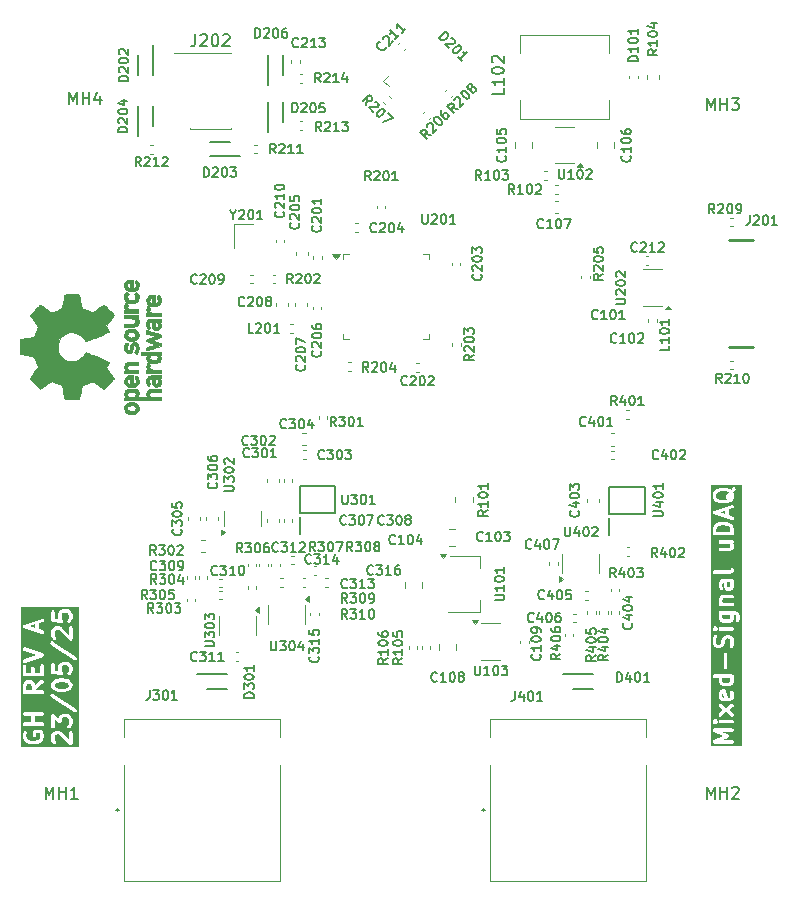
<source format=gbr>
%TF.GenerationSoftware,KiCad,Pcbnew,8.0.7*%
%TF.CreationDate,2025-05-23T18:18:51-03:00*%
%TF.ProjectId,uDAQ,75444151-2e6b-4696-9361-645f70636258,rev?*%
%TF.SameCoordinates,Original*%
%TF.FileFunction,Legend,Top*%
%TF.FilePolarity,Positive*%
%FSLAX46Y46*%
G04 Gerber Fmt 4.6, Leading zero omitted, Abs format (unit mm)*
G04 Created by KiCad (PCBNEW 8.0.7) date 2025-05-23 18:18:51*
%MOMM*%
%LPD*%
G01*
G04 APERTURE LIST*
%ADD10C,0.300000*%
%ADD11C,0.150000*%
%ADD12C,0.010000*%
%ADD13C,0.250000*%
%ADD14C,0.120000*%
%ADD15C,0.200000*%
%ADD16C,0.100000*%
G04 APERTURE END LIST*
D10*
G36*
X107117857Y-148724059D02*
G01*
X107050524Y-148724059D01*
X106984060Y-148690827D01*
X106950828Y-148624363D01*
X106950828Y-148409469D01*
X106984060Y-148343005D01*
X107036411Y-148316829D01*
X107117857Y-148724059D01*
G37*
G36*
X107650828Y-147052326D02*
G01*
X107650828Y-147267221D01*
X107606121Y-147356634D01*
X107569116Y-147393639D01*
X107479704Y-147438345D01*
X107121952Y-147438345D01*
X107032539Y-147393639D01*
X106995535Y-147356635D01*
X106950828Y-147267220D01*
X106950828Y-147052327D01*
X106964962Y-147024060D01*
X107636695Y-147024060D01*
X107650828Y-147052326D01*
G37*
G36*
X107650828Y-141695183D02*
G01*
X107650828Y-141910078D01*
X107606121Y-141999491D01*
X107569116Y-142036496D01*
X107479704Y-142081202D01*
X107121952Y-142081202D01*
X107032539Y-142036496D01*
X106995535Y-141999492D01*
X106950828Y-141910077D01*
X106950828Y-141695184D01*
X106964962Y-141666917D01*
X107636695Y-141666917D01*
X107650828Y-141695183D01*
G37*
G36*
X107650828Y-138980897D02*
G01*
X107650828Y-139267221D01*
X107617596Y-139333684D01*
X107551133Y-139366916D01*
X107479095Y-139366916D01*
X107412630Y-139333684D01*
X107379400Y-139267221D01*
X107379400Y-138952631D01*
X107636695Y-138952631D01*
X107650828Y-138980897D01*
G37*
G36*
X107391328Y-134158442D02*
G01*
X107497688Y-134211623D01*
X107598294Y-134312228D01*
X107650828Y-134469830D01*
X107650828Y-134652631D01*
X106450828Y-134652631D01*
X106450828Y-134469828D01*
X106503361Y-134312229D01*
X106603968Y-134211622D01*
X106710327Y-134158443D01*
X106962149Y-134095488D01*
X107139507Y-134095488D01*
X107391328Y-134158442D01*
G37*
G36*
X107222257Y-133165945D02*
G01*
X106775168Y-133016916D01*
X107222257Y-132867886D01*
X107222257Y-133165945D01*
G37*
G36*
X107509854Y-131295218D02*
G01*
X107517267Y-131302631D01*
X107409048Y-131410851D01*
X107399608Y-131422352D01*
X107396615Y-131424949D01*
X107393774Y-131429462D01*
X107390393Y-131433582D01*
X107388877Y-131437241D01*
X107380950Y-131449835D01*
X107309521Y-131592692D01*
X107299012Y-131620155D01*
X107298630Y-131625529D01*
X107296567Y-131630510D01*
X107293685Y-131659774D01*
X107293685Y-131802631D01*
X107296567Y-131831895D01*
X107318965Y-131885967D01*
X107353547Y-131920549D01*
X107282364Y-131938345D01*
X106819292Y-131938345D01*
X106591801Y-131881472D01*
X106495535Y-131785206D01*
X106450828Y-131695792D01*
X106450828Y-131480898D01*
X106495535Y-131391484D01*
X106591801Y-131295218D01*
X106819292Y-131238345D01*
X107282363Y-131238345D01*
X107509854Y-131295218D01*
G37*
G36*
X107650828Y-131695792D02*
G01*
X107606122Y-131785205D01*
X107593685Y-131797642D01*
X107593685Y-131695184D01*
X107638392Y-131605770D01*
X107650828Y-131593335D01*
X107650828Y-131695792D01*
G37*
G36*
X108617495Y-152762156D02*
G01*
X105984161Y-152762156D01*
X105984161Y-151468264D01*
X106152567Y-151468264D01*
X106153710Y-151471407D01*
X106153710Y-151474753D01*
X106163671Y-151498801D01*
X106172568Y-151523267D01*
X106174827Y-151525734D01*
X106176108Y-151528825D01*
X106194505Y-151547222D01*
X106212095Y-151566430D01*
X106216063Y-151568780D01*
X106217492Y-151570209D01*
X106220760Y-151571562D01*
X106237395Y-151581416D01*
X107017550Y-151945489D01*
X106237395Y-152309562D01*
X106220760Y-152319415D01*
X106217492Y-152320769D01*
X106216063Y-152322197D01*
X106212095Y-152324548D01*
X106194505Y-152343755D01*
X106176108Y-152362153D01*
X106174827Y-152365243D01*
X106172568Y-152367711D01*
X106163671Y-152392176D01*
X106153710Y-152416225D01*
X106153710Y-152419570D01*
X106152567Y-152422714D01*
X106153710Y-152448718D01*
X106153710Y-152474753D01*
X106154990Y-152477843D01*
X106155137Y-152481184D01*
X106166147Y-152504779D01*
X106176108Y-152528825D01*
X106178471Y-152531188D01*
X106179887Y-152534222D01*
X106199094Y-152551811D01*
X106217492Y-152570209D01*
X106220582Y-152571489D01*
X106223050Y-152573749D01*
X106247515Y-152582645D01*
X106271564Y-152592607D01*
X106276152Y-152593058D01*
X106278053Y-152593750D01*
X106281591Y-152593594D01*
X106300828Y-152595489D01*
X107800828Y-152595489D01*
X107830092Y-152592607D01*
X107884164Y-152570209D01*
X107925548Y-152528825D01*
X107947946Y-152474753D01*
X107947946Y-152416225D01*
X107925548Y-152362153D01*
X107884164Y-152320769D01*
X107830092Y-152298371D01*
X107800828Y-152295489D01*
X106976962Y-152295489D01*
X107435690Y-152081416D01*
X107446403Y-152075069D01*
X107450035Y-152073749D01*
X107452603Y-152071397D01*
X107460990Y-152066429D01*
X107476380Y-152049623D01*
X107493198Y-152034222D01*
X107496018Y-152028178D01*
X107500517Y-152023266D01*
X107508303Y-152001854D01*
X107517949Y-151981185D01*
X107518241Y-151974523D01*
X107520518Y-151968264D01*
X107519517Y-151945489D01*
X107520518Y-151922714D01*
X107518241Y-151916454D01*
X107517949Y-151909793D01*
X107508303Y-151889123D01*
X107500517Y-151867712D01*
X107496018Y-151862799D01*
X107493198Y-151856756D01*
X107476380Y-151841354D01*
X107460990Y-151824549D01*
X107452603Y-151819580D01*
X107450035Y-151817229D01*
X107446403Y-151815908D01*
X107435690Y-151809562D01*
X106976962Y-151595489D01*
X107800828Y-151595489D01*
X107830092Y-151592607D01*
X107884164Y-151570209D01*
X107925548Y-151528825D01*
X107947946Y-151474753D01*
X107947946Y-151416225D01*
X107925548Y-151362153D01*
X107884164Y-151320769D01*
X107830092Y-151298371D01*
X107800828Y-151295489D01*
X106300828Y-151295489D01*
X106281591Y-151297383D01*
X106278053Y-151297228D01*
X106276152Y-151297919D01*
X106271564Y-151298371D01*
X106247515Y-151308332D01*
X106223050Y-151317229D01*
X106220582Y-151319488D01*
X106217492Y-151320769D01*
X106199094Y-151339166D01*
X106179887Y-151356756D01*
X106178471Y-151359789D01*
X106176108Y-151362153D01*
X106166147Y-151386198D01*
X106155137Y-151409794D01*
X106154990Y-151413134D01*
X106153710Y-151416225D01*
X106153710Y-151442259D01*
X106152567Y-151468264D01*
X105984161Y-151468264D01*
X105984161Y-150701939D01*
X106153710Y-150701939D01*
X106153710Y-150701940D01*
X106153710Y-150701941D01*
X106153710Y-150760467D01*
X106155936Y-150765840D01*
X106176107Y-150814538D01*
X106176108Y-150814539D01*
X106194763Y-150837270D01*
X106266192Y-150908698D01*
X106288921Y-150927351D01*
X106288922Y-150927352D01*
X106342994Y-150949749D01*
X106342995Y-150949749D01*
X106401520Y-150949749D01*
X106455592Y-150927352D01*
X106478323Y-150908697D01*
X106549751Y-150837269D01*
X106568406Y-150814539D01*
X106577682Y-150792141D01*
X106590803Y-150760467D01*
X106590803Y-150701939D01*
X106653710Y-150701939D01*
X106653710Y-150760467D01*
X106676108Y-150814539D01*
X106717492Y-150855923D01*
X106771564Y-150878321D01*
X106800828Y-150881203D01*
X107800828Y-150881203D01*
X107830092Y-150878321D01*
X107884164Y-150855923D01*
X107925548Y-150814539D01*
X107947946Y-150760467D01*
X107947946Y-150701939D01*
X107925548Y-150647867D01*
X107884164Y-150606483D01*
X107830092Y-150584085D01*
X107800828Y-150581203D01*
X106800828Y-150581203D01*
X106771564Y-150584085D01*
X106717492Y-150606483D01*
X106676108Y-150647867D01*
X106653710Y-150701939D01*
X106590803Y-150701939D01*
X106568406Y-150647869D01*
X106568406Y-150647868D01*
X106549752Y-150625138D01*
X106478324Y-150553709D01*
X106455593Y-150535054D01*
X106455592Y-150535053D01*
X106423918Y-150521933D01*
X106401521Y-150512656D01*
X106401520Y-150512656D01*
X106342994Y-150512656D01*
X106288922Y-150535053D01*
X106266191Y-150553708D01*
X106194762Y-150625137D01*
X106176107Y-150647868D01*
X106176107Y-150647869D01*
X106153710Y-150701939D01*
X105984161Y-150701939D01*
X105984161Y-149362534D01*
X106651272Y-149362534D01*
X106658245Y-149420643D01*
X106686925Y-149471662D01*
X106708155Y-149492008D01*
X107058038Y-149766917D01*
X106708155Y-150041826D01*
X106686925Y-150062172D01*
X106658245Y-150113191D01*
X106651272Y-150171300D01*
X106667066Y-150227656D01*
X106703226Y-150273677D01*
X106754245Y-150302357D01*
X106812354Y-150309330D01*
X106868710Y-150293536D01*
X106893501Y-150277722D01*
X107300827Y-149957679D01*
X107708154Y-150277722D01*
X107732946Y-150293535D01*
X107789302Y-150309330D01*
X107847411Y-150302357D01*
X107898429Y-150273677D01*
X107934589Y-150227656D01*
X107950384Y-150171300D01*
X107943411Y-150113191D01*
X107914731Y-150062172D01*
X107893501Y-150041826D01*
X107543616Y-149766917D01*
X107893501Y-149492008D01*
X107914731Y-149471662D01*
X107943411Y-149420643D01*
X107950384Y-149362534D01*
X107934589Y-149306178D01*
X107898429Y-149260157D01*
X107847411Y-149231477D01*
X107789302Y-149224504D01*
X107732946Y-149240299D01*
X107708154Y-149256112D01*
X107300827Y-149576154D01*
X106893501Y-149256112D01*
X106868710Y-149240298D01*
X106812354Y-149224504D01*
X106754245Y-149231477D01*
X106703226Y-149260157D01*
X106667066Y-149306178D01*
X106651272Y-149362534D01*
X105984161Y-149362534D01*
X105984161Y-148374059D01*
X106650828Y-148374059D01*
X106650828Y-148659774D01*
X106653710Y-148689038D01*
X106655773Y-148694018D01*
X106656155Y-148699393D01*
X106666664Y-148726856D01*
X106738093Y-148869713D01*
X106741173Y-148874607D01*
X106741943Y-148876915D01*
X106744435Y-148879788D01*
X106753758Y-148894599D01*
X106767969Y-148906923D01*
X106780290Y-148921130D01*
X106795097Y-148930451D01*
X106797973Y-148932945D01*
X106800281Y-148933714D01*
X106805175Y-148936795D01*
X106948033Y-149008223D01*
X106975496Y-149018733D01*
X106980871Y-149019114D01*
X106985850Y-149021177D01*
X107015114Y-149024059D01*
X107300980Y-149024059D01*
X107300985Y-149024060D01*
X107300990Y-149024059D01*
X107586542Y-149024059D01*
X107615806Y-149021177D01*
X107620784Y-149019114D01*
X107626160Y-149018733D01*
X107653623Y-149008223D01*
X107796482Y-148936795D01*
X107801375Y-148933714D01*
X107803684Y-148932945D01*
X107806558Y-148930451D01*
X107821367Y-148921130D01*
X107833691Y-148906920D01*
X107847899Y-148894598D01*
X107857218Y-148879793D01*
X107859714Y-148876916D01*
X107860484Y-148874605D01*
X107863564Y-148869713D01*
X107934992Y-148726855D01*
X107945502Y-148699392D01*
X107945883Y-148694016D01*
X107947946Y-148689038D01*
X107950828Y-148659774D01*
X107950828Y-148374059D01*
X107947946Y-148344795D01*
X107945883Y-148339816D01*
X107945502Y-148334441D01*
X107934992Y-148306978D01*
X107863564Y-148164120D01*
X107847899Y-148139235D01*
X107803684Y-148100888D01*
X107748162Y-148082380D01*
X107689782Y-148086528D01*
X107637433Y-148112703D01*
X107599086Y-148156918D01*
X107580578Y-148212440D01*
X107584726Y-148270820D01*
X107595236Y-148298284D01*
X107650828Y-148409468D01*
X107650828Y-148624364D01*
X107617596Y-148690827D01*
X107551133Y-148724059D01*
X107423798Y-148724059D01*
X107305058Y-148130357D01*
X107296493Y-148102226D01*
X107288314Y-148090014D01*
X107282691Y-148076438D01*
X107272188Y-148065935D01*
X107263925Y-148053597D01*
X107251699Y-148045446D01*
X107241307Y-148035054D01*
X107227586Y-148029370D01*
X107215229Y-148021132D01*
X107200812Y-148018280D01*
X107187235Y-148012656D01*
X107157971Y-148009774D01*
X107015114Y-148009774D01*
X106985850Y-148012656D01*
X106980871Y-148014718D01*
X106975496Y-148015100D01*
X106948033Y-148025610D01*
X106805175Y-148097038D01*
X106800281Y-148100118D01*
X106797973Y-148100888D01*
X106795097Y-148103381D01*
X106780290Y-148112703D01*
X106767969Y-148126909D01*
X106753758Y-148139234D01*
X106744435Y-148154044D01*
X106741943Y-148156918D01*
X106741173Y-148159225D01*
X106738093Y-148164120D01*
X106666664Y-148306977D01*
X106656155Y-148334440D01*
X106655773Y-148339814D01*
X106653710Y-148344795D01*
X106650828Y-148374059D01*
X105984161Y-148374059D01*
X105984161Y-146844796D01*
X106153710Y-146844796D01*
X106153710Y-146903324D01*
X106176108Y-146957396D01*
X106217492Y-146998780D01*
X106271564Y-147021178D01*
X106300828Y-147024060D01*
X106650828Y-147024060D01*
X106650828Y-147302631D01*
X106653710Y-147331895D01*
X106655773Y-147336875D01*
X106656155Y-147342250D01*
X106666664Y-147369713D01*
X106738093Y-147512570D01*
X106746021Y-147525165D01*
X106747536Y-147528822D01*
X106750915Y-147532939D01*
X106753758Y-147537456D01*
X106756752Y-147540053D01*
X106766190Y-147551553D01*
X106837618Y-147622982D01*
X106849123Y-147632424D01*
X106851718Y-147635416D01*
X106856228Y-147638255D01*
X106860349Y-147641637D01*
X106864008Y-147643152D01*
X106876603Y-147651081D01*
X107019461Y-147722509D01*
X107046924Y-147733019D01*
X107052299Y-147733400D01*
X107057278Y-147735463D01*
X107086542Y-147738345D01*
X107515114Y-147738345D01*
X107544378Y-147735463D01*
X107549356Y-147733400D01*
X107554732Y-147733019D01*
X107582196Y-147722509D01*
X107725053Y-147651081D01*
X107737646Y-147643153D01*
X107741306Y-147641638D01*
X107745425Y-147638256D01*
X107749939Y-147635416D01*
X107752535Y-147632422D01*
X107764037Y-147622983D01*
X107835466Y-147551554D01*
X107844907Y-147540049D01*
X107847899Y-147537455D01*
X107850737Y-147532945D01*
X107854121Y-147528823D01*
X107855637Y-147525161D01*
X107863564Y-147512570D01*
X107934992Y-147369712D01*
X107945502Y-147342249D01*
X107945883Y-147336873D01*
X107947946Y-147331895D01*
X107950828Y-147302631D01*
X107950828Y-147016917D01*
X107947946Y-146987653D01*
X107945883Y-146982674D01*
X107945502Y-146977299D01*
X107934992Y-146949836D01*
X107931539Y-146942931D01*
X107947946Y-146903324D01*
X107947946Y-146844796D01*
X107925548Y-146790724D01*
X107884164Y-146749340D01*
X107830092Y-146726942D01*
X107800828Y-146724060D01*
X106300828Y-146724060D01*
X106271564Y-146726942D01*
X106217492Y-146749340D01*
X106176108Y-146790724D01*
X106153710Y-146844796D01*
X105984161Y-146844796D01*
X105984161Y-145016917D01*
X107079400Y-145016917D01*
X107079400Y-146159774D01*
X107082282Y-146189038D01*
X107104680Y-146243110D01*
X107146064Y-146284494D01*
X107200136Y-146306892D01*
X107258664Y-146306892D01*
X107312736Y-146284494D01*
X107354120Y-146243110D01*
X107376518Y-146189038D01*
X107379400Y-146159774D01*
X107379400Y-145016917D01*
X107376518Y-144987653D01*
X107354120Y-144933581D01*
X107312736Y-144892197D01*
X107258664Y-144869799D01*
X107200136Y-144869799D01*
X107146064Y-144892197D01*
X107104680Y-144933581D01*
X107082282Y-144987653D01*
X107079400Y-145016917D01*
X105984161Y-145016917D01*
X105984161Y-143731202D01*
X106150828Y-143731202D01*
X106150828Y-144088345D01*
X106153710Y-144117609D01*
X106155773Y-144122589D01*
X106156155Y-144127964D01*
X106166664Y-144155427D01*
X106238093Y-144298284D01*
X106246021Y-144310879D01*
X106247536Y-144314536D01*
X106250915Y-144318653D01*
X106253758Y-144323170D01*
X106256752Y-144325767D01*
X106266190Y-144337267D01*
X106337618Y-144408696D01*
X106349123Y-144418138D01*
X106351718Y-144421130D01*
X106356228Y-144423969D01*
X106360349Y-144427351D01*
X106364008Y-144428866D01*
X106376603Y-144436795D01*
X106519461Y-144508223D01*
X106546924Y-144518733D01*
X106552299Y-144519114D01*
X106557278Y-144521177D01*
X106586542Y-144524059D01*
X106729400Y-144524059D01*
X106758664Y-144521177D01*
X106763642Y-144519114D01*
X106769018Y-144518733D01*
X106796482Y-144508223D01*
X106939339Y-144436795D01*
X106951934Y-144428866D01*
X106955593Y-144427351D01*
X106959710Y-144423971D01*
X106964225Y-144421130D01*
X106966821Y-144418135D01*
X106978324Y-144408696D01*
X107049752Y-144337267D01*
X107059190Y-144325766D01*
X107062184Y-144323170D01*
X107065024Y-144318657D01*
X107068406Y-144314537D01*
X107069921Y-144310877D01*
X107077849Y-144298284D01*
X107149278Y-144155428D01*
X107150097Y-144153285D01*
X107150742Y-144152416D01*
X107155126Y-144140144D01*
X107159787Y-144127964D01*
X107159863Y-144126883D01*
X107160635Y-144124725D01*
X107228068Y-143854987D01*
X107281249Y-143748627D01*
X107318254Y-143711622D01*
X107407667Y-143666916D01*
X107479704Y-143666916D01*
X107569117Y-143711623D01*
X107606121Y-143748627D01*
X107650828Y-143838040D01*
X107650828Y-144135431D01*
X107587097Y-144326625D01*
X107580577Y-144355299D01*
X107584727Y-144413679D01*
X107610901Y-144466026D01*
X107655115Y-144504373D01*
X107710640Y-144522882D01*
X107769020Y-144518732D01*
X107821367Y-144492558D01*
X107859714Y-144448344D01*
X107871703Y-144421493D01*
X107943131Y-144207208D01*
X107946429Y-144192698D01*
X107947946Y-144189038D01*
X107948468Y-144183729D01*
X107949650Y-144178534D01*
X107949369Y-144174585D01*
X107950828Y-144159774D01*
X107950828Y-143802631D01*
X107947946Y-143773367D01*
X107945883Y-143768388D01*
X107945502Y-143763013D01*
X107934992Y-143735550D01*
X107863564Y-143592692D01*
X107855637Y-143580100D01*
X107854121Y-143576439D01*
X107850737Y-143572316D01*
X107847899Y-143567807D01*
X107844907Y-143565212D01*
X107835466Y-143553708D01*
X107764037Y-143482279D01*
X107752535Y-143472839D01*
X107749939Y-143469846D01*
X107745425Y-143467005D01*
X107741306Y-143463624D01*
X107737646Y-143462108D01*
X107725053Y-143454181D01*
X107582196Y-143382752D01*
X107554733Y-143372243D01*
X107549358Y-143371861D01*
X107544378Y-143369798D01*
X107515114Y-143366916D01*
X107372257Y-143366916D01*
X107342993Y-143369798D01*
X107338012Y-143371861D01*
X107332638Y-143372243D01*
X107305174Y-143382752D01*
X107162318Y-143454181D01*
X107149724Y-143462108D01*
X107146065Y-143463624D01*
X107141945Y-143467005D01*
X107137432Y-143469846D01*
X107134835Y-143472840D01*
X107123334Y-143482279D01*
X107051905Y-143553708D01*
X107042465Y-143565209D01*
X107039472Y-143567806D01*
X107036631Y-143572319D01*
X107033250Y-143576439D01*
X107031734Y-143580098D01*
X107023807Y-143592692D01*
X106952378Y-143735549D01*
X106951558Y-143737689D01*
X106950914Y-143738560D01*
X106946527Y-143750837D01*
X106941869Y-143763012D01*
X106941792Y-143764092D01*
X106941021Y-143766251D01*
X106873586Y-144035988D01*
X106820406Y-144142348D01*
X106783401Y-144179353D01*
X106693990Y-144224059D01*
X106621952Y-144224059D01*
X106532539Y-144179353D01*
X106495535Y-144142349D01*
X106450828Y-144052934D01*
X106450828Y-143755542D01*
X106514559Y-143564351D01*
X106521079Y-143535677D01*
X106516930Y-143477297D01*
X106490756Y-143424950D01*
X106446542Y-143386602D01*
X106391018Y-143368094D01*
X106332638Y-143372243D01*
X106280290Y-143398417D01*
X106241943Y-143442631D01*
X106229954Y-143469482D01*
X106158526Y-143683768D01*
X106155227Y-143698275D01*
X106153710Y-143701938D01*
X106153187Y-143707246D01*
X106152006Y-143712441D01*
X106152286Y-143716390D01*
X106150828Y-143731202D01*
X105984161Y-143731202D01*
X105984161Y-142844796D01*
X106153710Y-142844796D01*
X106153710Y-142844797D01*
X106153710Y-142844798D01*
X106153710Y-142903324D01*
X106155936Y-142908697D01*
X106176107Y-142957395D01*
X106176108Y-142957396D01*
X106194763Y-142980127D01*
X106266192Y-143051555D01*
X106288921Y-143070208D01*
X106288922Y-143070209D01*
X106342994Y-143092606D01*
X106342995Y-143092606D01*
X106401520Y-143092606D01*
X106455592Y-143070209D01*
X106478323Y-143051554D01*
X106549751Y-142980126D01*
X106568406Y-142957396D01*
X106577682Y-142934998D01*
X106590803Y-142903324D01*
X106590803Y-142844796D01*
X106653710Y-142844796D01*
X106653710Y-142903324D01*
X106676108Y-142957396D01*
X106717492Y-142998780D01*
X106771564Y-143021178D01*
X106800828Y-143024060D01*
X107800828Y-143024060D01*
X107830092Y-143021178D01*
X107884164Y-142998780D01*
X107925548Y-142957396D01*
X107947946Y-142903324D01*
X107947946Y-142844796D01*
X107925548Y-142790724D01*
X107884164Y-142749340D01*
X107830092Y-142726942D01*
X107800828Y-142724060D01*
X106800828Y-142724060D01*
X106771564Y-142726942D01*
X106717492Y-142749340D01*
X106676108Y-142790724D01*
X106653710Y-142844796D01*
X106590803Y-142844796D01*
X106568406Y-142790726D01*
X106568406Y-142790725D01*
X106549752Y-142767995D01*
X106478324Y-142696566D01*
X106455593Y-142677911D01*
X106455592Y-142677910D01*
X106423918Y-142664790D01*
X106401521Y-142655513D01*
X106401520Y-142655513D01*
X106342994Y-142655513D01*
X106288922Y-142677910D01*
X106266191Y-142696565D01*
X106194762Y-142767994D01*
X106176107Y-142790725D01*
X106176107Y-142790726D01*
X106153710Y-142844796D01*
X105984161Y-142844796D01*
X105984161Y-141659774D01*
X106650828Y-141659774D01*
X106650828Y-141945488D01*
X106653710Y-141974752D01*
X106655773Y-141979732D01*
X106656155Y-141985107D01*
X106666664Y-142012570D01*
X106738093Y-142155427D01*
X106746021Y-142168022D01*
X106747536Y-142171679D01*
X106750915Y-142175796D01*
X106753758Y-142180313D01*
X106756752Y-142182910D01*
X106766190Y-142194410D01*
X106837618Y-142265839D01*
X106849123Y-142275281D01*
X106851718Y-142278273D01*
X106856228Y-142281112D01*
X106860349Y-142284494D01*
X106864008Y-142286009D01*
X106876603Y-142293938D01*
X107019461Y-142365366D01*
X107046924Y-142375876D01*
X107052299Y-142376257D01*
X107057278Y-142378320D01*
X107086542Y-142381202D01*
X107515114Y-142381202D01*
X107544378Y-142378320D01*
X107549356Y-142376257D01*
X107554732Y-142375876D01*
X107582196Y-142365366D01*
X107725053Y-142293938D01*
X107737646Y-142286010D01*
X107741306Y-142284495D01*
X107745425Y-142281113D01*
X107749939Y-142278273D01*
X107752535Y-142275279D01*
X107764037Y-142265840D01*
X107835466Y-142194411D01*
X107844907Y-142182906D01*
X107847899Y-142180312D01*
X107850737Y-142175802D01*
X107854121Y-142171680D01*
X107855637Y-142168018D01*
X107863564Y-142155427D01*
X107934992Y-142012569D01*
X107945502Y-141985106D01*
X107945883Y-141979730D01*
X107947946Y-141974752D01*
X107950828Y-141945488D01*
X107950828Y-141666917D01*
X107979704Y-141666917D01*
X108069116Y-141711622D01*
X108106121Y-141748627D01*
X108150828Y-141838040D01*
X108150828Y-141981507D01*
X108095236Y-142092692D01*
X108084726Y-142120156D01*
X108080578Y-142178536D01*
X108099086Y-142234058D01*
X108137433Y-142278273D01*
X108189782Y-142304448D01*
X108248162Y-142308596D01*
X108303684Y-142290088D01*
X108347899Y-142251741D01*
X108363564Y-142226856D01*
X108434992Y-142083998D01*
X108445502Y-142056535D01*
X108445883Y-142051159D01*
X108447946Y-142046181D01*
X108450828Y-142016917D01*
X108450828Y-141802631D01*
X108447946Y-141773367D01*
X108445883Y-141768388D01*
X108445502Y-141763013D01*
X108434992Y-141735550D01*
X108363564Y-141592692D01*
X108355637Y-141580100D01*
X108354121Y-141576439D01*
X108350737Y-141572316D01*
X108347899Y-141567807D01*
X108344907Y-141565212D01*
X108335466Y-141553708D01*
X108264037Y-141482279D01*
X108252535Y-141472839D01*
X108249939Y-141469846D01*
X108245425Y-141467005D01*
X108241306Y-141463624D01*
X108237646Y-141462108D01*
X108225053Y-141454181D01*
X108082196Y-141382753D01*
X108054732Y-141372243D01*
X108049356Y-141371861D01*
X108044378Y-141369799D01*
X108015114Y-141366917D01*
X106800828Y-141366917D01*
X106771564Y-141369799D01*
X106717492Y-141392197D01*
X106676108Y-141433581D01*
X106653710Y-141487653D01*
X106653710Y-141546181D01*
X106670116Y-141585787D01*
X106666664Y-141592692D01*
X106656155Y-141620155D01*
X106655773Y-141625529D01*
X106653710Y-141630510D01*
X106650828Y-141659774D01*
X105984161Y-141659774D01*
X105984161Y-140374059D01*
X106650828Y-140374059D01*
X106650828Y-140588345D01*
X106653710Y-140617609D01*
X106655773Y-140622589D01*
X106656155Y-140627964D01*
X106666664Y-140655427D01*
X106691101Y-140704301D01*
X106676108Y-140719295D01*
X106653710Y-140773367D01*
X106653710Y-140831895D01*
X106676108Y-140885967D01*
X106717492Y-140927351D01*
X106771564Y-140949749D01*
X106800828Y-140952631D01*
X107800828Y-140952631D01*
X107830092Y-140949749D01*
X107884164Y-140927351D01*
X107925548Y-140885967D01*
X107947946Y-140831895D01*
X107947946Y-140773367D01*
X107925548Y-140719295D01*
X107884164Y-140677911D01*
X107830092Y-140655513D01*
X107800828Y-140652631D01*
X107005818Y-140652631D01*
X106995535Y-140642349D01*
X106950828Y-140552934D01*
X106950828Y-140409469D01*
X106984060Y-140343005D01*
X107050524Y-140309774D01*
X107800828Y-140309774D01*
X107830092Y-140306892D01*
X107884164Y-140284494D01*
X107925548Y-140243110D01*
X107947946Y-140189038D01*
X107947946Y-140130510D01*
X107925548Y-140076438D01*
X107884164Y-140035054D01*
X107830092Y-140012656D01*
X107800828Y-140009774D01*
X107015114Y-140009774D01*
X106985850Y-140012656D01*
X106980871Y-140014718D01*
X106975496Y-140015100D01*
X106948033Y-140025610D01*
X106805175Y-140097038D01*
X106800281Y-140100118D01*
X106797973Y-140100888D01*
X106795097Y-140103381D01*
X106780290Y-140112703D01*
X106767969Y-140126909D01*
X106753758Y-140139234D01*
X106744435Y-140154044D01*
X106741943Y-140156918D01*
X106741173Y-140159225D01*
X106738093Y-140164120D01*
X106666664Y-140306977D01*
X106656155Y-140334440D01*
X106655773Y-140339814D01*
X106653710Y-140344795D01*
X106650828Y-140374059D01*
X105984161Y-140374059D01*
X105984161Y-139016916D01*
X106650828Y-139016916D01*
X106650828Y-139302631D01*
X106653710Y-139331895D01*
X106655773Y-139336875D01*
X106656155Y-139342250D01*
X106666664Y-139369713D01*
X106738093Y-139512570D01*
X106753758Y-139537456D01*
X106797973Y-139575802D01*
X106853496Y-139594310D01*
X106911876Y-139590161D01*
X106964225Y-139563987D01*
X107002572Y-139519771D01*
X107021079Y-139464249D01*
X107016930Y-139405869D01*
X107006421Y-139378405D01*
X106950828Y-139267220D01*
X106950828Y-139052326D01*
X106984060Y-138985862D01*
X107050524Y-138952631D01*
X107065266Y-138952631D01*
X107079400Y-138980898D01*
X107079400Y-139302631D01*
X107082282Y-139331895D01*
X107084344Y-139336873D01*
X107084726Y-139342249D01*
X107095236Y-139369713D01*
X107166664Y-139512570D01*
X107169744Y-139517464D01*
X107170514Y-139519772D01*
X107173006Y-139522645D01*
X107182329Y-139537456D01*
X107196540Y-139549780D01*
X107208861Y-139563987D01*
X107223668Y-139573308D01*
X107226544Y-139575802D01*
X107228852Y-139576571D01*
X107233746Y-139579652D01*
X107376604Y-139651080D01*
X107404067Y-139661590D01*
X107409442Y-139661971D01*
X107414421Y-139664034D01*
X107443685Y-139666916D01*
X107586542Y-139666916D01*
X107615806Y-139664034D01*
X107620784Y-139661971D01*
X107626160Y-139661590D01*
X107653623Y-139651080D01*
X107796482Y-139579652D01*
X107801375Y-139576571D01*
X107803684Y-139575802D01*
X107806558Y-139573308D01*
X107821367Y-139563987D01*
X107833691Y-139549777D01*
X107847899Y-139537455D01*
X107857218Y-139522650D01*
X107859714Y-139519773D01*
X107860484Y-139517462D01*
X107863564Y-139512570D01*
X107934992Y-139369712D01*
X107945502Y-139342249D01*
X107945883Y-139336873D01*
X107947946Y-139331895D01*
X107950828Y-139302631D01*
X107950828Y-138945488D01*
X107947946Y-138916224D01*
X107945883Y-138911245D01*
X107945502Y-138905870D01*
X107934992Y-138878407D01*
X107931539Y-138871502D01*
X107947946Y-138831895D01*
X107947946Y-138773367D01*
X107925548Y-138719295D01*
X107884164Y-138677911D01*
X107830092Y-138655513D01*
X107800828Y-138652631D01*
X107015114Y-138652631D01*
X106985850Y-138655513D01*
X106980871Y-138657575D01*
X106975496Y-138657957D01*
X106948033Y-138668467D01*
X106805175Y-138739895D01*
X106800281Y-138742975D01*
X106797973Y-138743745D01*
X106795097Y-138746238D01*
X106780290Y-138755560D01*
X106767969Y-138769766D01*
X106753758Y-138782091D01*
X106744435Y-138796901D01*
X106741943Y-138799775D01*
X106741173Y-138802082D01*
X106738093Y-138806977D01*
X106666664Y-138949834D01*
X106656155Y-138977297D01*
X106655773Y-138982671D01*
X106653710Y-138987652D01*
X106650828Y-139016916D01*
X105984161Y-139016916D01*
X105984161Y-138059081D01*
X106153710Y-138059081D01*
X106153710Y-138117609D01*
X106176108Y-138171681D01*
X106217492Y-138213065D01*
X106271564Y-138235463D01*
X106300828Y-138238345D01*
X107586542Y-138238345D01*
X107615806Y-138235463D01*
X107620783Y-138233401D01*
X107626161Y-138233019D01*
X107653624Y-138222509D01*
X107796482Y-138151080D01*
X107801376Y-138147999D01*
X107803684Y-138147230D01*
X107806557Y-138144737D01*
X107821368Y-138135415D01*
X107833692Y-138121203D01*
X107847899Y-138108883D01*
X107857220Y-138094075D01*
X107859714Y-138091200D01*
X107860483Y-138088891D01*
X107863564Y-138083998D01*
X107934992Y-137941140D01*
X107945502Y-137913677D01*
X107949650Y-137855297D01*
X107931142Y-137799774D01*
X107892795Y-137755559D01*
X107840446Y-137729385D01*
X107782066Y-137725237D01*
X107726544Y-137743745D01*
X107682329Y-137782091D01*
X107666664Y-137806977D01*
X107617596Y-137905112D01*
X107551132Y-137938345D01*
X106300828Y-137938345D01*
X106271564Y-137941227D01*
X106217492Y-137963625D01*
X106176108Y-138005009D01*
X106153710Y-138059081D01*
X105984161Y-138059081D01*
X105984161Y-135487653D01*
X106653710Y-135487653D01*
X106653710Y-135546181D01*
X106676108Y-135600253D01*
X106717492Y-135641637D01*
X106771564Y-135664035D01*
X106800828Y-135666917D01*
X107595840Y-135666917D01*
X107606122Y-135677199D01*
X107650828Y-135766611D01*
X107650828Y-135910078D01*
X107617596Y-135976541D01*
X107551132Y-136009774D01*
X106800828Y-136009774D01*
X106771564Y-136012656D01*
X106717492Y-136035054D01*
X106676108Y-136076438D01*
X106653710Y-136130510D01*
X106653710Y-136189038D01*
X106676108Y-136243110D01*
X106717492Y-136284494D01*
X106771564Y-136306892D01*
X106800828Y-136309774D01*
X107586542Y-136309774D01*
X107615806Y-136306892D01*
X107620783Y-136304830D01*
X107626161Y-136304448D01*
X107653624Y-136293938D01*
X107796482Y-136222509D01*
X107801376Y-136219428D01*
X107803684Y-136218659D01*
X107806557Y-136216166D01*
X107821368Y-136206844D01*
X107833692Y-136192632D01*
X107847899Y-136180312D01*
X107857220Y-136165504D01*
X107859714Y-136162629D01*
X107860483Y-136160320D01*
X107863564Y-136155427D01*
X107934992Y-136012569D01*
X107945502Y-135985106D01*
X107945883Y-135979730D01*
X107947946Y-135974752D01*
X107950828Y-135945488D01*
X107950828Y-135731202D01*
X107947946Y-135701938D01*
X107945883Y-135696959D01*
X107945502Y-135691584D01*
X107934992Y-135664121D01*
X107910554Y-135615246D01*
X107925548Y-135600253D01*
X107947946Y-135546181D01*
X107947946Y-135487653D01*
X107925548Y-135433581D01*
X107884164Y-135392197D01*
X107830092Y-135369799D01*
X107800828Y-135366917D01*
X106800828Y-135366917D01*
X106771564Y-135369799D01*
X106717492Y-135392197D01*
X106676108Y-135433581D01*
X106653710Y-135487653D01*
X105984161Y-135487653D01*
X105984161Y-134445488D01*
X106150828Y-134445488D01*
X106150828Y-134802631D01*
X106153710Y-134831895D01*
X106176108Y-134885967D01*
X106217492Y-134927351D01*
X106271564Y-134949749D01*
X106300828Y-134952631D01*
X107800828Y-134952631D01*
X107830092Y-134949749D01*
X107884164Y-134927351D01*
X107925548Y-134885967D01*
X107947946Y-134831895D01*
X107950828Y-134802631D01*
X107950828Y-134445488D01*
X107949369Y-134430682D01*
X107949651Y-134426728D01*
X107948468Y-134421526D01*
X107947946Y-134416224D01*
X107946430Y-134412566D01*
X107943131Y-134398054D01*
X107871703Y-134183768D01*
X107859715Y-134156917D01*
X107856183Y-134152845D01*
X107854121Y-134147866D01*
X107835466Y-134125136D01*
X107692608Y-133982279D01*
X107681106Y-133972839D01*
X107678510Y-133969846D01*
X107673996Y-133967005D01*
X107669877Y-133963624D01*
X107666217Y-133962108D01*
X107653624Y-133954181D01*
X107510767Y-133882752D01*
X107508626Y-133881932D01*
X107507756Y-133881288D01*
X107495478Y-133876901D01*
X107483304Y-133872243D01*
X107482223Y-133872166D01*
X107480065Y-133871395D01*
X107194351Y-133799967D01*
X107189279Y-133799217D01*
X107187235Y-133798370D01*
X107176212Y-133797284D01*
X107165262Y-133795665D01*
X107163074Y-133795990D01*
X107157971Y-133795488D01*
X106943685Y-133795488D01*
X106938581Y-133795990D01*
X106936394Y-133795665D01*
X106925443Y-133797284D01*
X106914421Y-133798370D01*
X106912376Y-133799217D01*
X106907305Y-133799967D01*
X106621591Y-133871395D01*
X106619432Y-133872166D01*
X106618352Y-133872243D01*
X106606171Y-133876903D01*
X106593900Y-133881288D01*
X106593030Y-133881932D01*
X106590888Y-133882752D01*
X106448032Y-133954181D01*
X106435440Y-133962107D01*
X106431778Y-133963624D01*
X106427655Y-133967007D01*
X106423146Y-133969846D01*
X106420550Y-133972838D01*
X106409048Y-133982279D01*
X106266191Y-134125136D01*
X106247536Y-134147867D01*
X106245473Y-134152846D01*
X106241943Y-134156917D01*
X106229954Y-134183768D01*
X106158526Y-134398054D01*
X106155227Y-134412561D01*
X106153710Y-134416224D01*
X106153187Y-134421532D01*
X106152006Y-134426727D01*
X106152286Y-134430676D01*
X106150828Y-134445488D01*
X105984161Y-134445488D01*
X105984161Y-132998155D01*
X106152006Y-132998155D01*
X106153339Y-133016916D01*
X106152006Y-133035677D01*
X106155395Y-133045844D01*
X106156155Y-133056536D01*
X106164566Y-133073359D01*
X106170514Y-133091201D01*
X106177536Y-133099297D01*
X106182329Y-133108883D01*
X106196537Y-133121206D01*
X106208861Y-133135415D01*
X106218446Y-133140207D01*
X106226543Y-133147230D01*
X106253394Y-133159218D01*
X107753394Y-133659219D01*
X107782068Y-133665739D01*
X107840448Y-133661589D01*
X107892795Y-133635415D01*
X107931142Y-133591201D01*
X107949651Y-133535677D01*
X107945501Y-133477297D01*
X107919328Y-133424949D01*
X107875113Y-133386602D01*
X107848262Y-133374614D01*
X107522257Y-133265945D01*
X107522257Y-132767886D01*
X107848262Y-132659218D01*
X107875113Y-132647230D01*
X107919328Y-132608883D01*
X107945501Y-132556535D01*
X107949651Y-132498155D01*
X107931142Y-132442631D01*
X107892795Y-132398417D01*
X107840448Y-132372243D01*
X107782068Y-132368093D01*
X107753394Y-132374613D01*
X106253394Y-132874614D01*
X106226543Y-132886602D01*
X106218446Y-132893624D01*
X106208861Y-132898417D01*
X106196537Y-132912625D01*
X106182329Y-132924949D01*
X106177536Y-132934534D01*
X106170514Y-132942631D01*
X106164566Y-132960472D01*
X106156155Y-132977296D01*
X106155395Y-132987987D01*
X106152006Y-132998155D01*
X105984161Y-132998155D01*
X105984161Y-131445488D01*
X106150828Y-131445488D01*
X106150828Y-131731202D01*
X106153710Y-131760466D01*
X106155771Y-131765443D01*
X106156154Y-131770821D01*
X106166664Y-131798284D01*
X106238093Y-131941142D01*
X106246020Y-131953735D01*
X106247536Y-131957395D01*
X106250917Y-131961514D01*
X106253758Y-131966028D01*
X106256751Y-131968624D01*
X106266191Y-131980126D01*
X106409048Y-132122983D01*
X106431778Y-132141638D01*
X106442083Y-132145906D01*
X106451043Y-132152545D01*
X106478734Y-132162438D01*
X106764448Y-132233866D01*
X106769519Y-132234615D01*
X106771564Y-132235463D01*
X106782586Y-132236548D01*
X106793537Y-132238168D01*
X106795724Y-132237842D01*
X106800828Y-132238345D01*
X107300828Y-132238345D01*
X107305931Y-132237842D01*
X107308119Y-132238168D01*
X107319069Y-132236548D01*
X107330092Y-132235463D01*
X107332136Y-132234615D01*
X107337208Y-132233866D01*
X107622922Y-132162438D01*
X107650613Y-132152545D01*
X107659573Y-132145905D01*
X107669877Y-132141638D01*
X107692608Y-132122983D01*
X107835466Y-131980126D01*
X107844906Y-131968622D01*
X107847900Y-131966027D01*
X107850738Y-131961517D01*
X107854121Y-131957396D01*
X107855638Y-131953733D01*
X107863564Y-131941141D01*
X107934993Y-131798283D01*
X107945502Y-131770820D01*
X107945883Y-131765444D01*
X107947946Y-131760466D01*
X107950828Y-131731202D01*
X107950828Y-131445488D01*
X107947946Y-131416224D01*
X107945883Y-131411245D01*
X107945502Y-131405870D01*
X107934992Y-131378407D01*
X107911913Y-131332249D01*
X107978323Y-131265840D01*
X107987766Y-131254333D01*
X107990756Y-131251741D01*
X107993592Y-131247235D01*
X107996978Y-131243110D01*
X107998495Y-131239446D01*
X108006421Y-131226856D01*
X108077849Y-131083998D01*
X108088359Y-131056535D01*
X108092507Y-130998155D01*
X108073999Y-130942632D01*
X108035652Y-130898417D01*
X107983303Y-130872243D01*
X107924923Y-130868095D01*
X107869401Y-130886603D01*
X107825186Y-130924949D01*
X107809521Y-130949835D01*
X107748978Y-131070920D01*
X107729399Y-131090499D01*
X107692608Y-131053708D01*
X107669877Y-131035053D01*
X107659573Y-131030785D01*
X107650613Y-131024146D01*
X107622922Y-131014253D01*
X107337209Y-130942824D01*
X107332136Y-130942073D01*
X107330092Y-130941227D01*
X107319070Y-130940141D01*
X107308119Y-130938522D01*
X107305931Y-130938847D01*
X107300828Y-130938345D01*
X106800828Y-130938345D01*
X106795724Y-130938847D01*
X106793536Y-130938522D01*
X106782583Y-130940141D01*
X106771564Y-130941227D01*
X106769519Y-130942073D01*
X106764447Y-130942824D01*
X106478733Y-131014253D01*
X106451042Y-131024146D01*
X106442081Y-131030785D01*
X106431778Y-131035053D01*
X106409048Y-131053708D01*
X106266191Y-131196565D01*
X106256751Y-131208066D01*
X106253758Y-131210663D01*
X106250917Y-131215176D01*
X106247536Y-131219296D01*
X106246020Y-131222955D01*
X106238093Y-131235549D01*
X106166664Y-131378406D01*
X106156155Y-131405869D01*
X106155773Y-131411243D01*
X106153710Y-131416224D01*
X106150828Y-131445488D01*
X105984161Y-131445488D01*
X105984161Y-130701428D01*
X108617495Y-130701428D01*
X108617495Y-152762156D01*
G37*
G36*
X48439914Y-147568765D02*
G01*
X48476919Y-147605770D01*
X48521626Y-147695183D01*
X48521626Y-148081203D01*
X48035912Y-148081203D01*
X48035912Y-147695184D01*
X48080619Y-147605769D01*
X48117623Y-147568765D01*
X48207036Y-147524060D01*
X48350502Y-147524060D01*
X48439914Y-147568765D01*
G37*
G36*
X51462758Y-147444159D02*
G01*
X51569118Y-147497339D01*
X51606122Y-147534343D01*
X51650828Y-147623755D01*
X51650828Y-147695793D01*
X51606122Y-147785205D01*
X51569118Y-147822210D01*
X51462757Y-147875391D01*
X51210936Y-147938346D01*
X50890721Y-147938346D01*
X50638898Y-147875390D01*
X50532539Y-147822211D01*
X50495535Y-147785207D01*
X50450828Y-147695793D01*
X50450828Y-147623756D01*
X50495535Y-147534342D01*
X50532539Y-147497338D01*
X50638898Y-147444158D01*
X50890721Y-147381203D01*
X51210935Y-147381203D01*
X51462758Y-147444159D01*
G37*
G36*
X48807341Y-142808803D02*
G01*
X48360252Y-142659774D01*
X48807341Y-142510744D01*
X48807341Y-142808803D01*
G37*
G36*
X52474638Y-152902131D02*
G01*
X47569245Y-152902131D01*
X47569245Y-151802632D01*
X47735912Y-151802632D01*
X47735912Y-152016917D01*
X47737370Y-152031728D01*
X47737090Y-152035678D01*
X47738271Y-152040872D01*
X47738794Y-152046181D01*
X47740311Y-152049843D01*
X47743610Y-152064351D01*
X47815038Y-152278637D01*
X47827027Y-152305488D01*
X47830557Y-152309558D01*
X47832620Y-152314538D01*
X47851275Y-152337269D01*
X47994132Y-152480126D01*
X48005634Y-152489566D01*
X48008230Y-152492559D01*
X48012739Y-152495397D01*
X48016862Y-152498781D01*
X48020524Y-152500297D01*
X48033116Y-152508224D01*
X48175972Y-152579653D01*
X48178114Y-152580472D01*
X48178984Y-152581117D01*
X48191255Y-152585501D01*
X48203436Y-152590162D01*
X48204516Y-152590238D01*
X48206675Y-152591010D01*
X48492389Y-152662438D01*
X48497460Y-152663187D01*
X48499505Y-152664035D01*
X48510527Y-152665120D01*
X48521478Y-152666740D01*
X48523665Y-152666414D01*
X48528769Y-152666917D01*
X48743055Y-152666917D01*
X48748158Y-152666414D01*
X48750346Y-152666740D01*
X48761296Y-152665120D01*
X48772319Y-152664035D01*
X48774363Y-152663187D01*
X48779435Y-152662438D01*
X49065149Y-152591010D01*
X49067307Y-152590238D01*
X49068388Y-152590162D01*
X49080562Y-152585503D01*
X49092840Y-152581117D01*
X49093710Y-152580472D01*
X49095851Y-152579653D01*
X49238708Y-152508224D01*
X49251301Y-152500296D01*
X49254961Y-152498781D01*
X49259080Y-152495399D01*
X49263594Y-152492559D01*
X49266190Y-152489565D01*
X49277692Y-152480126D01*
X49420550Y-152337269D01*
X49439205Y-152314539D01*
X49441267Y-152309559D01*
X49444799Y-152305488D01*
X49456787Y-152278637D01*
X49528215Y-152064351D01*
X49531514Y-152049838D01*
X49533030Y-152046181D01*
X49533552Y-152040878D01*
X49534735Y-152035677D01*
X49534453Y-152031722D01*
X49535912Y-152016917D01*
X49535912Y-151945489D01*
X50150828Y-151945489D01*
X50150828Y-152302632D01*
X50153710Y-152331896D01*
X50155773Y-152336876D01*
X50156155Y-152342251D01*
X50166664Y-152369714D01*
X50238093Y-152512571D01*
X50246020Y-152525164D01*
X50247536Y-152528824D01*
X50250917Y-152532943D01*
X50253758Y-152537457D01*
X50256751Y-152540053D01*
X50266191Y-152551555D01*
X50337619Y-152622983D01*
X50360349Y-152641638D01*
X50414422Y-152664034D01*
X50472948Y-152664034D01*
X50527020Y-152641638D01*
X50568406Y-152600252D01*
X50590802Y-152546180D01*
X50590802Y-152487654D01*
X50568406Y-152433581D01*
X50549751Y-152410851D01*
X50495535Y-152356635D01*
X50450828Y-152267221D01*
X50450828Y-151980899D01*
X50495535Y-151891484D01*
X50532539Y-151854480D01*
X50621952Y-151809774D01*
X50705059Y-151809774D01*
X50862657Y-151862307D01*
X51694762Y-152694412D01*
X51717492Y-152713067D01*
X51755727Y-152728903D01*
X51771564Y-152735464D01*
X51771565Y-152735464D01*
X51830091Y-152735464D01*
X51830092Y-152735464D01*
X51852489Y-152726186D01*
X51884163Y-152713067D01*
X51925549Y-152671681D01*
X51947946Y-152617609D01*
X51950828Y-152588346D01*
X51950828Y-151659774D01*
X51947946Y-151630510D01*
X51925548Y-151576438D01*
X51884164Y-151535054D01*
X51830092Y-151512656D01*
X51771564Y-151512656D01*
X51717492Y-151535054D01*
X51676108Y-151576438D01*
X51653710Y-151630510D01*
X51650828Y-151659774D01*
X51650828Y-152226214D01*
X51049751Y-151625137D01*
X51027020Y-151606482D01*
X51022040Y-151604419D01*
X51017970Y-151600889D01*
X50991119Y-151588901D01*
X50776835Y-151517472D01*
X50762325Y-151514172D01*
X50758664Y-151512656D01*
X50753355Y-151512133D01*
X50748161Y-151510952D01*
X50744211Y-151511232D01*
X50729400Y-151509774D01*
X50586542Y-151509774D01*
X50557278Y-151512656D01*
X50552297Y-151514719D01*
X50546923Y-151515101D01*
X50519459Y-151525610D01*
X50376603Y-151597039D01*
X50364006Y-151604967D01*
X50360349Y-151606483D01*
X50356231Y-151609862D01*
X50351717Y-151612704D01*
X50349119Y-151615698D01*
X50337618Y-151625138D01*
X50266190Y-151696567D01*
X50256752Y-151708066D01*
X50253758Y-151710664D01*
X50250915Y-151715180D01*
X50247536Y-151719298D01*
X50246021Y-151722954D01*
X50238093Y-151735550D01*
X50166664Y-151878407D01*
X50156155Y-151905870D01*
X50155773Y-151911244D01*
X50153710Y-151916225D01*
X50150828Y-151945489D01*
X49535912Y-151945489D01*
X49535912Y-151874060D01*
X49534453Y-151859254D01*
X49534735Y-151855300D01*
X49533552Y-151850098D01*
X49533030Y-151844796D01*
X49531514Y-151841138D01*
X49528215Y-151826626D01*
X49456787Y-151612340D01*
X49444799Y-151585489D01*
X49441265Y-151581414D01*
X49439204Y-151576438D01*
X49420549Y-151553707D01*
X49349120Y-151482279D01*
X49326394Y-151463629D01*
X49326391Y-151463626D01*
X49272319Y-151441228D01*
X49243055Y-151438346D01*
X48743055Y-151438346D01*
X48713791Y-151441228D01*
X48659719Y-151463626D01*
X48618335Y-151505010D01*
X48595937Y-151559082D01*
X48593055Y-151588346D01*
X48593055Y-151874060D01*
X48595937Y-151903324D01*
X48618335Y-151957396D01*
X48659719Y-151998780D01*
X48713791Y-152021178D01*
X48772319Y-152021178D01*
X48826391Y-151998780D01*
X48867775Y-151957396D01*
X48890173Y-151903324D01*
X48893055Y-151874060D01*
X48893055Y-151738346D01*
X49180924Y-151738346D01*
X49183378Y-151740800D01*
X49235912Y-151898402D01*
X49235912Y-151992574D01*
X49183378Y-152150176D01*
X49082772Y-152250781D01*
X48976412Y-152303962D01*
X48724591Y-152366917D01*
X48547233Y-152366917D01*
X48295411Y-152303961D01*
X48189052Y-152250782D01*
X48088445Y-152150175D01*
X48035912Y-151992576D01*
X48035912Y-151838042D01*
X48091505Y-151726856D01*
X48102015Y-151699393D01*
X48106163Y-151641013D01*
X48087655Y-151585490D01*
X48049309Y-151541275D01*
X47996960Y-151515100D01*
X47938579Y-151510952D01*
X47883057Y-151529460D01*
X47838842Y-151567806D01*
X47823177Y-151592692D01*
X47751748Y-151735550D01*
X47741238Y-151763013D01*
X47740855Y-151768390D01*
X47738794Y-151773368D01*
X47735912Y-151802632D01*
X47569245Y-151802632D01*
X47569245Y-150059082D01*
X47738794Y-150059082D01*
X47738794Y-150117610D01*
X47761192Y-150171682D01*
X47802576Y-150213066D01*
X47856648Y-150235464D01*
X47885912Y-150238346D01*
X48450198Y-150238346D01*
X48450198Y-150795489D01*
X47885912Y-150795489D01*
X47856648Y-150798371D01*
X47802576Y-150820769D01*
X47761192Y-150862153D01*
X47738794Y-150916225D01*
X47738794Y-150974753D01*
X47761192Y-151028825D01*
X47802576Y-151070209D01*
X47856648Y-151092607D01*
X47885912Y-151095489D01*
X49385912Y-151095489D01*
X49415176Y-151092607D01*
X49469248Y-151070209D01*
X49510632Y-151028825D01*
X49533030Y-150974753D01*
X49533030Y-150916225D01*
X49510632Y-150862153D01*
X49469248Y-150820769D01*
X49415176Y-150798371D01*
X49385912Y-150795489D01*
X48750198Y-150795489D01*
X48750198Y-150238346D01*
X49385912Y-150238346D01*
X49415176Y-150235464D01*
X49425463Y-150231203D01*
X50150828Y-150231203D01*
X50150828Y-151159775D01*
X50153710Y-151189039D01*
X50176108Y-151243111D01*
X50217492Y-151284495D01*
X50271564Y-151306893D01*
X50330092Y-151306893D01*
X50384164Y-151284495D01*
X50425548Y-151243111D01*
X50447946Y-151189039D01*
X50450828Y-151159775D01*
X50450828Y-150561768D01*
X50773481Y-150844089D01*
X50786130Y-150853132D01*
X50788921Y-150855923D01*
X50791565Y-150857018D01*
X50797402Y-150861191D01*
X50820481Y-150868996D01*
X50842993Y-150878321D01*
X50848055Y-150878321D01*
X50852845Y-150879941D01*
X50877145Y-150878321D01*
X50901521Y-150878321D01*
X50906196Y-150876384D01*
X50911241Y-150876048D01*
X50933076Y-150865249D01*
X50955593Y-150855923D01*
X50959169Y-150852346D01*
X50963704Y-150850104D01*
X50979747Y-150831768D01*
X50996977Y-150814539D01*
X50998913Y-150809864D01*
X51002245Y-150806057D01*
X51010048Y-150782981D01*
X51019375Y-150760467D01*
X51020078Y-150753325D01*
X51020995Y-150750615D01*
X51020732Y-150746680D01*
X51022257Y-150731203D01*
X51022257Y-150552327D01*
X51066962Y-150462915D01*
X51103968Y-150425909D01*
X51193381Y-150381203D01*
X51479704Y-150381203D01*
X51569117Y-150425910D01*
X51606121Y-150462914D01*
X51650828Y-150552327D01*
X51650828Y-150910079D01*
X51606121Y-150999492D01*
X51551905Y-151053709D01*
X51533250Y-151076440D01*
X51510853Y-151130512D01*
X51510853Y-151189038D01*
X51533250Y-151243110D01*
X51574636Y-151284496D01*
X51628708Y-151306893D01*
X51687234Y-151306893D01*
X51741306Y-151284496D01*
X51764037Y-151265841D01*
X51835466Y-151194412D01*
X51844907Y-151182907D01*
X51847899Y-151180313D01*
X51850737Y-151175803D01*
X51854121Y-151171681D01*
X51855637Y-151168019D01*
X51863564Y-151155428D01*
X51934992Y-151012570D01*
X51945502Y-150985107D01*
X51945883Y-150979731D01*
X51947946Y-150974753D01*
X51950828Y-150945489D01*
X51950828Y-150516918D01*
X51947946Y-150487654D01*
X51945883Y-150482675D01*
X51945502Y-150477300D01*
X51934992Y-150449837D01*
X51863564Y-150306979D01*
X51855637Y-150294387D01*
X51854121Y-150290726D01*
X51850737Y-150286603D01*
X51847899Y-150282094D01*
X51844907Y-150279499D01*
X51835466Y-150267995D01*
X51764037Y-150196566D01*
X51752535Y-150187126D01*
X51749939Y-150184133D01*
X51745425Y-150181292D01*
X51741306Y-150177911D01*
X51737646Y-150176395D01*
X51725053Y-150168468D01*
X51582196Y-150097039D01*
X51554733Y-150086530D01*
X51549358Y-150086148D01*
X51544378Y-150084085D01*
X51515114Y-150081203D01*
X51157971Y-150081203D01*
X51128707Y-150084085D01*
X51123726Y-150086148D01*
X51118352Y-150086530D01*
X51090888Y-150097039D01*
X50948032Y-150168468D01*
X50935438Y-150176395D01*
X50931779Y-150177911D01*
X50927659Y-150181292D01*
X50923146Y-150184133D01*
X50920549Y-150187127D01*
X50909048Y-150196566D01*
X50837619Y-150267995D01*
X50828179Y-150279496D01*
X50825186Y-150282093D01*
X50822345Y-150286606D01*
X50818964Y-150290726D01*
X50817448Y-150294385D01*
X50809521Y-150306979D01*
X50750385Y-150425250D01*
X50399604Y-150118316D01*
X50386953Y-150109272D01*
X50384164Y-150106483D01*
X50381518Y-150105386D01*
X50375682Y-150101215D01*
X50352600Y-150093408D01*
X50330092Y-150084085D01*
X50325033Y-150084085D01*
X50320240Y-150082464D01*
X50295931Y-150084085D01*
X50271564Y-150084085D01*
X50266888Y-150086021D01*
X50261844Y-150086358D01*
X50240008Y-150097156D01*
X50217492Y-150106483D01*
X50213915Y-150110059D01*
X50209381Y-150112302D01*
X50193337Y-150130637D01*
X50176108Y-150147867D01*
X50174171Y-150152541D01*
X50170840Y-150156349D01*
X50163033Y-150179430D01*
X50153710Y-150201939D01*
X50153007Y-150209076D01*
X50152089Y-150211791D01*
X50152351Y-150215730D01*
X50150828Y-150231203D01*
X49425463Y-150231203D01*
X49469248Y-150213066D01*
X49510632Y-150171682D01*
X49533030Y-150117610D01*
X49533030Y-150059082D01*
X49510632Y-150005010D01*
X49469248Y-149963626D01*
X49415176Y-149941228D01*
X49385912Y-149938346D01*
X47885912Y-149938346D01*
X47856648Y-149941228D01*
X47802576Y-149963626D01*
X47761192Y-150005010D01*
X47738794Y-150059082D01*
X47569245Y-150059082D01*
X47569245Y-148517076D01*
X50079400Y-148517076D01*
X50090878Y-148574465D01*
X50123444Y-148623095D01*
X50146195Y-148641726D01*
X52074766Y-149927440D01*
X52100714Y-149941274D01*
X52158129Y-149952632D01*
X52215518Y-149941154D01*
X52264148Y-149908588D01*
X52296613Y-149859889D01*
X52307971Y-149802475D01*
X52296493Y-149745085D01*
X52263927Y-149696455D01*
X52241176Y-149677825D01*
X50312605Y-148392110D01*
X50286657Y-148378276D01*
X50229242Y-148366918D01*
X50171853Y-148378396D01*
X50123223Y-148410962D01*
X50090758Y-148459661D01*
X50079400Y-148517076D01*
X47569245Y-148517076D01*
X47569245Y-147659774D01*
X47735912Y-147659774D01*
X47735912Y-148231203D01*
X47738794Y-148260467D01*
X47761192Y-148314539D01*
X47802576Y-148355923D01*
X47856648Y-148378321D01*
X47885912Y-148381203D01*
X49385912Y-148381203D01*
X49415176Y-148378321D01*
X49469248Y-148355923D01*
X49510632Y-148314539D01*
X49533030Y-148260467D01*
X49533030Y-148201939D01*
X49510632Y-148147867D01*
X49469248Y-148106483D01*
X49415176Y-148084085D01*
X49385912Y-148081203D01*
X48821626Y-148081203D01*
X48821626Y-147952158D01*
X49341358Y-147588346D01*
X50150828Y-147588346D01*
X50150828Y-147731203D01*
X50153710Y-147760467D01*
X50155771Y-147765444D01*
X50156154Y-147770822D01*
X50166664Y-147798285D01*
X50238093Y-147941143D01*
X50246020Y-147953736D01*
X50247536Y-147957396D01*
X50250917Y-147961515D01*
X50253758Y-147966029D01*
X50256751Y-147968625D01*
X50266191Y-147980127D01*
X50337619Y-148051555D01*
X50349121Y-148060995D01*
X50351717Y-148063988D01*
X50356226Y-148066826D01*
X50360349Y-148070210D01*
X50364011Y-148071726D01*
X50376603Y-148079653D01*
X50519459Y-148151082D01*
X50521601Y-148151901D01*
X50522471Y-148152546D01*
X50534742Y-148156930D01*
X50546923Y-148161591D01*
X50548003Y-148161667D01*
X50550162Y-148162439D01*
X50835877Y-148233867D01*
X50840948Y-148234616D01*
X50842993Y-148235464D01*
X50854015Y-148236549D01*
X50864966Y-148238169D01*
X50867153Y-148237843D01*
X50872257Y-148238346D01*
X51229400Y-148238346D01*
X51234503Y-148237843D01*
X51236691Y-148238169D01*
X51247641Y-148236549D01*
X51258664Y-148235464D01*
X51260708Y-148234616D01*
X51265780Y-148233867D01*
X51551494Y-148162439D01*
X51553652Y-148161667D01*
X51554733Y-148161591D01*
X51566907Y-148156932D01*
X51579185Y-148152546D01*
X51580055Y-148151901D01*
X51582196Y-148151082D01*
X51725053Y-148079653D01*
X51737648Y-148071724D01*
X51741305Y-148070210D01*
X51745422Y-148066830D01*
X51749939Y-148063988D01*
X51752536Y-148060993D01*
X51764036Y-148051556D01*
X51835465Y-147980128D01*
X51844904Y-147968625D01*
X51847900Y-147966028D01*
X51850741Y-147961513D01*
X51854120Y-147957397D01*
X51855635Y-147953738D01*
X51863564Y-147941142D01*
X51934993Y-147798284D01*
X51945502Y-147770821D01*
X51945883Y-147765445D01*
X51947946Y-147760467D01*
X51950828Y-147731203D01*
X51950828Y-147588346D01*
X51947946Y-147559082D01*
X51945883Y-147554103D01*
X51945502Y-147548728D01*
X51934992Y-147521265D01*
X51863564Y-147378407D01*
X51855635Y-147365812D01*
X51854120Y-147362153D01*
X51850738Y-147358032D01*
X51847899Y-147353522D01*
X51844907Y-147350927D01*
X51835465Y-147339422D01*
X51764036Y-147267994D01*
X51752536Y-147258556D01*
X51749939Y-147255562D01*
X51745422Y-147252719D01*
X51741305Y-147249340D01*
X51737648Y-147247825D01*
X51725053Y-147239897D01*
X51582196Y-147168468D01*
X51580055Y-147167648D01*
X51579185Y-147167004D01*
X51566907Y-147162617D01*
X51554733Y-147157959D01*
X51553652Y-147157882D01*
X51551494Y-147157111D01*
X51265781Y-147085682D01*
X51260708Y-147084931D01*
X51258664Y-147084085D01*
X51247642Y-147082999D01*
X51236691Y-147081380D01*
X51234503Y-147081705D01*
X51229400Y-147081203D01*
X50872257Y-147081203D01*
X50867153Y-147081705D01*
X50864965Y-147081380D01*
X50854012Y-147082999D01*
X50842993Y-147084085D01*
X50840948Y-147084931D01*
X50835876Y-147085682D01*
X50550162Y-147157111D01*
X50548003Y-147157882D01*
X50546923Y-147157959D01*
X50534749Y-147162616D01*
X50522470Y-147167004D01*
X50521599Y-147167648D01*
X50519459Y-147168468D01*
X50376603Y-147239897D01*
X50364011Y-147247823D01*
X50360349Y-147249340D01*
X50356226Y-147252723D01*
X50351717Y-147255562D01*
X50349121Y-147258554D01*
X50337619Y-147267995D01*
X50266191Y-147339423D01*
X50256751Y-147350924D01*
X50253758Y-147353521D01*
X50250917Y-147358034D01*
X50247536Y-147362154D01*
X50246020Y-147365813D01*
X50238093Y-147378407D01*
X50166664Y-147521264D01*
X50156155Y-147548727D01*
X50155773Y-147554101D01*
X50153710Y-147559082D01*
X50150828Y-147588346D01*
X49341358Y-147588346D01*
X49471931Y-147496945D01*
X49494253Y-147477802D01*
X49525706Y-147428445D01*
X49535877Y-147370809D01*
X49523218Y-147313667D01*
X49489654Y-147265719D01*
X49440297Y-147234266D01*
X49382661Y-147224095D01*
X49325519Y-147236754D01*
X49299893Y-147251175D01*
X48807104Y-147596127D01*
X48805790Y-147592693D01*
X48734362Y-147449835D01*
X48726435Y-147437243D01*
X48724919Y-147433582D01*
X48721535Y-147429459D01*
X48718697Y-147424950D01*
X48715705Y-147422355D01*
X48706264Y-147410851D01*
X48634835Y-147339422D01*
X48623333Y-147329982D01*
X48620737Y-147326989D01*
X48616223Y-147324148D01*
X48612104Y-147320767D01*
X48608444Y-147319251D01*
X48595851Y-147311324D01*
X48452994Y-147239896D01*
X48425530Y-147229386D01*
X48420154Y-147229004D01*
X48415176Y-147226942D01*
X48385912Y-147224060D01*
X48171626Y-147224060D01*
X48142362Y-147226942D01*
X48137383Y-147229004D01*
X48132008Y-147229386D01*
X48104545Y-147239896D01*
X47961687Y-147311324D01*
X47949092Y-147319252D01*
X47945433Y-147320768D01*
X47941312Y-147324149D01*
X47936802Y-147326989D01*
X47934207Y-147329980D01*
X47922702Y-147339423D01*
X47851274Y-147410852D01*
X47841836Y-147422351D01*
X47838842Y-147424949D01*
X47835999Y-147429465D01*
X47832620Y-147433583D01*
X47831105Y-147437239D01*
X47823177Y-147449835D01*
X47751748Y-147592692D01*
X47741239Y-147620155D01*
X47740857Y-147625529D01*
X47738794Y-147630510D01*
X47735912Y-147659774D01*
X47569245Y-147659774D01*
X47569245Y-146016917D01*
X47735912Y-146016917D01*
X47735912Y-146731203D01*
X47738794Y-146760467D01*
X47761192Y-146814539D01*
X47802576Y-146855923D01*
X47856648Y-146878321D01*
X47885912Y-146881203D01*
X49385912Y-146881203D01*
X49415176Y-146878321D01*
X49469248Y-146855923D01*
X49510632Y-146814539D01*
X49533030Y-146760467D01*
X49535912Y-146731203D01*
X49535912Y-146016917D01*
X49533030Y-145987653D01*
X49510632Y-145933581D01*
X49469248Y-145892197D01*
X49425465Y-145874061D01*
X50150828Y-145874061D01*
X50150828Y-146588347D01*
X50151893Y-146599169D01*
X50151528Y-146602827D01*
X50152605Y-146606399D01*
X50153710Y-146617611D01*
X50162101Y-146637870D01*
X50168435Y-146658859D01*
X50173216Y-146664703D01*
X50176108Y-146671683D01*
X50191613Y-146687188D01*
X50205496Y-146704156D01*
X50212151Y-146707726D01*
X50217492Y-146713067D01*
X50237749Y-146721458D01*
X50257071Y-146731823D01*
X50268118Y-146734037D01*
X50271564Y-146735465D01*
X50275238Y-146735465D01*
X50285903Y-146737603D01*
X51000188Y-146809031D01*
X51029594Y-146809075D01*
X51036828Y-146806892D01*
X51044378Y-146806892D01*
X51064631Y-146798502D01*
X51085626Y-146792168D01*
X51091470Y-146787385D01*
X51098450Y-146784495D01*
X51113956Y-146768987D01*
X51130922Y-146755107D01*
X51134492Y-146748451D01*
X51139835Y-146743109D01*
X51148225Y-146722851D01*
X51158590Y-146703532D01*
X51159341Y-146696015D01*
X51162232Y-146689037D01*
X51162231Y-146667111D01*
X51164413Y-146645295D01*
X51162231Y-146638063D01*
X51162231Y-146630511D01*
X51153840Y-146610254D01*
X51147507Y-146589263D01*
X51142724Y-146583417D01*
X51139834Y-146576439D01*
X51121179Y-146553708D01*
X51066962Y-146499491D01*
X51022257Y-146410080D01*
X51022257Y-146123756D01*
X51066962Y-146034344D01*
X51103968Y-145997338D01*
X51193381Y-145952632D01*
X51479704Y-145952632D01*
X51569117Y-145997339D01*
X51606121Y-146034343D01*
X51650828Y-146123756D01*
X51650828Y-146410080D01*
X51606122Y-146499492D01*
X51551906Y-146553708D01*
X51533251Y-146576439D01*
X51510853Y-146630511D01*
X51510853Y-146689037D01*
X51533250Y-146743109D01*
X51574635Y-146784495D01*
X51628707Y-146806893D01*
X51687233Y-146806893D01*
X51741305Y-146784496D01*
X51764036Y-146765842D01*
X51835465Y-146694414D01*
X51844907Y-146682908D01*
X51847899Y-146680314D01*
X51850738Y-146675803D01*
X51854120Y-146671683D01*
X51855635Y-146668023D01*
X51863564Y-146655429D01*
X51934992Y-146512571D01*
X51945502Y-146485108D01*
X51945883Y-146479732D01*
X51947946Y-146474754D01*
X51950828Y-146445490D01*
X51950828Y-146088347D01*
X51947946Y-146059083D01*
X51945883Y-146054104D01*
X51945502Y-146048729D01*
X51934992Y-146021266D01*
X51863564Y-145878408D01*
X51855637Y-145865816D01*
X51854121Y-145862155D01*
X51850737Y-145858032D01*
X51847899Y-145853523D01*
X51844907Y-145850928D01*
X51835466Y-145839424D01*
X51764037Y-145767995D01*
X51752535Y-145758555D01*
X51749939Y-145755562D01*
X51745425Y-145752721D01*
X51741306Y-145749340D01*
X51737646Y-145747824D01*
X51725053Y-145739897D01*
X51582196Y-145668468D01*
X51554733Y-145657959D01*
X51549358Y-145657577D01*
X51544378Y-145655514D01*
X51515114Y-145652632D01*
X51157971Y-145652632D01*
X51128707Y-145655514D01*
X51123726Y-145657577D01*
X51118352Y-145657959D01*
X51090888Y-145668468D01*
X50948032Y-145739897D01*
X50935438Y-145747824D01*
X50931779Y-145749340D01*
X50927659Y-145752721D01*
X50923146Y-145755562D01*
X50920549Y-145758556D01*
X50909048Y-145767995D01*
X50837619Y-145839424D01*
X50828179Y-145850925D01*
X50825186Y-145853522D01*
X50822345Y-145858035D01*
X50818964Y-145862155D01*
X50817448Y-145865814D01*
X50809521Y-145878408D01*
X50738093Y-146021265D01*
X50727583Y-146048729D01*
X50727201Y-146054104D01*
X50725139Y-146059083D01*
X50722257Y-146088347D01*
X50722257Y-146445490D01*
X50725139Y-146474754D01*
X50727201Y-146479732D01*
X50727237Y-146480239D01*
X50450828Y-146452598D01*
X50450828Y-145874061D01*
X50447946Y-145844797D01*
X50425548Y-145790725D01*
X50384164Y-145749341D01*
X50330092Y-145726943D01*
X50271564Y-145726943D01*
X50217492Y-145749341D01*
X50176108Y-145790725D01*
X50153710Y-145844797D01*
X50150828Y-145874061D01*
X49425465Y-145874061D01*
X49415176Y-145869799D01*
X49356648Y-145869799D01*
X49302576Y-145892197D01*
X49261192Y-145933581D01*
X49238794Y-145987653D01*
X49235912Y-146016917D01*
X49235912Y-146581203D01*
X48750198Y-146581203D01*
X48750198Y-146231203D01*
X48747316Y-146201939D01*
X48724918Y-146147867D01*
X48683534Y-146106483D01*
X48629462Y-146084085D01*
X48570934Y-146084085D01*
X48516862Y-146106483D01*
X48475478Y-146147867D01*
X48453080Y-146201939D01*
X48450198Y-146231203D01*
X48450198Y-146581203D01*
X48035912Y-146581203D01*
X48035912Y-146016917D01*
X48033030Y-145987653D01*
X48010632Y-145933581D01*
X47969248Y-145892197D01*
X47915176Y-145869799D01*
X47856648Y-145869799D01*
X47802576Y-145892197D01*
X47761192Y-145933581D01*
X47738794Y-145987653D01*
X47735912Y-146016917D01*
X47569245Y-146016917D01*
X47569245Y-144569584D01*
X47737090Y-144569584D01*
X47741239Y-144627965D01*
X47767413Y-144680312D01*
X47811627Y-144718659D01*
X47838478Y-144730647D01*
X48911569Y-145088345D01*
X47838478Y-145446043D01*
X47811627Y-145458031D01*
X47767413Y-145496378D01*
X47741239Y-145548725D01*
X47737090Y-145607106D01*
X47755598Y-145662630D01*
X47793945Y-145706844D01*
X47846292Y-145733018D01*
X47904673Y-145737167D01*
X47933346Y-145730647D01*
X49433346Y-145230647D01*
X49460197Y-145218659D01*
X49468294Y-145211636D01*
X49477879Y-145206844D01*
X49490200Y-145192637D01*
X49504412Y-145180312D01*
X49509205Y-145170724D01*
X49516226Y-145162630D01*
X49522174Y-145144785D01*
X49530585Y-145127964D01*
X49531344Y-145117276D01*
X49534735Y-145107106D01*
X49533401Y-145088345D01*
X49534735Y-145069584D01*
X49531344Y-145059413D01*
X49530585Y-145048726D01*
X49522174Y-145031904D01*
X49516226Y-145014060D01*
X49509205Y-145005965D01*
X49504412Y-144996378D01*
X49490200Y-144984052D01*
X49477879Y-144969846D01*
X49468294Y-144965053D01*
X49460197Y-144958031D01*
X49433346Y-144946043D01*
X47933346Y-144446043D01*
X47904673Y-144439523D01*
X47846292Y-144443672D01*
X47793945Y-144469846D01*
X47755598Y-144514060D01*
X47737090Y-144569584D01*
X47569245Y-144569584D01*
X47569245Y-144088505D01*
X50079400Y-144088505D01*
X50090878Y-144145894D01*
X50123444Y-144194524D01*
X50146195Y-144213155D01*
X52074766Y-145498869D01*
X52100714Y-145512703D01*
X52158129Y-145524061D01*
X52215518Y-145512583D01*
X52264148Y-145480017D01*
X52296613Y-145431318D01*
X52307971Y-145373904D01*
X52296493Y-145316514D01*
X52263927Y-145267884D01*
X52241176Y-145249254D01*
X50312605Y-143963539D01*
X50286657Y-143949705D01*
X50229242Y-143938347D01*
X50171853Y-143949825D01*
X50123223Y-143982391D01*
X50090758Y-144031090D01*
X50079400Y-144088505D01*
X47569245Y-144088505D01*
X47569245Y-142641013D01*
X47737090Y-142641013D01*
X47738423Y-142659774D01*
X47737090Y-142678535D01*
X47740479Y-142688702D01*
X47741239Y-142699394D01*
X47749650Y-142716217D01*
X47755598Y-142734059D01*
X47762620Y-142742155D01*
X47767413Y-142751741D01*
X47781621Y-142764064D01*
X47793945Y-142778273D01*
X47803530Y-142783065D01*
X47811627Y-142790088D01*
X47838478Y-142802076D01*
X49338478Y-143302077D01*
X49367152Y-143308597D01*
X49425532Y-143304447D01*
X49477879Y-143278273D01*
X49516226Y-143234059D01*
X49534735Y-143178535D01*
X49530585Y-143120155D01*
X49514682Y-143088347D01*
X50150828Y-143088347D01*
X50150828Y-143445490D01*
X50153710Y-143474754D01*
X50155773Y-143479734D01*
X50156155Y-143485109D01*
X50166664Y-143512572D01*
X50238093Y-143655429D01*
X50246020Y-143668022D01*
X50247536Y-143671682D01*
X50250917Y-143675801D01*
X50253758Y-143680315D01*
X50256751Y-143682911D01*
X50266191Y-143694413D01*
X50337619Y-143765841D01*
X50360349Y-143784496D01*
X50414422Y-143806892D01*
X50472948Y-143806892D01*
X50527020Y-143784496D01*
X50568406Y-143743110D01*
X50590802Y-143689038D01*
X50590802Y-143630512D01*
X50568406Y-143576439D01*
X50549751Y-143553709D01*
X50495535Y-143499493D01*
X50450828Y-143410079D01*
X50450828Y-143123757D01*
X50495535Y-143034342D01*
X50532539Y-142997338D01*
X50621952Y-142952632D01*
X50705059Y-142952632D01*
X50862657Y-143005165D01*
X51694762Y-143837270D01*
X51717492Y-143855925D01*
X51755727Y-143871761D01*
X51771564Y-143878322D01*
X51771565Y-143878322D01*
X51830091Y-143878322D01*
X51830092Y-143878322D01*
X51852489Y-143869044D01*
X51884163Y-143855925D01*
X51925549Y-143814539D01*
X51947946Y-143760467D01*
X51950828Y-143731204D01*
X51950828Y-142802632D01*
X51947946Y-142773368D01*
X51925548Y-142719296D01*
X51884164Y-142677912D01*
X51830092Y-142655514D01*
X51771564Y-142655514D01*
X51717492Y-142677912D01*
X51676108Y-142719296D01*
X51653710Y-142773368D01*
X51650828Y-142802632D01*
X51650828Y-143369072D01*
X51049751Y-142767995D01*
X51027020Y-142749340D01*
X51022040Y-142747277D01*
X51017970Y-142743747D01*
X50991119Y-142731759D01*
X50776835Y-142660330D01*
X50762325Y-142657030D01*
X50758664Y-142655514D01*
X50753355Y-142654991D01*
X50748161Y-142653810D01*
X50744211Y-142654090D01*
X50729400Y-142652632D01*
X50586542Y-142652632D01*
X50557278Y-142655514D01*
X50552297Y-142657577D01*
X50546923Y-142657959D01*
X50519459Y-142668468D01*
X50376603Y-142739897D01*
X50364006Y-142747825D01*
X50360349Y-142749341D01*
X50356231Y-142752720D01*
X50351717Y-142755562D01*
X50349119Y-142758556D01*
X50337618Y-142767996D01*
X50266190Y-142839425D01*
X50256752Y-142850924D01*
X50253758Y-142853522D01*
X50250915Y-142858038D01*
X50247536Y-142862156D01*
X50246021Y-142865812D01*
X50238093Y-142878408D01*
X50166664Y-143021265D01*
X50156155Y-143048728D01*
X50155773Y-143054102D01*
X50153710Y-143059083D01*
X50150828Y-143088347D01*
X49514682Y-143088347D01*
X49504412Y-143067807D01*
X49460197Y-143029460D01*
X49433346Y-143017472D01*
X49107341Y-142908803D01*
X49107341Y-142410744D01*
X49433346Y-142302076D01*
X49460197Y-142290088D01*
X49504412Y-142251741D01*
X49530585Y-142199393D01*
X49534735Y-142141013D01*
X49516226Y-142085489D01*
X49477879Y-142041275D01*
X49425532Y-142015101D01*
X49367152Y-142010951D01*
X49338478Y-142017471D01*
X47838478Y-142517472D01*
X47811627Y-142529460D01*
X47803530Y-142536482D01*
X47793945Y-142541275D01*
X47781621Y-142555483D01*
X47767413Y-142567807D01*
X47762620Y-142577392D01*
X47755598Y-142585489D01*
X47749650Y-142603330D01*
X47741239Y-142620154D01*
X47740479Y-142630845D01*
X47737090Y-142641013D01*
X47569245Y-142641013D01*
X47569245Y-141445490D01*
X50150828Y-141445490D01*
X50150828Y-142159776D01*
X50151893Y-142170598D01*
X50151528Y-142174256D01*
X50152605Y-142177828D01*
X50153710Y-142189040D01*
X50162101Y-142209299D01*
X50168435Y-142230288D01*
X50173216Y-142236132D01*
X50176108Y-142243112D01*
X50191613Y-142258617D01*
X50205496Y-142275585D01*
X50212151Y-142279155D01*
X50217492Y-142284496D01*
X50237749Y-142292887D01*
X50257071Y-142303252D01*
X50268118Y-142305466D01*
X50271564Y-142306894D01*
X50275238Y-142306894D01*
X50285903Y-142309032D01*
X51000188Y-142380460D01*
X51029594Y-142380504D01*
X51036828Y-142378321D01*
X51044378Y-142378321D01*
X51064631Y-142369931D01*
X51085626Y-142363597D01*
X51091470Y-142358814D01*
X51098450Y-142355924D01*
X51113956Y-142340416D01*
X51130922Y-142326536D01*
X51134492Y-142319880D01*
X51139835Y-142314538D01*
X51148225Y-142294280D01*
X51158590Y-142274961D01*
X51159341Y-142267444D01*
X51162232Y-142260466D01*
X51162231Y-142238540D01*
X51164413Y-142216724D01*
X51162231Y-142209492D01*
X51162231Y-142201940D01*
X51153840Y-142181683D01*
X51147507Y-142160692D01*
X51142724Y-142154846D01*
X51139834Y-142147868D01*
X51121179Y-142125137D01*
X51066962Y-142070920D01*
X51022257Y-141981509D01*
X51022257Y-141695185D01*
X51066962Y-141605773D01*
X51103968Y-141568767D01*
X51193381Y-141524061D01*
X51479704Y-141524061D01*
X51569117Y-141568768D01*
X51606121Y-141605772D01*
X51650828Y-141695185D01*
X51650828Y-141981509D01*
X51606122Y-142070921D01*
X51551906Y-142125137D01*
X51533251Y-142147868D01*
X51510853Y-142201940D01*
X51510853Y-142260466D01*
X51533250Y-142314538D01*
X51574635Y-142355924D01*
X51628707Y-142378322D01*
X51687233Y-142378322D01*
X51741305Y-142355925D01*
X51764036Y-142337271D01*
X51835465Y-142265843D01*
X51844907Y-142254337D01*
X51847899Y-142251743D01*
X51850738Y-142247232D01*
X51854120Y-142243112D01*
X51855635Y-142239452D01*
X51863564Y-142226858D01*
X51934992Y-142084000D01*
X51945502Y-142056537D01*
X51945883Y-142051161D01*
X51947946Y-142046183D01*
X51950828Y-142016919D01*
X51950828Y-141659776D01*
X51947946Y-141630512D01*
X51945883Y-141625533D01*
X51945502Y-141620158D01*
X51934992Y-141592695D01*
X51863564Y-141449837D01*
X51855637Y-141437245D01*
X51854121Y-141433584D01*
X51850737Y-141429461D01*
X51847899Y-141424952D01*
X51844907Y-141422357D01*
X51835466Y-141410853D01*
X51764037Y-141339424D01*
X51752535Y-141329984D01*
X51749939Y-141326991D01*
X51745425Y-141324150D01*
X51741306Y-141320769D01*
X51737646Y-141319253D01*
X51725053Y-141311326D01*
X51582196Y-141239897D01*
X51554733Y-141229388D01*
X51549358Y-141229006D01*
X51544378Y-141226943D01*
X51515114Y-141224061D01*
X51157971Y-141224061D01*
X51128707Y-141226943D01*
X51123726Y-141229006D01*
X51118352Y-141229388D01*
X51090888Y-141239897D01*
X50948032Y-141311326D01*
X50935438Y-141319253D01*
X50931779Y-141320769D01*
X50927659Y-141324150D01*
X50923146Y-141326991D01*
X50920549Y-141329985D01*
X50909048Y-141339424D01*
X50837619Y-141410853D01*
X50828179Y-141422354D01*
X50825186Y-141424951D01*
X50822345Y-141429464D01*
X50818964Y-141433584D01*
X50817448Y-141437243D01*
X50809521Y-141449837D01*
X50738093Y-141592694D01*
X50727583Y-141620158D01*
X50727201Y-141625533D01*
X50725139Y-141630512D01*
X50722257Y-141659776D01*
X50722257Y-142016919D01*
X50725139Y-142046183D01*
X50727201Y-142051161D01*
X50727237Y-142051668D01*
X50450828Y-142024027D01*
X50450828Y-141445490D01*
X50447946Y-141416226D01*
X50425548Y-141362154D01*
X50384164Y-141320770D01*
X50330092Y-141298372D01*
X50271564Y-141298372D01*
X50217492Y-141320770D01*
X50176108Y-141362154D01*
X50153710Y-141416226D01*
X50150828Y-141445490D01*
X47569245Y-141445490D01*
X47569245Y-141057394D01*
X52474638Y-141057394D01*
X52474638Y-152902131D01*
G37*
D11*
X109271428Y-107862295D02*
X109271428Y-108433723D01*
X109271428Y-108433723D02*
X109233333Y-108548009D01*
X109233333Y-108548009D02*
X109157142Y-108624200D01*
X109157142Y-108624200D02*
X109042857Y-108662295D01*
X109042857Y-108662295D02*
X108966666Y-108662295D01*
X109614285Y-107938485D02*
X109652381Y-107900390D01*
X109652381Y-107900390D02*
X109728571Y-107862295D01*
X109728571Y-107862295D02*
X109919047Y-107862295D01*
X109919047Y-107862295D02*
X109995238Y-107900390D01*
X109995238Y-107900390D02*
X110033333Y-107938485D01*
X110033333Y-107938485D02*
X110071428Y-108014676D01*
X110071428Y-108014676D02*
X110071428Y-108090866D01*
X110071428Y-108090866D02*
X110033333Y-108205152D01*
X110033333Y-108205152D02*
X109576190Y-108662295D01*
X109576190Y-108662295D02*
X110071428Y-108662295D01*
X110566667Y-107862295D02*
X110642857Y-107862295D01*
X110642857Y-107862295D02*
X110719048Y-107900390D01*
X110719048Y-107900390D02*
X110757143Y-107938485D01*
X110757143Y-107938485D02*
X110795238Y-108014676D01*
X110795238Y-108014676D02*
X110833333Y-108167057D01*
X110833333Y-108167057D02*
X110833333Y-108357533D01*
X110833333Y-108357533D02*
X110795238Y-108509914D01*
X110795238Y-108509914D02*
X110757143Y-108586104D01*
X110757143Y-108586104D02*
X110719048Y-108624200D01*
X110719048Y-108624200D02*
X110642857Y-108662295D01*
X110642857Y-108662295D02*
X110566667Y-108662295D01*
X110566667Y-108662295D02*
X110490476Y-108624200D01*
X110490476Y-108624200D02*
X110452381Y-108586104D01*
X110452381Y-108586104D02*
X110414286Y-108509914D01*
X110414286Y-108509914D02*
X110376190Y-108357533D01*
X110376190Y-108357533D02*
X110376190Y-108167057D01*
X110376190Y-108167057D02*
X110414286Y-108014676D01*
X110414286Y-108014676D02*
X110452381Y-107938485D01*
X110452381Y-107938485D02*
X110490476Y-107900390D01*
X110490476Y-107900390D02*
X110566667Y-107862295D01*
X111595238Y-108662295D02*
X111138095Y-108662295D01*
X111366667Y-108662295D02*
X111366667Y-107862295D01*
X111366667Y-107862295D02*
X111290476Y-107976580D01*
X111290476Y-107976580D02*
X111214286Y-108052771D01*
X111214286Y-108052771D02*
X111138095Y-108090866D01*
X51666667Y-98454819D02*
X51666667Y-97454819D01*
X51666667Y-97454819D02*
X52000000Y-98169104D01*
X52000000Y-98169104D02*
X52333333Y-97454819D01*
X52333333Y-97454819D02*
X52333333Y-98454819D01*
X52809524Y-98454819D02*
X52809524Y-97454819D01*
X52809524Y-97931009D02*
X53380952Y-97931009D01*
X53380952Y-98454819D02*
X53380952Y-97454819D01*
X54285714Y-97788152D02*
X54285714Y-98454819D01*
X54047619Y-97407200D02*
X53809524Y-98121485D01*
X53809524Y-98121485D02*
X54428571Y-98121485D01*
X105666667Y-98954819D02*
X105666667Y-97954819D01*
X105666667Y-97954819D02*
X106000000Y-98669104D01*
X106000000Y-98669104D02*
X106333333Y-97954819D01*
X106333333Y-97954819D02*
X106333333Y-98954819D01*
X106809524Y-98954819D02*
X106809524Y-97954819D01*
X106809524Y-98431009D02*
X107380952Y-98431009D01*
X107380952Y-98954819D02*
X107380952Y-97954819D01*
X107761905Y-97954819D02*
X108380952Y-97954819D01*
X108380952Y-97954819D02*
X108047619Y-98335771D01*
X108047619Y-98335771D02*
X108190476Y-98335771D01*
X108190476Y-98335771D02*
X108285714Y-98383390D01*
X108285714Y-98383390D02*
X108333333Y-98431009D01*
X108333333Y-98431009D02*
X108380952Y-98526247D01*
X108380952Y-98526247D02*
X108380952Y-98764342D01*
X108380952Y-98764342D02*
X108333333Y-98859580D01*
X108333333Y-98859580D02*
X108285714Y-98907200D01*
X108285714Y-98907200D02*
X108190476Y-98954819D01*
X108190476Y-98954819D02*
X107904762Y-98954819D01*
X107904762Y-98954819D02*
X107809524Y-98907200D01*
X107809524Y-98907200D02*
X107761905Y-98859580D01*
X105666667Y-157254819D02*
X105666667Y-156254819D01*
X105666667Y-156254819D02*
X106000000Y-156969104D01*
X106000000Y-156969104D02*
X106333333Y-156254819D01*
X106333333Y-156254819D02*
X106333333Y-157254819D01*
X106809524Y-157254819D02*
X106809524Y-156254819D01*
X106809524Y-156731009D02*
X107380952Y-156731009D01*
X107380952Y-157254819D02*
X107380952Y-156254819D01*
X107809524Y-156350057D02*
X107857143Y-156302438D01*
X107857143Y-156302438D02*
X107952381Y-156254819D01*
X107952381Y-156254819D02*
X108190476Y-156254819D01*
X108190476Y-156254819D02*
X108285714Y-156302438D01*
X108285714Y-156302438D02*
X108333333Y-156350057D01*
X108333333Y-156350057D02*
X108380952Y-156445295D01*
X108380952Y-156445295D02*
X108380952Y-156540533D01*
X108380952Y-156540533D02*
X108333333Y-156683390D01*
X108333333Y-156683390D02*
X107761905Y-157254819D01*
X107761905Y-157254819D02*
X108380952Y-157254819D01*
X49666667Y-157254819D02*
X49666667Y-156254819D01*
X49666667Y-156254819D02*
X50000000Y-156969104D01*
X50000000Y-156969104D02*
X50333333Y-156254819D01*
X50333333Y-156254819D02*
X50333333Y-157254819D01*
X50809524Y-157254819D02*
X50809524Y-156254819D01*
X50809524Y-156731009D02*
X51380952Y-156731009D01*
X51380952Y-157254819D02*
X51380952Y-156254819D01*
X52380952Y-157254819D02*
X51809524Y-157254819D01*
X52095238Y-157254819D02*
X52095238Y-156254819D01*
X52095238Y-156254819D02*
X52000000Y-156397676D01*
X52000000Y-156397676D02*
X51904762Y-156492914D01*
X51904762Y-156492914D02*
X51809524Y-156540533D01*
X62349285Y-92539819D02*
X62349285Y-93254104D01*
X62349285Y-93254104D02*
X62301666Y-93396961D01*
X62301666Y-93396961D02*
X62206428Y-93492200D01*
X62206428Y-93492200D02*
X62063571Y-93539819D01*
X62063571Y-93539819D02*
X61968333Y-93539819D01*
X62777857Y-92635057D02*
X62825476Y-92587438D01*
X62825476Y-92587438D02*
X62920714Y-92539819D01*
X62920714Y-92539819D02*
X63158809Y-92539819D01*
X63158809Y-92539819D02*
X63254047Y-92587438D01*
X63254047Y-92587438D02*
X63301666Y-92635057D01*
X63301666Y-92635057D02*
X63349285Y-92730295D01*
X63349285Y-92730295D02*
X63349285Y-92825533D01*
X63349285Y-92825533D02*
X63301666Y-92968390D01*
X63301666Y-92968390D02*
X62730238Y-93539819D01*
X62730238Y-93539819D02*
X63349285Y-93539819D01*
X63968333Y-92539819D02*
X64063571Y-92539819D01*
X64063571Y-92539819D02*
X64158809Y-92587438D01*
X64158809Y-92587438D02*
X64206428Y-92635057D01*
X64206428Y-92635057D02*
X64254047Y-92730295D01*
X64254047Y-92730295D02*
X64301666Y-92920771D01*
X64301666Y-92920771D02*
X64301666Y-93158866D01*
X64301666Y-93158866D02*
X64254047Y-93349342D01*
X64254047Y-93349342D02*
X64206428Y-93444580D01*
X64206428Y-93444580D02*
X64158809Y-93492200D01*
X64158809Y-93492200D02*
X64063571Y-93539819D01*
X64063571Y-93539819D02*
X63968333Y-93539819D01*
X63968333Y-93539819D02*
X63873095Y-93492200D01*
X63873095Y-93492200D02*
X63825476Y-93444580D01*
X63825476Y-93444580D02*
X63777857Y-93349342D01*
X63777857Y-93349342D02*
X63730238Y-93158866D01*
X63730238Y-93158866D02*
X63730238Y-92920771D01*
X63730238Y-92920771D02*
X63777857Y-92730295D01*
X63777857Y-92730295D02*
X63825476Y-92635057D01*
X63825476Y-92635057D02*
X63873095Y-92587438D01*
X63873095Y-92587438D02*
X63968333Y-92539819D01*
X64682619Y-92635057D02*
X64730238Y-92587438D01*
X64730238Y-92587438D02*
X64825476Y-92539819D01*
X64825476Y-92539819D02*
X65063571Y-92539819D01*
X65063571Y-92539819D02*
X65158809Y-92587438D01*
X65158809Y-92587438D02*
X65206428Y-92635057D01*
X65206428Y-92635057D02*
X65254047Y-92730295D01*
X65254047Y-92730295D02*
X65254047Y-92825533D01*
X65254047Y-92825533D02*
X65206428Y-92968390D01*
X65206428Y-92968390D02*
X64635000Y-93539819D01*
X64635000Y-93539819D02*
X65254047Y-93539819D01*
X88454819Y-97119047D02*
X88454819Y-97595237D01*
X88454819Y-97595237D02*
X87454819Y-97595237D01*
X88454819Y-96261904D02*
X88454819Y-96833332D01*
X88454819Y-96547618D02*
X87454819Y-96547618D01*
X87454819Y-96547618D02*
X87597676Y-96642856D01*
X87597676Y-96642856D02*
X87692914Y-96738094D01*
X87692914Y-96738094D02*
X87740533Y-96833332D01*
X87454819Y-95642856D02*
X87454819Y-95547618D01*
X87454819Y-95547618D02*
X87502438Y-95452380D01*
X87502438Y-95452380D02*
X87550057Y-95404761D01*
X87550057Y-95404761D02*
X87645295Y-95357142D01*
X87645295Y-95357142D02*
X87835771Y-95309523D01*
X87835771Y-95309523D02*
X88073866Y-95309523D01*
X88073866Y-95309523D02*
X88264342Y-95357142D01*
X88264342Y-95357142D02*
X88359580Y-95404761D01*
X88359580Y-95404761D02*
X88407200Y-95452380D01*
X88407200Y-95452380D02*
X88454819Y-95547618D01*
X88454819Y-95547618D02*
X88454819Y-95642856D01*
X88454819Y-95642856D02*
X88407200Y-95738094D01*
X88407200Y-95738094D02*
X88359580Y-95785713D01*
X88359580Y-95785713D02*
X88264342Y-95833332D01*
X88264342Y-95833332D02*
X88073866Y-95880951D01*
X88073866Y-95880951D02*
X87835771Y-95880951D01*
X87835771Y-95880951D02*
X87645295Y-95833332D01*
X87645295Y-95833332D02*
X87550057Y-95785713D01*
X87550057Y-95785713D02*
X87502438Y-95738094D01*
X87502438Y-95738094D02*
X87454819Y-95642856D01*
X87550057Y-94928570D02*
X87502438Y-94880951D01*
X87502438Y-94880951D02*
X87454819Y-94785713D01*
X87454819Y-94785713D02*
X87454819Y-94547618D01*
X87454819Y-94547618D02*
X87502438Y-94452380D01*
X87502438Y-94452380D02*
X87550057Y-94404761D01*
X87550057Y-94404761D02*
X87645295Y-94357142D01*
X87645295Y-94357142D02*
X87740533Y-94357142D01*
X87740533Y-94357142D02*
X87883390Y-94404761D01*
X87883390Y-94404761D02*
X88454819Y-94976189D01*
X88454819Y-94976189D02*
X88454819Y-94357142D01*
X89413928Y-148152295D02*
X89413928Y-148723723D01*
X89413928Y-148723723D02*
X89375833Y-148838009D01*
X89375833Y-148838009D02*
X89299642Y-148914200D01*
X89299642Y-148914200D02*
X89185357Y-148952295D01*
X89185357Y-148952295D02*
X89109166Y-148952295D01*
X90137738Y-148418961D02*
X90137738Y-148952295D01*
X89947262Y-148114200D02*
X89756785Y-148685628D01*
X89756785Y-148685628D02*
X90252024Y-148685628D01*
X90709167Y-148152295D02*
X90785357Y-148152295D01*
X90785357Y-148152295D02*
X90861548Y-148190390D01*
X90861548Y-148190390D02*
X90899643Y-148228485D01*
X90899643Y-148228485D02*
X90937738Y-148304676D01*
X90937738Y-148304676D02*
X90975833Y-148457057D01*
X90975833Y-148457057D02*
X90975833Y-148647533D01*
X90975833Y-148647533D02*
X90937738Y-148799914D01*
X90937738Y-148799914D02*
X90899643Y-148876104D01*
X90899643Y-148876104D02*
X90861548Y-148914200D01*
X90861548Y-148914200D02*
X90785357Y-148952295D01*
X90785357Y-148952295D02*
X90709167Y-148952295D01*
X90709167Y-148952295D02*
X90632976Y-148914200D01*
X90632976Y-148914200D02*
X90594881Y-148876104D01*
X90594881Y-148876104D02*
X90556786Y-148799914D01*
X90556786Y-148799914D02*
X90518690Y-148647533D01*
X90518690Y-148647533D02*
X90518690Y-148457057D01*
X90518690Y-148457057D02*
X90556786Y-148304676D01*
X90556786Y-148304676D02*
X90594881Y-148228485D01*
X90594881Y-148228485D02*
X90632976Y-148190390D01*
X90632976Y-148190390D02*
X90709167Y-148152295D01*
X91737738Y-148952295D02*
X91280595Y-148952295D01*
X91509167Y-148952295D02*
X91509167Y-148152295D01*
X91509167Y-148152295D02*
X91432976Y-148266580D01*
X91432976Y-148266580D02*
X91356786Y-148342771D01*
X91356786Y-148342771D02*
X91280595Y-148380866D01*
X58471428Y-148062295D02*
X58471428Y-148633723D01*
X58471428Y-148633723D02*
X58433333Y-148748009D01*
X58433333Y-148748009D02*
X58357142Y-148824200D01*
X58357142Y-148824200D02*
X58242857Y-148862295D01*
X58242857Y-148862295D02*
X58166666Y-148862295D01*
X58776190Y-148062295D02*
X59271428Y-148062295D01*
X59271428Y-148062295D02*
X59004762Y-148367057D01*
X59004762Y-148367057D02*
X59119047Y-148367057D01*
X59119047Y-148367057D02*
X59195238Y-148405152D01*
X59195238Y-148405152D02*
X59233333Y-148443247D01*
X59233333Y-148443247D02*
X59271428Y-148519438D01*
X59271428Y-148519438D02*
X59271428Y-148709914D01*
X59271428Y-148709914D02*
X59233333Y-148786104D01*
X59233333Y-148786104D02*
X59195238Y-148824200D01*
X59195238Y-148824200D02*
X59119047Y-148862295D01*
X59119047Y-148862295D02*
X58890476Y-148862295D01*
X58890476Y-148862295D02*
X58814285Y-148824200D01*
X58814285Y-148824200D02*
X58776190Y-148786104D01*
X59766667Y-148062295D02*
X59842857Y-148062295D01*
X59842857Y-148062295D02*
X59919048Y-148100390D01*
X59919048Y-148100390D02*
X59957143Y-148138485D01*
X59957143Y-148138485D02*
X59995238Y-148214676D01*
X59995238Y-148214676D02*
X60033333Y-148367057D01*
X60033333Y-148367057D02*
X60033333Y-148557533D01*
X60033333Y-148557533D02*
X59995238Y-148709914D01*
X59995238Y-148709914D02*
X59957143Y-148786104D01*
X59957143Y-148786104D02*
X59919048Y-148824200D01*
X59919048Y-148824200D02*
X59842857Y-148862295D01*
X59842857Y-148862295D02*
X59766667Y-148862295D01*
X59766667Y-148862295D02*
X59690476Y-148824200D01*
X59690476Y-148824200D02*
X59652381Y-148786104D01*
X59652381Y-148786104D02*
X59614286Y-148709914D01*
X59614286Y-148709914D02*
X59576190Y-148557533D01*
X59576190Y-148557533D02*
X59576190Y-148367057D01*
X59576190Y-148367057D02*
X59614286Y-148214676D01*
X59614286Y-148214676D02*
X59652381Y-148138485D01*
X59652381Y-148138485D02*
X59690476Y-148100390D01*
X59690476Y-148100390D02*
X59766667Y-148062295D01*
X60795238Y-148862295D02*
X60338095Y-148862295D01*
X60566667Y-148862295D02*
X60566667Y-148062295D01*
X60566667Y-148062295D02*
X60490476Y-148176580D01*
X60490476Y-148176580D02*
X60414286Y-148252771D01*
X60414286Y-148252771D02*
X60338095Y-148290866D01*
X72736104Y-145225237D02*
X72774200Y-145263333D01*
X72774200Y-145263333D02*
X72812295Y-145377618D01*
X72812295Y-145377618D02*
X72812295Y-145453809D01*
X72812295Y-145453809D02*
X72774200Y-145568095D01*
X72774200Y-145568095D02*
X72698009Y-145644285D01*
X72698009Y-145644285D02*
X72621819Y-145682380D01*
X72621819Y-145682380D02*
X72469438Y-145720476D01*
X72469438Y-145720476D02*
X72355152Y-145720476D01*
X72355152Y-145720476D02*
X72202771Y-145682380D01*
X72202771Y-145682380D02*
X72126580Y-145644285D01*
X72126580Y-145644285D02*
X72050390Y-145568095D01*
X72050390Y-145568095D02*
X72012295Y-145453809D01*
X72012295Y-145453809D02*
X72012295Y-145377618D01*
X72012295Y-145377618D02*
X72050390Y-145263333D01*
X72050390Y-145263333D02*
X72088485Y-145225237D01*
X72012295Y-144958571D02*
X72012295Y-144463333D01*
X72012295Y-144463333D02*
X72317057Y-144729999D01*
X72317057Y-144729999D02*
X72317057Y-144615714D01*
X72317057Y-144615714D02*
X72355152Y-144539523D01*
X72355152Y-144539523D02*
X72393247Y-144501428D01*
X72393247Y-144501428D02*
X72469438Y-144463333D01*
X72469438Y-144463333D02*
X72659914Y-144463333D01*
X72659914Y-144463333D02*
X72736104Y-144501428D01*
X72736104Y-144501428D02*
X72774200Y-144539523D01*
X72774200Y-144539523D02*
X72812295Y-144615714D01*
X72812295Y-144615714D02*
X72812295Y-144844285D01*
X72812295Y-144844285D02*
X72774200Y-144920476D01*
X72774200Y-144920476D02*
X72736104Y-144958571D01*
X72812295Y-143701428D02*
X72812295Y-144158571D01*
X72812295Y-143929999D02*
X72012295Y-143929999D01*
X72012295Y-143929999D02*
X72126580Y-144006190D01*
X72126580Y-144006190D02*
X72202771Y-144082380D01*
X72202771Y-144082380D02*
X72240866Y-144158571D01*
X72012295Y-142977618D02*
X72012295Y-143358570D01*
X72012295Y-143358570D02*
X72393247Y-143396666D01*
X72393247Y-143396666D02*
X72355152Y-143358570D01*
X72355152Y-143358570D02*
X72317057Y-143282380D01*
X72317057Y-143282380D02*
X72317057Y-143091904D01*
X72317057Y-143091904D02*
X72355152Y-143015713D01*
X72355152Y-143015713D02*
X72393247Y-142977618D01*
X72393247Y-142977618D02*
X72469438Y-142939523D01*
X72469438Y-142939523D02*
X72659914Y-142939523D01*
X72659914Y-142939523D02*
X72736104Y-142977618D01*
X72736104Y-142977618D02*
X72774200Y-143015713D01*
X72774200Y-143015713D02*
X72812295Y-143091904D01*
X72812295Y-143091904D02*
X72812295Y-143282380D01*
X72812295Y-143282380D02*
X72774200Y-143358570D01*
X72774200Y-143358570D02*
X72736104Y-143396666D01*
X89332262Y-106057295D02*
X89065595Y-105676342D01*
X88875119Y-106057295D02*
X88875119Y-105257295D01*
X88875119Y-105257295D02*
X89179881Y-105257295D01*
X89179881Y-105257295D02*
X89256071Y-105295390D01*
X89256071Y-105295390D02*
X89294166Y-105333485D01*
X89294166Y-105333485D02*
X89332262Y-105409676D01*
X89332262Y-105409676D02*
X89332262Y-105523961D01*
X89332262Y-105523961D02*
X89294166Y-105600152D01*
X89294166Y-105600152D02*
X89256071Y-105638247D01*
X89256071Y-105638247D02*
X89179881Y-105676342D01*
X89179881Y-105676342D02*
X88875119Y-105676342D01*
X90094166Y-106057295D02*
X89637023Y-106057295D01*
X89865595Y-106057295D02*
X89865595Y-105257295D01*
X89865595Y-105257295D02*
X89789404Y-105371580D01*
X89789404Y-105371580D02*
X89713214Y-105447771D01*
X89713214Y-105447771D02*
X89637023Y-105485866D01*
X90589405Y-105257295D02*
X90665595Y-105257295D01*
X90665595Y-105257295D02*
X90741786Y-105295390D01*
X90741786Y-105295390D02*
X90779881Y-105333485D01*
X90779881Y-105333485D02*
X90817976Y-105409676D01*
X90817976Y-105409676D02*
X90856071Y-105562057D01*
X90856071Y-105562057D02*
X90856071Y-105752533D01*
X90856071Y-105752533D02*
X90817976Y-105904914D01*
X90817976Y-105904914D02*
X90779881Y-105981104D01*
X90779881Y-105981104D02*
X90741786Y-106019200D01*
X90741786Y-106019200D02*
X90665595Y-106057295D01*
X90665595Y-106057295D02*
X90589405Y-106057295D01*
X90589405Y-106057295D02*
X90513214Y-106019200D01*
X90513214Y-106019200D02*
X90475119Y-105981104D01*
X90475119Y-105981104D02*
X90437024Y-105904914D01*
X90437024Y-105904914D02*
X90398928Y-105752533D01*
X90398928Y-105752533D02*
X90398928Y-105562057D01*
X90398928Y-105562057D02*
X90437024Y-105409676D01*
X90437024Y-105409676D02*
X90475119Y-105333485D01*
X90475119Y-105333485D02*
X90513214Y-105295390D01*
X90513214Y-105295390D02*
X90589405Y-105257295D01*
X91160833Y-105333485D02*
X91198929Y-105295390D01*
X91198929Y-105295390D02*
X91275119Y-105257295D01*
X91275119Y-105257295D02*
X91465595Y-105257295D01*
X91465595Y-105257295D02*
X91541786Y-105295390D01*
X91541786Y-105295390D02*
X91579881Y-105333485D01*
X91579881Y-105333485D02*
X91617976Y-105409676D01*
X91617976Y-105409676D02*
X91617976Y-105485866D01*
X91617976Y-105485866D02*
X91579881Y-105600152D01*
X91579881Y-105600152D02*
X91122738Y-106057295D01*
X91122738Y-106057295D02*
X91617976Y-106057295D01*
X82273152Y-101089210D02*
X81815216Y-101008398D01*
X81949903Y-101412459D02*
X81384218Y-100846773D01*
X81384218Y-100846773D02*
X81599717Y-100631274D01*
X81599717Y-100631274D02*
X81680529Y-100604337D01*
X81680529Y-100604337D02*
X81734404Y-100604337D01*
X81734404Y-100604337D02*
X81815216Y-100631274D01*
X81815216Y-100631274D02*
X81896028Y-100712086D01*
X81896028Y-100712086D02*
X81922966Y-100792898D01*
X81922966Y-100792898D02*
X81922966Y-100846773D01*
X81922966Y-100846773D02*
X81896028Y-100927585D01*
X81896028Y-100927585D02*
X81680529Y-101143085D01*
X81976841Y-100361900D02*
X81976841Y-100308025D01*
X81976841Y-100308025D02*
X82003778Y-100227213D01*
X82003778Y-100227213D02*
X82138465Y-100092526D01*
X82138465Y-100092526D02*
X82219277Y-100065589D01*
X82219277Y-100065589D02*
X82273152Y-100065589D01*
X82273152Y-100065589D02*
X82353964Y-100092526D01*
X82353964Y-100092526D02*
X82407839Y-100146401D01*
X82407839Y-100146401D02*
X82461714Y-100254150D01*
X82461714Y-100254150D02*
X82461714Y-100900648D01*
X82461714Y-100900648D02*
X82811900Y-100550462D01*
X82596401Y-99634590D02*
X82650276Y-99580715D01*
X82650276Y-99580715D02*
X82731088Y-99553778D01*
X82731088Y-99553778D02*
X82784963Y-99553778D01*
X82784963Y-99553778D02*
X82865775Y-99580715D01*
X82865775Y-99580715D02*
X83000462Y-99661527D01*
X83000462Y-99661527D02*
X83135149Y-99796214D01*
X83135149Y-99796214D02*
X83215961Y-99930901D01*
X83215961Y-99930901D02*
X83242899Y-100011714D01*
X83242899Y-100011714D02*
X83242899Y-100065588D01*
X83242899Y-100065588D02*
X83215961Y-100146401D01*
X83215961Y-100146401D02*
X83162087Y-100200275D01*
X83162087Y-100200275D02*
X83081274Y-100227213D01*
X83081274Y-100227213D02*
X83027399Y-100227213D01*
X83027399Y-100227213D02*
X82946587Y-100200275D01*
X82946587Y-100200275D02*
X82811900Y-100119463D01*
X82811900Y-100119463D02*
X82677213Y-99984776D01*
X82677213Y-99984776D02*
X82596401Y-99850089D01*
X82596401Y-99850089D02*
X82569464Y-99769277D01*
X82569464Y-99769277D02*
X82569464Y-99715402D01*
X82569464Y-99715402D02*
X82596401Y-99634590D01*
X83269836Y-98961155D02*
X83162087Y-99068904D01*
X83162087Y-99068904D02*
X83135149Y-99149717D01*
X83135149Y-99149717D02*
X83135149Y-99203591D01*
X83135149Y-99203591D02*
X83162087Y-99338278D01*
X83162087Y-99338278D02*
X83242899Y-99472965D01*
X83242899Y-99472965D02*
X83458398Y-99688465D01*
X83458398Y-99688465D02*
X83539210Y-99715402D01*
X83539210Y-99715402D02*
X83593085Y-99715402D01*
X83593085Y-99715402D02*
X83673897Y-99688465D01*
X83673897Y-99688465D02*
X83781647Y-99580715D01*
X83781647Y-99580715D02*
X83808584Y-99499903D01*
X83808584Y-99499903D02*
X83808584Y-99446028D01*
X83808584Y-99446028D02*
X83781647Y-99365216D01*
X83781647Y-99365216D02*
X83646960Y-99230529D01*
X83646960Y-99230529D02*
X83566148Y-99203591D01*
X83566148Y-99203591D02*
X83512273Y-99203591D01*
X83512273Y-99203591D02*
X83431461Y-99230529D01*
X83431461Y-99230529D02*
X83323711Y-99338278D01*
X83323711Y-99338278D02*
X83296774Y-99419091D01*
X83296774Y-99419091D02*
X83296774Y-99472965D01*
X83296774Y-99472965D02*
X83323711Y-99553778D01*
X57744762Y-103702295D02*
X57478095Y-103321342D01*
X57287619Y-103702295D02*
X57287619Y-102902295D01*
X57287619Y-102902295D02*
X57592381Y-102902295D01*
X57592381Y-102902295D02*
X57668571Y-102940390D01*
X57668571Y-102940390D02*
X57706666Y-102978485D01*
X57706666Y-102978485D02*
X57744762Y-103054676D01*
X57744762Y-103054676D02*
X57744762Y-103168961D01*
X57744762Y-103168961D02*
X57706666Y-103245152D01*
X57706666Y-103245152D02*
X57668571Y-103283247D01*
X57668571Y-103283247D02*
X57592381Y-103321342D01*
X57592381Y-103321342D02*
X57287619Y-103321342D01*
X58049523Y-102978485D02*
X58087619Y-102940390D01*
X58087619Y-102940390D02*
X58163809Y-102902295D01*
X58163809Y-102902295D02*
X58354285Y-102902295D01*
X58354285Y-102902295D02*
X58430476Y-102940390D01*
X58430476Y-102940390D02*
X58468571Y-102978485D01*
X58468571Y-102978485D02*
X58506666Y-103054676D01*
X58506666Y-103054676D02*
X58506666Y-103130866D01*
X58506666Y-103130866D02*
X58468571Y-103245152D01*
X58468571Y-103245152D02*
X58011428Y-103702295D01*
X58011428Y-103702295D02*
X58506666Y-103702295D01*
X59268571Y-103702295D02*
X58811428Y-103702295D01*
X59040000Y-103702295D02*
X59040000Y-102902295D01*
X59040000Y-102902295D02*
X58963809Y-103016580D01*
X58963809Y-103016580D02*
X58887619Y-103092771D01*
X58887619Y-103092771D02*
X58811428Y-103130866D01*
X59573333Y-102978485D02*
X59611429Y-102940390D01*
X59611429Y-102940390D02*
X59687619Y-102902295D01*
X59687619Y-102902295D02*
X59878095Y-102902295D01*
X59878095Y-102902295D02*
X59954286Y-102940390D01*
X59954286Y-102940390D02*
X59992381Y-102978485D01*
X59992381Y-102978485D02*
X60030476Y-103054676D01*
X60030476Y-103054676D02*
X60030476Y-103130866D01*
X60030476Y-103130866D02*
X59992381Y-103245152D01*
X59992381Y-103245152D02*
X59535238Y-103702295D01*
X59535238Y-103702295D02*
X60030476Y-103702295D01*
X69786104Y-107545237D02*
X69824200Y-107583333D01*
X69824200Y-107583333D02*
X69862295Y-107697618D01*
X69862295Y-107697618D02*
X69862295Y-107773809D01*
X69862295Y-107773809D02*
X69824200Y-107888095D01*
X69824200Y-107888095D02*
X69748009Y-107964285D01*
X69748009Y-107964285D02*
X69671819Y-108002380D01*
X69671819Y-108002380D02*
X69519438Y-108040476D01*
X69519438Y-108040476D02*
X69405152Y-108040476D01*
X69405152Y-108040476D02*
X69252771Y-108002380D01*
X69252771Y-108002380D02*
X69176580Y-107964285D01*
X69176580Y-107964285D02*
X69100390Y-107888095D01*
X69100390Y-107888095D02*
X69062295Y-107773809D01*
X69062295Y-107773809D02*
X69062295Y-107697618D01*
X69062295Y-107697618D02*
X69100390Y-107583333D01*
X69100390Y-107583333D02*
X69138485Y-107545237D01*
X69138485Y-107240476D02*
X69100390Y-107202380D01*
X69100390Y-107202380D02*
X69062295Y-107126190D01*
X69062295Y-107126190D02*
X69062295Y-106935714D01*
X69062295Y-106935714D02*
X69100390Y-106859523D01*
X69100390Y-106859523D02*
X69138485Y-106821428D01*
X69138485Y-106821428D02*
X69214676Y-106783333D01*
X69214676Y-106783333D02*
X69290866Y-106783333D01*
X69290866Y-106783333D02*
X69405152Y-106821428D01*
X69405152Y-106821428D02*
X69862295Y-107278571D01*
X69862295Y-107278571D02*
X69862295Y-106783333D01*
X69862295Y-106021428D02*
X69862295Y-106478571D01*
X69862295Y-106249999D02*
X69062295Y-106249999D01*
X69062295Y-106249999D02*
X69176580Y-106326190D01*
X69176580Y-106326190D02*
X69252771Y-106402380D01*
X69252771Y-106402380D02*
X69290866Y-106478571D01*
X69062295Y-105526189D02*
X69062295Y-105449999D01*
X69062295Y-105449999D02*
X69100390Y-105373808D01*
X69100390Y-105373808D02*
X69138485Y-105335713D01*
X69138485Y-105335713D02*
X69214676Y-105297618D01*
X69214676Y-105297618D02*
X69367057Y-105259523D01*
X69367057Y-105259523D02*
X69557533Y-105259523D01*
X69557533Y-105259523D02*
X69709914Y-105297618D01*
X69709914Y-105297618D02*
X69786104Y-105335713D01*
X69786104Y-105335713D02*
X69824200Y-105373808D01*
X69824200Y-105373808D02*
X69862295Y-105449999D01*
X69862295Y-105449999D02*
X69862295Y-105526189D01*
X69862295Y-105526189D02*
X69824200Y-105602380D01*
X69824200Y-105602380D02*
X69786104Y-105640475D01*
X69786104Y-105640475D02*
X69709914Y-105678570D01*
X69709914Y-105678570D02*
X69557533Y-105716666D01*
X69557533Y-105716666D02*
X69367057Y-105716666D01*
X69367057Y-105716666D02*
X69214676Y-105678570D01*
X69214676Y-105678570D02*
X69138485Y-105640475D01*
X69138485Y-105640475D02*
X69100390Y-105602380D01*
X69100390Y-105602380D02*
X69062295Y-105526189D01*
X82804762Y-147286104D02*
X82766666Y-147324200D01*
X82766666Y-147324200D02*
X82652381Y-147362295D01*
X82652381Y-147362295D02*
X82576190Y-147362295D01*
X82576190Y-147362295D02*
X82461904Y-147324200D01*
X82461904Y-147324200D02*
X82385714Y-147248009D01*
X82385714Y-147248009D02*
X82347619Y-147171819D01*
X82347619Y-147171819D02*
X82309523Y-147019438D01*
X82309523Y-147019438D02*
X82309523Y-146905152D01*
X82309523Y-146905152D02*
X82347619Y-146752771D01*
X82347619Y-146752771D02*
X82385714Y-146676580D01*
X82385714Y-146676580D02*
X82461904Y-146600390D01*
X82461904Y-146600390D02*
X82576190Y-146562295D01*
X82576190Y-146562295D02*
X82652381Y-146562295D01*
X82652381Y-146562295D02*
X82766666Y-146600390D01*
X82766666Y-146600390D02*
X82804762Y-146638485D01*
X83566666Y-147362295D02*
X83109523Y-147362295D01*
X83338095Y-147362295D02*
X83338095Y-146562295D01*
X83338095Y-146562295D02*
X83261904Y-146676580D01*
X83261904Y-146676580D02*
X83185714Y-146752771D01*
X83185714Y-146752771D02*
X83109523Y-146790866D01*
X84061905Y-146562295D02*
X84138095Y-146562295D01*
X84138095Y-146562295D02*
X84214286Y-146600390D01*
X84214286Y-146600390D02*
X84252381Y-146638485D01*
X84252381Y-146638485D02*
X84290476Y-146714676D01*
X84290476Y-146714676D02*
X84328571Y-146867057D01*
X84328571Y-146867057D02*
X84328571Y-147057533D01*
X84328571Y-147057533D02*
X84290476Y-147209914D01*
X84290476Y-147209914D02*
X84252381Y-147286104D01*
X84252381Y-147286104D02*
X84214286Y-147324200D01*
X84214286Y-147324200D02*
X84138095Y-147362295D01*
X84138095Y-147362295D02*
X84061905Y-147362295D01*
X84061905Y-147362295D02*
X83985714Y-147324200D01*
X83985714Y-147324200D02*
X83947619Y-147286104D01*
X83947619Y-147286104D02*
X83909524Y-147209914D01*
X83909524Y-147209914D02*
X83871428Y-147057533D01*
X83871428Y-147057533D02*
X83871428Y-146867057D01*
X83871428Y-146867057D02*
X83909524Y-146714676D01*
X83909524Y-146714676D02*
X83947619Y-146638485D01*
X83947619Y-146638485D02*
X83985714Y-146600390D01*
X83985714Y-146600390D02*
X84061905Y-146562295D01*
X84785714Y-146905152D02*
X84709524Y-146867057D01*
X84709524Y-146867057D02*
X84671429Y-146828961D01*
X84671429Y-146828961D02*
X84633333Y-146752771D01*
X84633333Y-146752771D02*
X84633333Y-146714676D01*
X84633333Y-146714676D02*
X84671429Y-146638485D01*
X84671429Y-146638485D02*
X84709524Y-146600390D01*
X84709524Y-146600390D02*
X84785714Y-146562295D01*
X84785714Y-146562295D02*
X84938095Y-146562295D01*
X84938095Y-146562295D02*
X85014286Y-146600390D01*
X85014286Y-146600390D02*
X85052381Y-146638485D01*
X85052381Y-146638485D02*
X85090476Y-146714676D01*
X85090476Y-146714676D02*
X85090476Y-146752771D01*
X85090476Y-146752771D02*
X85052381Y-146828961D01*
X85052381Y-146828961D02*
X85014286Y-146867057D01*
X85014286Y-146867057D02*
X84938095Y-146905152D01*
X84938095Y-146905152D02*
X84785714Y-146905152D01*
X84785714Y-146905152D02*
X84709524Y-146943247D01*
X84709524Y-146943247D02*
X84671429Y-146981342D01*
X84671429Y-146981342D02*
X84633333Y-147057533D01*
X84633333Y-147057533D02*
X84633333Y-147209914D01*
X84633333Y-147209914D02*
X84671429Y-147286104D01*
X84671429Y-147286104D02*
X84709524Y-147324200D01*
X84709524Y-147324200D02*
X84785714Y-147362295D01*
X84785714Y-147362295D02*
X84938095Y-147362295D01*
X84938095Y-147362295D02*
X85014286Y-147324200D01*
X85014286Y-147324200D02*
X85052381Y-147286104D01*
X85052381Y-147286104D02*
X85090476Y-147209914D01*
X85090476Y-147209914D02*
X85090476Y-147057533D01*
X85090476Y-147057533D02*
X85052381Y-146981342D01*
X85052381Y-146981342D02*
X85014286Y-146943247D01*
X85014286Y-146943247D02*
X84938095Y-146905152D01*
X96862295Y-112845237D02*
X96481342Y-113111904D01*
X96862295Y-113302380D02*
X96062295Y-113302380D01*
X96062295Y-113302380D02*
X96062295Y-112997618D01*
X96062295Y-112997618D02*
X96100390Y-112921428D01*
X96100390Y-112921428D02*
X96138485Y-112883333D01*
X96138485Y-112883333D02*
X96214676Y-112845237D01*
X96214676Y-112845237D02*
X96328961Y-112845237D01*
X96328961Y-112845237D02*
X96405152Y-112883333D01*
X96405152Y-112883333D02*
X96443247Y-112921428D01*
X96443247Y-112921428D02*
X96481342Y-112997618D01*
X96481342Y-112997618D02*
X96481342Y-113302380D01*
X96138485Y-112540476D02*
X96100390Y-112502380D01*
X96100390Y-112502380D02*
X96062295Y-112426190D01*
X96062295Y-112426190D02*
X96062295Y-112235714D01*
X96062295Y-112235714D02*
X96100390Y-112159523D01*
X96100390Y-112159523D02*
X96138485Y-112121428D01*
X96138485Y-112121428D02*
X96214676Y-112083333D01*
X96214676Y-112083333D02*
X96290866Y-112083333D01*
X96290866Y-112083333D02*
X96405152Y-112121428D01*
X96405152Y-112121428D02*
X96862295Y-112578571D01*
X96862295Y-112578571D02*
X96862295Y-112083333D01*
X96062295Y-111588094D02*
X96062295Y-111511904D01*
X96062295Y-111511904D02*
X96100390Y-111435713D01*
X96100390Y-111435713D02*
X96138485Y-111397618D01*
X96138485Y-111397618D02*
X96214676Y-111359523D01*
X96214676Y-111359523D02*
X96367057Y-111321428D01*
X96367057Y-111321428D02*
X96557533Y-111321428D01*
X96557533Y-111321428D02*
X96709914Y-111359523D01*
X96709914Y-111359523D02*
X96786104Y-111397618D01*
X96786104Y-111397618D02*
X96824200Y-111435713D01*
X96824200Y-111435713D02*
X96862295Y-111511904D01*
X96862295Y-111511904D02*
X96862295Y-111588094D01*
X96862295Y-111588094D02*
X96824200Y-111664285D01*
X96824200Y-111664285D02*
X96786104Y-111702380D01*
X96786104Y-111702380D02*
X96709914Y-111740475D01*
X96709914Y-111740475D02*
X96557533Y-111778571D01*
X96557533Y-111778571D02*
X96367057Y-111778571D01*
X96367057Y-111778571D02*
X96214676Y-111740475D01*
X96214676Y-111740475D02*
X96138485Y-111702380D01*
X96138485Y-111702380D02*
X96100390Y-111664285D01*
X96100390Y-111664285D02*
X96062295Y-111588094D01*
X96062295Y-110597618D02*
X96062295Y-110978570D01*
X96062295Y-110978570D02*
X96443247Y-111016666D01*
X96443247Y-111016666D02*
X96405152Y-110978570D01*
X96405152Y-110978570D02*
X96367057Y-110902380D01*
X96367057Y-110902380D02*
X96367057Y-110711904D01*
X96367057Y-110711904D02*
X96405152Y-110635713D01*
X96405152Y-110635713D02*
X96443247Y-110597618D01*
X96443247Y-110597618D02*
X96519438Y-110559523D01*
X96519438Y-110559523D02*
X96709914Y-110559523D01*
X96709914Y-110559523D02*
X96786104Y-110597618D01*
X96786104Y-110597618D02*
X96824200Y-110635713D01*
X96824200Y-110635713D02*
X96862295Y-110711904D01*
X96862295Y-110711904D02*
X96862295Y-110902380D01*
X96862295Y-110902380D02*
X96824200Y-110978570D01*
X96824200Y-110978570D02*
X96786104Y-111016666D01*
X74778571Y-131512295D02*
X74778571Y-132159914D01*
X74778571Y-132159914D02*
X74816666Y-132236104D01*
X74816666Y-132236104D02*
X74854761Y-132274200D01*
X74854761Y-132274200D02*
X74930952Y-132312295D01*
X74930952Y-132312295D02*
X75083333Y-132312295D01*
X75083333Y-132312295D02*
X75159523Y-132274200D01*
X75159523Y-132274200D02*
X75197618Y-132236104D01*
X75197618Y-132236104D02*
X75235714Y-132159914D01*
X75235714Y-132159914D02*
X75235714Y-131512295D01*
X75540475Y-131512295D02*
X76035713Y-131512295D01*
X76035713Y-131512295D02*
X75769047Y-131817057D01*
X75769047Y-131817057D02*
X75883332Y-131817057D01*
X75883332Y-131817057D02*
X75959523Y-131855152D01*
X75959523Y-131855152D02*
X75997618Y-131893247D01*
X75997618Y-131893247D02*
X76035713Y-131969438D01*
X76035713Y-131969438D02*
X76035713Y-132159914D01*
X76035713Y-132159914D02*
X75997618Y-132236104D01*
X75997618Y-132236104D02*
X75959523Y-132274200D01*
X75959523Y-132274200D02*
X75883332Y-132312295D01*
X75883332Y-132312295D02*
X75654761Y-132312295D01*
X75654761Y-132312295D02*
X75578570Y-132274200D01*
X75578570Y-132274200D02*
X75540475Y-132236104D01*
X76530952Y-131512295D02*
X76607142Y-131512295D01*
X76607142Y-131512295D02*
X76683333Y-131550390D01*
X76683333Y-131550390D02*
X76721428Y-131588485D01*
X76721428Y-131588485D02*
X76759523Y-131664676D01*
X76759523Y-131664676D02*
X76797618Y-131817057D01*
X76797618Y-131817057D02*
X76797618Y-132007533D01*
X76797618Y-132007533D02*
X76759523Y-132159914D01*
X76759523Y-132159914D02*
X76721428Y-132236104D01*
X76721428Y-132236104D02*
X76683333Y-132274200D01*
X76683333Y-132274200D02*
X76607142Y-132312295D01*
X76607142Y-132312295D02*
X76530952Y-132312295D01*
X76530952Y-132312295D02*
X76454761Y-132274200D01*
X76454761Y-132274200D02*
X76416666Y-132236104D01*
X76416666Y-132236104D02*
X76378571Y-132159914D01*
X76378571Y-132159914D02*
X76340475Y-132007533D01*
X76340475Y-132007533D02*
X76340475Y-131817057D01*
X76340475Y-131817057D02*
X76378571Y-131664676D01*
X76378571Y-131664676D02*
X76416666Y-131588485D01*
X76416666Y-131588485D02*
X76454761Y-131550390D01*
X76454761Y-131550390D02*
X76530952Y-131512295D01*
X77559523Y-132312295D02*
X77102380Y-132312295D01*
X77330952Y-132312295D02*
X77330952Y-131512295D01*
X77330952Y-131512295D02*
X77254761Y-131626580D01*
X77254761Y-131626580D02*
X77178571Y-131702771D01*
X77178571Y-131702771D02*
X77102380Y-131740866D01*
X65557143Y-107831342D02*
X65557143Y-108212295D01*
X65290476Y-107412295D02*
X65557143Y-107831342D01*
X65557143Y-107831342D02*
X65823809Y-107412295D01*
X66052380Y-107488485D02*
X66090476Y-107450390D01*
X66090476Y-107450390D02*
X66166666Y-107412295D01*
X66166666Y-107412295D02*
X66357142Y-107412295D01*
X66357142Y-107412295D02*
X66433333Y-107450390D01*
X66433333Y-107450390D02*
X66471428Y-107488485D01*
X66471428Y-107488485D02*
X66509523Y-107564676D01*
X66509523Y-107564676D02*
X66509523Y-107640866D01*
X66509523Y-107640866D02*
X66471428Y-107755152D01*
X66471428Y-107755152D02*
X66014285Y-108212295D01*
X66014285Y-108212295D02*
X66509523Y-108212295D01*
X67004762Y-107412295D02*
X67080952Y-107412295D01*
X67080952Y-107412295D02*
X67157143Y-107450390D01*
X67157143Y-107450390D02*
X67195238Y-107488485D01*
X67195238Y-107488485D02*
X67233333Y-107564676D01*
X67233333Y-107564676D02*
X67271428Y-107717057D01*
X67271428Y-107717057D02*
X67271428Y-107907533D01*
X67271428Y-107907533D02*
X67233333Y-108059914D01*
X67233333Y-108059914D02*
X67195238Y-108136104D01*
X67195238Y-108136104D02*
X67157143Y-108174200D01*
X67157143Y-108174200D02*
X67080952Y-108212295D01*
X67080952Y-108212295D02*
X67004762Y-108212295D01*
X67004762Y-108212295D02*
X66928571Y-108174200D01*
X66928571Y-108174200D02*
X66890476Y-108136104D01*
X66890476Y-108136104D02*
X66852381Y-108059914D01*
X66852381Y-108059914D02*
X66814285Y-107907533D01*
X66814285Y-107907533D02*
X66814285Y-107717057D01*
X66814285Y-107717057D02*
X66852381Y-107564676D01*
X66852381Y-107564676D02*
X66890476Y-107488485D01*
X66890476Y-107488485D02*
X66928571Y-107450390D01*
X66928571Y-107450390D02*
X67004762Y-107412295D01*
X68033333Y-108212295D02*
X67576190Y-108212295D01*
X67804762Y-108212295D02*
X67804762Y-107412295D01*
X67804762Y-107412295D02*
X67728571Y-107526580D01*
X67728571Y-107526580D02*
X67652381Y-107602771D01*
X67652381Y-107602771D02*
X67576190Y-107640866D01*
X101124795Y-133351428D02*
X101772414Y-133351428D01*
X101772414Y-133351428D02*
X101848604Y-133313333D01*
X101848604Y-133313333D02*
X101886700Y-133275238D01*
X101886700Y-133275238D02*
X101924795Y-133199047D01*
X101924795Y-133199047D02*
X101924795Y-133046666D01*
X101924795Y-133046666D02*
X101886700Y-132970476D01*
X101886700Y-132970476D02*
X101848604Y-132932381D01*
X101848604Y-132932381D02*
X101772414Y-132894285D01*
X101772414Y-132894285D02*
X101124795Y-132894285D01*
X101391461Y-132170476D02*
X101924795Y-132170476D01*
X101086700Y-132360952D02*
X101658128Y-132551429D01*
X101658128Y-132551429D02*
X101658128Y-132056190D01*
X101124795Y-131599047D02*
X101124795Y-131522857D01*
X101124795Y-131522857D02*
X101162890Y-131446666D01*
X101162890Y-131446666D02*
X101200985Y-131408571D01*
X101200985Y-131408571D02*
X101277176Y-131370476D01*
X101277176Y-131370476D02*
X101429557Y-131332381D01*
X101429557Y-131332381D02*
X101620033Y-131332381D01*
X101620033Y-131332381D02*
X101772414Y-131370476D01*
X101772414Y-131370476D02*
X101848604Y-131408571D01*
X101848604Y-131408571D02*
X101886700Y-131446666D01*
X101886700Y-131446666D02*
X101924795Y-131522857D01*
X101924795Y-131522857D02*
X101924795Y-131599047D01*
X101924795Y-131599047D02*
X101886700Y-131675238D01*
X101886700Y-131675238D02*
X101848604Y-131713333D01*
X101848604Y-131713333D02*
X101772414Y-131751428D01*
X101772414Y-131751428D02*
X101620033Y-131789524D01*
X101620033Y-131789524D02*
X101429557Y-131789524D01*
X101429557Y-131789524D02*
X101277176Y-131751428D01*
X101277176Y-131751428D02*
X101200985Y-131713333D01*
X101200985Y-131713333D02*
X101162890Y-131675238D01*
X101162890Y-131675238D02*
X101124795Y-131599047D01*
X101924795Y-130570476D02*
X101924795Y-131027619D01*
X101924795Y-130799047D02*
X101124795Y-130799047D01*
X101124795Y-130799047D02*
X101239080Y-130875238D01*
X101239080Y-130875238D02*
X101315271Y-130951428D01*
X101315271Y-130951428D02*
X101353366Y-131027619D01*
X82987540Y-92849903D02*
X83553226Y-92284218D01*
X83553226Y-92284218D02*
X83687913Y-92418905D01*
X83687913Y-92418905D02*
X83741788Y-92526654D01*
X83741788Y-92526654D02*
X83741788Y-92634404D01*
X83741788Y-92634404D02*
X83714850Y-92715216D01*
X83714850Y-92715216D02*
X83634038Y-92849903D01*
X83634038Y-92849903D02*
X83553226Y-92930715D01*
X83553226Y-92930715D02*
X83418539Y-93011528D01*
X83418539Y-93011528D02*
X83337727Y-93038465D01*
X83337727Y-93038465D02*
X83229977Y-93038465D01*
X83229977Y-93038465D02*
X83122227Y-92984590D01*
X83122227Y-92984590D02*
X82987540Y-92849903D01*
X84038099Y-92876841D02*
X84091974Y-92876841D01*
X84091974Y-92876841D02*
X84172786Y-92903778D01*
X84172786Y-92903778D02*
X84307473Y-93038465D01*
X84307473Y-93038465D02*
X84334410Y-93119277D01*
X84334410Y-93119277D02*
X84334410Y-93173152D01*
X84334410Y-93173152D02*
X84307473Y-93253964D01*
X84307473Y-93253964D02*
X84253598Y-93307839D01*
X84253598Y-93307839D02*
X84145849Y-93361714D01*
X84145849Y-93361714D02*
X83499351Y-93361714D01*
X83499351Y-93361714D02*
X83849537Y-93711900D01*
X84765409Y-93496401D02*
X84819284Y-93550276D01*
X84819284Y-93550276D02*
X84846221Y-93631088D01*
X84846221Y-93631088D02*
X84846221Y-93684963D01*
X84846221Y-93684963D02*
X84819284Y-93765775D01*
X84819284Y-93765775D02*
X84738472Y-93900462D01*
X84738472Y-93900462D02*
X84603785Y-94035149D01*
X84603785Y-94035149D02*
X84469098Y-94115961D01*
X84469098Y-94115961D02*
X84388285Y-94142899D01*
X84388285Y-94142899D02*
X84334411Y-94142899D01*
X84334411Y-94142899D02*
X84253598Y-94115961D01*
X84253598Y-94115961D02*
X84199724Y-94062087D01*
X84199724Y-94062087D02*
X84172786Y-93981274D01*
X84172786Y-93981274D02*
X84172786Y-93927399D01*
X84172786Y-93927399D02*
X84199724Y-93846587D01*
X84199724Y-93846587D02*
X84280536Y-93711900D01*
X84280536Y-93711900D02*
X84415223Y-93577213D01*
X84415223Y-93577213D02*
X84549910Y-93496401D01*
X84549910Y-93496401D02*
X84630722Y-93469464D01*
X84630722Y-93469464D02*
X84684597Y-93469464D01*
X84684597Y-93469464D02*
X84765409Y-93496401D01*
X84927034Y-94789397D02*
X84603785Y-94466148D01*
X84765409Y-94627772D02*
X85331095Y-94062087D01*
X85331095Y-94062087D02*
X85196408Y-94089024D01*
X85196408Y-94089024D02*
X85088658Y-94089024D01*
X85088658Y-94089024D02*
X85007846Y-94062087D01*
X59004762Y-136612295D02*
X58738095Y-136231342D01*
X58547619Y-136612295D02*
X58547619Y-135812295D01*
X58547619Y-135812295D02*
X58852381Y-135812295D01*
X58852381Y-135812295D02*
X58928571Y-135850390D01*
X58928571Y-135850390D02*
X58966666Y-135888485D01*
X58966666Y-135888485D02*
X59004762Y-135964676D01*
X59004762Y-135964676D02*
X59004762Y-136078961D01*
X59004762Y-136078961D02*
X58966666Y-136155152D01*
X58966666Y-136155152D02*
X58928571Y-136193247D01*
X58928571Y-136193247D02*
X58852381Y-136231342D01*
X58852381Y-136231342D02*
X58547619Y-136231342D01*
X59271428Y-135812295D02*
X59766666Y-135812295D01*
X59766666Y-135812295D02*
X59500000Y-136117057D01*
X59500000Y-136117057D02*
X59614285Y-136117057D01*
X59614285Y-136117057D02*
X59690476Y-136155152D01*
X59690476Y-136155152D02*
X59728571Y-136193247D01*
X59728571Y-136193247D02*
X59766666Y-136269438D01*
X59766666Y-136269438D02*
X59766666Y-136459914D01*
X59766666Y-136459914D02*
X59728571Y-136536104D01*
X59728571Y-136536104D02*
X59690476Y-136574200D01*
X59690476Y-136574200D02*
X59614285Y-136612295D01*
X59614285Y-136612295D02*
X59385714Y-136612295D01*
X59385714Y-136612295D02*
X59309523Y-136574200D01*
X59309523Y-136574200D02*
X59271428Y-136536104D01*
X60261905Y-135812295D02*
X60338095Y-135812295D01*
X60338095Y-135812295D02*
X60414286Y-135850390D01*
X60414286Y-135850390D02*
X60452381Y-135888485D01*
X60452381Y-135888485D02*
X60490476Y-135964676D01*
X60490476Y-135964676D02*
X60528571Y-136117057D01*
X60528571Y-136117057D02*
X60528571Y-136307533D01*
X60528571Y-136307533D02*
X60490476Y-136459914D01*
X60490476Y-136459914D02*
X60452381Y-136536104D01*
X60452381Y-136536104D02*
X60414286Y-136574200D01*
X60414286Y-136574200D02*
X60338095Y-136612295D01*
X60338095Y-136612295D02*
X60261905Y-136612295D01*
X60261905Y-136612295D02*
X60185714Y-136574200D01*
X60185714Y-136574200D02*
X60147619Y-136536104D01*
X60147619Y-136536104D02*
X60109524Y-136459914D01*
X60109524Y-136459914D02*
X60071428Y-136307533D01*
X60071428Y-136307533D02*
X60071428Y-136117057D01*
X60071428Y-136117057D02*
X60109524Y-135964676D01*
X60109524Y-135964676D02*
X60147619Y-135888485D01*
X60147619Y-135888485D02*
X60185714Y-135850390D01*
X60185714Y-135850390D02*
X60261905Y-135812295D01*
X60833333Y-135888485D02*
X60871429Y-135850390D01*
X60871429Y-135850390D02*
X60947619Y-135812295D01*
X60947619Y-135812295D02*
X61138095Y-135812295D01*
X61138095Y-135812295D02*
X61214286Y-135850390D01*
X61214286Y-135850390D02*
X61252381Y-135888485D01*
X61252381Y-135888485D02*
X61290476Y-135964676D01*
X61290476Y-135964676D02*
X61290476Y-136040866D01*
X61290476Y-136040866D02*
X61252381Y-136155152D01*
X61252381Y-136155152D02*
X60795238Y-136612295D01*
X60795238Y-136612295D02*
X61290476Y-136612295D01*
X99754762Y-110886104D02*
X99716666Y-110924200D01*
X99716666Y-110924200D02*
X99602381Y-110962295D01*
X99602381Y-110962295D02*
X99526190Y-110962295D01*
X99526190Y-110962295D02*
X99411904Y-110924200D01*
X99411904Y-110924200D02*
X99335714Y-110848009D01*
X99335714Y-110848009D02*
X99297619Y-110771819D01*
X99297619Y-110771819D02*
X99259523Y-110619438D01*
X99259523Y-110619438D02*
X99259523Y-110505152D01*
X99259523Y-110505152D02*
X99297619Y-110352771D01*
X99297619Y-110352771D02*
X99335714Y-110276580D01*
X99335714Y-110276580D02*
X99411904Y-110200390D01*
X99411904Y-110200390D02*
X99526190Y-110162295D01*
X99526190Y-110162295D02*
X99602381Y-110162295D01*
X99602381Y-110162295D02*
X99716666Y-110200390D01*
X99716666Y-110200390D02*
X99754762Y-110238485D01*
X100059523Y-110238485D02*
X100097619Y-110200390D01*
X100097619Y-110200390D02*
X100173809Y-110162295D01*
X100173809Y-110162295D02*
X100364285Y-110162295D01*
X100364285Y-110162295D02*
X100440476Y-110200390D01*
X100440476Y-110200390D02*
X100478571Y-110238485D01*
X100478571Y-110238485D02*
X100516666Y-110314676D01*
X100516666Y-110314676D02*
X100516666Y-110390866D01*
X100516666Y-110390866D02*
X100478571Y-110505152D01*
X100478571Y-110505152D02*
X100021428Y-110962295D01*
X100021428Y-110962295D02*
X100516666Y-110962295D01*
X101278571Y-110962295D02*
X100821428Y-110962295D01*
X101050000Y-110962295D02*
X101050000Y-110162295D01*
X101050000Y-110162295D02*
X100973809Y-110276580D01*
X100973809Y-110276580D02*
X100897619Y-110352771D01*
X100897619Y-110352771D02*
X100821428Y-110390866D01*
X101583333Y-110238485D02*
X101621429Y-110200390D01*
X101621429Y-110200390D02*
X101697619Y-110162295D01*
X101697619Y-110162295D02*
X101888095Y-110162295D01*
X101888095Y-110162295D02*
X101964286Y-110200390D01*
X101964286Y-110200390D02*
X102002381Y-110238485D01*
X102002381Y-110238485D02*
X102040476Y-110314676D01*
X102040476Y-110314676D02*
X102040476Y-110390866D01*
X102040476Y-110390866D02*
X102002381Y-110505152D01*
X102002381Y-110505152D02*
X101545238Y-110962295D01*
X101545238Y-110962295D02*
X102040476Y-110962295D01*
X67402619Y-92832295D02*
X67402619Y-92032295D01*
X67402619Y-92032295D02*
X67593095Y-92032295D01*
X67593095Y-92032295D02*
X67707381Y-92070390D01*
X67707381Y-92070390D02*
X67783571Y-92146580D01*
X67783571Y-92146580D02*
X67821666Y-92222771D01*
X67821666Y-92222771D02*
X67859762Y-92375152D01*
X67859762Y-92375152D02*
X67859762Y-92489438D01*
X67859762Y-92489438D02*
X67821666Y-92641819D01*
X67821666Y-92641819D02*
X67783571Y-92718009D01*
X67783571Y-92718009D02*
X67707381Y-92794200D01*
X67707381Y-92794200D02*
X67593095Y-92832295D01*
X67593095Y-92832295D02*
X67402619Y-92832295D01*
X68164523Y-92108485D02*
X68202619Y-92070390D01*
X68202619Y-92070390D02*
X68278809Y-92032295D01*
X68278809Y-92032295D02*
X68469285Y-92032295D01*
X68469285Y-92032295D02*
X68545476Y-92070390D01*
X68545476Y-92070390D02*
X68583571Y-92108485D01*
X68583571Y-92108485D02*
X68621666Y-92184676D01*
X68621666Y-92184676D02*
X68621666Y-92260866D01*
X68621666Y-92260866D02*
X68583571Y-92375152D01*
X68583571Y-92375152D02*
X68126428Y-92832295D01*
X68126428Y-92832295D02*
X68621666Y-92832295D01*
X69116905Y-92032295D02*
X69193095Y-92032295D01*
X69193095Y-92032295D02*
X69269286Y-92070390D01*
X69269286Y-92070390D02*
X69307381Y-92108485D01*
X69307381Y-92108485D02*
X69345476Y-92184676D01*
X69345476Y-92184676D02*
X69383571Y-92337057D01*
X69383571Y-92337057D02*
X69383571Y-92527533D01*
X69383571Y-92527533D02*
X69345476Y-92679914D01*
X69345476Y-92679914D02*
X69307381Y-92756104D01*
X69307381Y-92756104D02*
X69269286Y-92794200D01*
X69269286Y-92794200D02*
X69193095Y-92832295D01*
X69193095Y-92832295D02*
X69116905Y-92832295D01*
X69116905Y-92832295D02*
X69040714Y-92794200D01*
X69040714Y-92794200D02*
X69002619Y-92756104D01*
X69002619Y-92756104D02*
X68964524Y-92679914D01*
X68964524Y-92679914D02*
X68926428Y-92527533D01*
X68926428Y-92527533D02*
X68926428Y-92337057D01*
X68926428Y-92337057D02*
X68964524Y-92184676D01*
X68964524Y-92184676D02*
X69002619Y-92108485D01*
X69002619Y-92108485D02*
X69040714Y-92070390D01*
X69040714Y-92070390D02*
X69116905Y-92032295D01*
X70069286Y-92032295D02*
X69916905Y-92032295D01*
X69916905Y-92032295D02*
X69840714Y-92070390D01*
X69840714Y-92070390D02*
X69802619Y-92108485D01*
X69802619Y-92108485D02*
X69726429Y-92222771D01*
X69726429Y-92222771D02*
X69688333Y-92375152D01*
X69688333Y-92375152D02*
X69688333Y-92679914D01*
X69688333Y-92679914D02*
X69726429Y-92756104D01*
X69726429Y-92756104D02*
X69764524Y-92794200D01*
X69764524Y-92794200D02*
X69840714Y-92832295D01*
X69840714Y-92832295D02*
X69993095Y-92832295D01*
X69993095Y-92832295D02*
X70069286Y-92794200D01*
X70069286Y-92794200D02*
X70107381Y-92756104D01*
X70107381Y-92756104D02*
X70145476Y-92679914D01*
X70145476Y-92679914D02*
X70145476Y-92489438D01*
X70145476Y-92489438D02*
X70107381Y-92413247D01*
X70107381Y-92413247D02*
X70069286Y-92375152D01*
X70069286Y-92375152D02*
X69993095Y-92337057D01*
X69993095Y-92337057D02*
X69840714Y-92337057D01*
X69840714Y-92337057D02*
X69764524Y-92375152D01*
X69764524Y-92375152D02*
X69726429Y-92413247D01*
X69726429Y-92413247D02*
X69688333Y-92489438D01*
X70604762Y-113612295D02*
X70338095Y-113231342D01*
X70147619Y-113612295D02*
X70147619Y-112812295D01*
X70147619Y-112812295D02*
X70452381Y-112812295D01*
X70452381Y-112812295D02*
X70528571Y-112850390D01*
X70528571Y-112850390D02*
X70566666Y-112888485D01*
X70566666Y-112888485D02*
X70604762Y-112964676D01*
X70604762Y-112964676D02*
X70604762Y-113078961D01*
X70604762Y-113078961D02*
X70566666Y-113155152D01*
X70566666Y-113155152D02*
X70528571Y-113193247D01*
X70528571Y-113193247D02*
X70452381Y-113231342D01*
X70452381Y-113231342D02*
X70147619Y-113231342D01*
X70909523Y-112888485D02*
X70947619Y-112850390D01*
X70947619Y-112850390D02*
X71023809Y-112812295D01*
X71023809Y-112812295D02*
X71214285Y-112812295D01*
X71214285Y-112812295D02*
X71290476Y-112850390D01*
X71290476Y-112850390D02*
X71328571Y-112888485D01*
X71328571Y-112888485D02*
X71366666Y-112964676D01*
X71366666Y-112964676D02*
X71366666Y-113040866D01*
X71366666Y-113040866D02*
X71328571Y-113155152D01*
X71328571Y-113155152D02*
X70871428Y-113612295D01*
X70871428Y-113612295D02*
X71366666Y-113612295D01*
X71861905Y-112812295D02*
X71938095Y-112812295D01*
X71938095Y-112812295D02*
X72014286Y-112850390D01*
X72014286Y-112850390D02*
X72052381Y-112888485D01*
X72052381Y-112888485D02*
X72090476Y-112964676D01*
X72090476Y-112964676D02*
X72128571Y-113117057D01*
X72128571Y-113117057D02*
X72128571Y-113307533D01*
X72128571Y-113307533D02*
X72090476Y-113459914D01*
X72090476Y-113459914D02*
X72052381Y-113536104D01*
X72052381Y-113536104D02*
X72014286Y-113574200D01*
X72014286Y-113574200D02*
X71938095Y-113612295D01*
X71938095Y-113612295D02*
X71861905Y-113612295D01*
X71861905Y-113612295D02*
X71785714Y-113574200D01*
X71785714Y-113574200D02*
X71747619Y-113536104D01*
X71747619Y-113536104D02*
X71709524Y-113459914D01*
X71709524Y-113459914D02*
X71671428Y-113307533D01*
X71671428Y-113307533D02*
X71671428Y-113117057D01*
X71671428Y-113117057D02*
X71709524Y-112964676D01*
X71709524Y-112964676D02*
X71747619Y-112888485D01*
X71747619Y-112888485D02*
X71785714Y-112850390D01*
X71785714Y-112850390D02*
X71861905Y-112812295D01*
X72433333Y-112888485D02*
X72471429Y-112850390D01*
X72471429Y-112850390D02*
X72547619Y-112812295D01*
X72547619Y-112812295D02*
X72738095Y-112812295D01*
X72738095Y-112812295D02*
X72814286Y-112850390D01*
X72814286Y-112850390D02*
X72852381Y-112888485D01*
X72852381Y-112888485D02*
X72890476Y-112964676D01*
X72890476Y-112964676D02*
X72890476Y-113040866D01*
X72890476Y-113040866D02*
X72852381Y-113155152D01*
X72852381Y-113155152D02*
X72395238Y-113612295D01*
X72395238Y-113612295D02*
X72890476Y-113612295D01*
X88573604Y-102830237D02*
X88611700Y-102868333D01*
X88611700Y-102868333D02*
X88649795Y-102982618D01*
X88649795Y-102982618D02*
X88649795Y-103058809D01*
X88649795Y-103058809D02*
X88611700Y-103173095D01*
X88611700Y-103173095D02*
X88535509Y-103249285D01*
X88535509Y-103249285D02*
X88459319Y-103287380D01*
X88459319Y-103287380D02*
X88306938Y-103325476D01*
X88306938Y-103325476D02*
X88192652Y-103325476D01*
X88192652Y-103325476D02*
X88040271Y-103287380D01*
X88040271Y-103287380D02*
X87964080Y-103249285D01*
X87964080Y-103249285D02*
X87887890Y-103173095D01*
X87887890Y-103173095D02*
X87849795Y-103058809D01*
X87849795Y-103058809D02*
X87849795Y-102982618D01*
X87849795Y-102982618D02*
X87887890Y-102868333D01*
X87887890Y-102868333D02*
X87925985Y-102830237D01*
X88649795Y-102068333D02*
X88649795Y-102525476D01*
X88649795Y-102296904D02*
X87849795Y-102296904D01*
X87849795Y-102296904D02*
X87964080Y-102373095D01*
X87964080Y-102373095D02*
X88040271Y-102449285D01*
X88040271Y-102449285D02*
X88078366Y-102525476D01*
X87849795Y-101573094D02*
X87849795Y-101496904D01*
X87849795Y-101496904D02*
X87887890Y-101420713D01*
X87887890Y-101420713D02*
X87925985Y-101382618D01*
X87925985Y-101382618D02*
X88002176Y-101344523D01*
X88002176Y-101344523D02*
X88154557Y-101306428D01*
X88154557Y-101306428D02*
X88345033Y-101306428D01*
X88345033Y-101306428D02*
X88497414Y-101344523D01*
X88497414Y-101344523D02*
X88573604Y-101382618D01*
X88573604Y-101382618D02*
X88611700Y-101420713D01*
X88611700Y-101420713D02*
X88649795Y-101496904D01*
X88649795Y-101496904D02*
X88649795Y-101573094D01*
X88649795Y-101573094D02*
X88611700Y-101649285D01*
X88611700Y-101649285D02*
X88573604Y-101687380D01*
X88573604Y-101687380D02*
X88497414Y-101725475D01*
X88497414Y-101725475D02*
X88345033Y-101763571D01*
X88345033Y-101763571D02*
X88154557Y-101763571D01*
X88154557Y-101763571D02*
X88002176Y-101725475D01*
X88002176Y-101725475D02*
X87925985Y-101687380D01*
X87925985Y-101687380D02*
X87887890Y-101649285D01*
X87887890Y-101649285D02*
X87849795Y-101573094D01*
X87849795Y-100582618D02*
X87849795Y-100963570D01*
X87849795Y-100963570D02*
X88230747Y-101001666D01*
X88230747Y-101001666D02*
X88192652Y-100963570D01*
X88192652Y-100963570D02*
X88154557Y-100887380D01*
X88154557Y-100887380D02*
X88154557Y-100696904D01*
X88154557Y-100696904D02*
X88192652Y-100620713D01*
X88192652Y-100620713D02*
X88230747Y-100582618D01*
X88230747Y-100582618D02*
X88306938Y-100544523D01*
X88306938Y-100544523D02*
X88497414Y-100544523D01*
X88497414Y-100544523D02*
X88573604Y-100582618D01*
X88573604Y-100582618D02*
X88611700Y-100620713D01*
X88611700Y-100620713D02*
X88649795Y-100696904D01*
X88649795Y-100696904D02*
X88649795Y-100887380D01*
X88649795Y-100887380D02*
X88611700Y-100963570D01*
X88611700Y-100963570D02*
X88573604Y-101001666D01*
X71598604Y-120545237D02*
X71636700Y-120583333D01*
X71636700Y-120583333D02*
X71674795Y-120697618D01*
X71674795Y-120697618D02*
X71674795Y-120773809D01*
X71674795Y-120773809D02*
X71636700Y-120888095D01*
X71636700Y-120888095D02*
X71560509Y-120964285D01*
X71560509Y-120964285D02*
X71484319Y-121002380D01*
X71484319Y-121002380D02*
X71331938Y-121040476D01*
X71331938Y-121040476D02*
X71217652Y-121040476D01*
X71217652Y-121040476D02*
X71065271Y-121002380D01*
X71065271Y-121002380D02*
X70989080Y-120964285D01*
X70989080Y-120964285D02*
X70912890Y-120888095D01*
X70912890Y-120888095D02*
X70874795Y-120773809D01*
X70874795Y-120773809D02*
X70874795Y-120697618D01*
X70874795Y-120697618D02*
X70912890Y-120583333D01*
X70912890Y-120583333D02*
X70950985Y-120545237D01*
X70950985Y-120240476D02*
X70912890Y-120202380D01*
X70912890Y-120202380D02*
X70874795Y-120126190D01*
X70874795Y-120126190D02*
X70874795Y-119935714D01*
X70874795Y-119935714D02*
X70912890Y-119859523D01*
X70912890Y-119859523D02*
X70950985Y-119821428D01*
X70950985Y-119821428D02*
X71027176Y-119783333D01*
X71027176Y-119783333D02*
X71103366Y-119783333D01*
X71103366Y-119783333D02*
X71217652Y-119821428D01*
X71217652Y-119821428D02*
X71674795Y-120278571D01*
X71674795Y-120278571D02*
X71674795Y-119783333D01*
X70874795Y-119288094D02*
X70874795Y-119211904D01*
X70874795Y-119211904D02*
X70912890Y-119135713D01*
X70912890Y-119135713D02*
X70950985Y-119097618D01*
X70950985Y-119097618D02*
X71027176Y-119059523D01*
X71027176Y-119059523D02*
X71179557Y-119021428D01*
X71179557Y-119021428D02*
X71370033Y-119021428D01*
X71370033Y-119021428D02*
X71522414Y-119059523D01*
X71522414Y-119059523D02*
X71598604Y-119097618D01*
X71598604Y-119097618D02*
X71636700Y-119135713D01*
X71636700Y-119135713D02*
X71674795Y-119211904D01*
X71674795Y-119211904D02*
X71674795Y-119288094D01*
X71674795Y-119288094D02*
X71636700Y-119364285D01*
X71636700Y-119364285D02*
X71598604Y-119402380D01*
X71598604Y-119402380D02*
X71522414Y-119440475D01*
X71522414Y-119440475D02*
X71370033Y-119478571D01*
X71370033Y-119478571D02*
X71179557Y-119478571D01*
X71179557Y-119478571D02*
X71027176Y-119440475D01*
X71027176Y-119440475D02*
X70950985Y-119402380D01*
X70950985Y-119402380D02*
X70912890Y-119364285D01*
X70912890Y-119364285D02*
X70874795Y-119288094D01*
X70874795Y-118754761D02*
X70874795Y-118221427D01*
X70874795Y-118221427D02*
X71674795Y-118564285D01*
X58804762Y-141512295D02*
X58538095Y-141131342D01*
X58347619Y-141512295D02*
X58347619Y-140712295D01*
X58347619Y-140712295D02*
X58652381Y-140712295D01*
X58652381Y-140712295D02*
X58728571Y-140750390D01*
X58728571Y-140750390D02*
X58766666Y-140788485D01*
X58766666Y-140788485D02*
X58804762Y-140864676D01*
X58804762Y-140864676D02*
X58804762Y-140978961D01*
X58804762Y-140978961D02*
X58766666Y-141055152D01*
X58766666Y-141055152D02*
X58728571Y-141093247D01*
X58728571Y-141093247D02*
X58652381Y-141131342D01*
X58652381Y-141131342D02*
X58347619Y-141131342D01*
X59071428Y-140712295D02*
X59566666Y-140712295D01*
X59566666Y-140712295D02*
X59300000Y-141017057D01*
X59300000Y-141017057D02*
X59414285Y-141017057D01*
X59414285Y-141017057D02*
X59490476Y-141055152D01*
X59490476Y-141055152D02*
X59528571Y-141093247D01*
X59528571Y-141093247D02*
X59566666Y-141169438D01*
X59566666Y-141169438D02*
X59566666Y-141359914D01*
X59566666Y-141359914D02*
X59528571Y-141436104D01*
X59528571Y-141436104D02*
X59490476Y-141474200D01*
X59490476Y-141474200D02*
X59414285Y-141512295D01*
X59414285Y-141512295D02*
X59185714Y-141512295D01*
X59185714Y-141512295D02*
X59109523Y-141474200D01*
X59109523Y-141474200D02*
X59071428Y-141436104D01*
X60061905Y-140712295D02*
X60138095Y-140712295D01*
X60138095Y-140712295D02*
X60214286Y-140750390D01*
X60214286Y-140750390D02*
X60252381Y-140788485D01*
X60252381Y-140788485D02*
X60290476Y-140864676D01*
X60290476Y-140864676D02*
X60328571Y-141017057D01*
X60328571Y-141017057D02*
X60328571Y-141207533D01*
X60328571Y-141207533D02*
X60290476Y-141359914D01*
X60290476Y-141359914D02*
X60252381Y-141436104D01*
X60252381Y-141436104D02*
X60214286Y-141474200D01*
X60214286Y-141474200D02*
X60138095Y-141512295D01*
X60138095Y-141512295D02*
X60061905Y-141512295D01*
X60061905Y-141512295D02*
X59985714Y-141474200D01*
X59985714Y-141474200D02*
X59947619Y-141436104D01*
X59947619Y-141436104D02*
X59909524Y-141359914D01*
X59909524Y-141359914D02*
X59871428Y-141207533D01*
X59871428Y-141207533D02*
X59871428Y-141017057D01*
X59871428Y-141017057D02*
X59909524Y-140864676D01*
X59909524Y-140864676D02*
X59947619Y-140788485D01*
X59947619Y-140788485D02*
X59985714Y-140750390D01*
X59985714Y-140750390D02*
X60061905Y-140712295D01*
X60595238Y-140712295D02*
X61090476Y-140712295D01*
X61090476Y-140712295D02*
X60823810Y-141017057D01*
X60823810Y-141017057D02*
X60938095Y-141017057D01*
X60938095Y-141017057D02*
X61014286Y-141055152D01*
X61014286Y-141055152D02*
X61052381Y-141093247D01*
X61052381Y-141093247D02*
X61090476Y-141169438D01*
X61090476Y-141169438D02*
X61090476Y-141359914D01*
X61090476Y-141359914D02*
X61052381Y-141436104D01*
X61052381Y-141436104D02*
X61014286Y-141474200D01*
X61014286Y-141474200D02*
X60938095Y-141512295D01*
X60938095Y-141512295D02*
X60709524Y-141512295D01*
X60709524Y-141512295D02*
X60633333Y-141474200D01*
X60633333Y-141474200D02*
X60595238Y-141436104D01*
X62454762Y-145536104D02*
X62416666Y-145574200D01*
X62416666Y-145574200D02*
X62302381Y-145612295D01*
X62302381Y-145612295D02*
X62226190Y-145612295D01*
X62226190Y-145612295D02*
X62111904Y-145574200D01*
X62111904Y-145574200D02*
X62035714Y-145498009D01*
X62035714Y-145498009D02*
X61997619Y-145421819D01*
X61997619Y-145421819D02*
X61959523Y-145269438D01*
X61959523Y-145269438D02*
X61959523Y-145155152D01*
X61959523Y-145155152D02*
X61997619Y-145002771D01*
X61997619Y-145002771D02*
X62035714Y-144926580D01*
X62035714Y-144926580D02*
X62111904Y-144850390D01*
X62111904Y-144850390D02*
X62226190Y-144812295D01*
X62226190Y-144812295D02*
X62302381Y-144812295D01*
X62302381Y-144812295D02*
X62416666Y-144850390D01*
X62416666Y-144850390D02*
X62454762Y-144888485D01*
X62721428Y-144812295D02*
X63216666Y-144812295D01*
X63216666Y-144812295D02*
X62950000Y-145117057D01*
X62950000Y-145117057D02*
X63064285Y-145117057D01*
X63064285Y-145117057D02*
X63140476Y-145155152D01*
X63140476Y-145155152D02*
X63178571Y-145193247D01*
X63178571Y-145193247D02*
X63216666Y-145269438D01*
X63216666Y-145269438D02*
X63216666Y-145459914D01*
X63216666Y-145459914D02*
X63178571Y-145536104D01*
X63178571Y-145536104D02*
X63140476Y-145574200D01*
X63140476Y-145574200D02*
X63064285Y-145612295D01*
X63064285Y-145612295D02*
X62835714Y-145612295D01*
X62835714Y-145612295D02*
X62759523Y-145574200D01*
X62759523Y-145574200D02*
X62721428Y-145536104D01*
X63978571Y-145612295D02*
X63521428Y-145612295D01*
X63750000Y-145612295D02*
X63750000Y-144812295D01*
X63750000Y-144812295D02*
X63673809Y-144926580D01*
X63673809Y-144926580D02*
X63597619Y-145002771D01*
X63597619Y-145002771D02*
X63521428Y-145040866D01*
X64740476Y-145612295D02*
X64283333Y-145612295D01*
X64511905Y-145612295D02*
X64511905Y-144812295D01*
X64511905Y-144812295D02*
X64435714Y-144926580D01*
X64435714Y-144926580D02*
X64359524Y-145002771D01*
X64359524Y-145002771D02*
X64283333Y-145040866D01*
X79254762Y-135636104D02*
X79216666Y-135674200D01*
X79216666Y-135674200D02*
X79102381Y-135712295D01*
X79102381Y-135712295D02*
X79026190Y-135712295D01*
X79026190Y-135712295D02*
X78911904Y-135674200D01*
X78911904Y-135674200D02*
X78835714Y-135598009D01*
X78835714Y-135598009D02*
X78797619Y-135521819D01*
X78797619Y-135521819D02*
X78759523Y-135369438D01*
X78759523Y-135369438D02*
X78759523Y-135255152D01*
X78759523Y-135255152D02*
X78797619Y-135102771D01*
X78797619Y-135102771D02*
X78835714Y-135026580D01*
X78835714Y-135026580D02*
X78911904Y-134950390D01*
X78911904Y-134950390D02*
X79026190Y-134912295D01*
X79026190Y-134912295D02*
X79102381Y-134912295D01*
X79102381Y-134912295D02*
X79216666Y-134950390D01*
X79216666Y-134950390D02*
X79254762Y-134988485D01*
X80016666Y-135712295D02*
X79559523Y-135712295D01*
X79788095Y-135712295D02*
X79788095Y-134912295D01*
X79788095Y-134912295D02*
X79711904Y-135026580D01*
X79711904Y-135026580D02*
X79635714Y-135102771D01*
X79635714Y-135102771D02*
X79559523Y-135140866D01*
X80511905Y-134912295D02*
X80588095Y-134912295D01*
X80588095Y-134912295D02*
X80664286Y-134950390D01*
X80664286Y-134950390D02*
X80702381Y-134988485D01*
X80702381Y-134988485D02*
X80740476Y-135064676D01*
X80740476Y-135064676D02*
X80778571Y-135217057D01*
X80778571Y-135217057D02*
X80778571Y-135407533D01*
X80778571Y-135407533D02*
X80740476Y-135559914D01*
X80740476Y-135559914D02*
X80702381Y-135636104D01*
X80702381Y-135636104D02*
X80664286Y-135674200D01*
X80664286Y-135674200D02*
X80588095Y-135712295D01*
X80588095Y-135712295D02*
X80511905Y-135712295D01*
X80511905Y-135712295D02*
X80435714Y-135674200D01*
X80435714Y-135674200D02*
X80397619Y-135636104D01*
X80397619Y-135636104D02*
X80359524Y-135559914D01*
X80359524Y-135559914D02*
X80321428Y-135407533D01*
X80321428Y-135407533D02*
X80321428Y-135217057D01*
X80321428Y-135217057D02*
X80359524Y-135064676D01*
X80359524Y-135064676D02*
X80397619Y-134988485D01*
X80397619Y-134988485D02*
X80435714Y-134950390D01*
X80435714Y-134950390D02*
X80511905Y-134912295D01*
X81464286Y-135178961D02*
X81464286Y-135712295D01*
X81273810Y-134874200D02*
X81083333Y-135445628D01*
X81083333Y-135445628D02*
X81578572Y-135445628D01*
X64812295Y-131221428D02*
X65459914Y-131221428D01*
X65459914Y-131221428D02*
X65536104Y-131183333D01*
X65536104Y-131183333D02*
X65574200Y-131145238D01*
X65574200Y-131145238D02*
X65612295Y-131069047D01*
X65612295Y-131069047D02*
X65612295Y-130916666D01*
X65612295Y-130916666D02*
X65574200Y-130840476D01*
X65574200Y-130840476D02*
X65536104Y-130802381D01*
X65536104Y-130802381D02*
X65459914Y-130764285D01*
X65459914Y-130764285D02*
X64812295Y-130764285D01*
X64812295Y-130459524D02*
X64812295Y-129964286D01*
X64812295Y-129964286D02*
X65117057Y-130230952D01*
X65117057Y-130230952D02*
X65117057Y-130116667D01*
X65117057Y-130116667D02*
X65155152Y-130040476D01*
X65155152Y-130040476D02*
X65193247Y-130002381D01*
X65193247Y-130002381D02*
X65269438Y-129964286D01*
X65269438Y-129964286D02*
X65459914Y-129964286D01*
X65459914Y-129964286D02*
X65536104Y-130002381D01*
X65536104Y-130002381D02*
X65574200Y-130040476D01*
X65574200Y-130040476D02*
X65612295Y-130116667D01*
X65612295Y-130116667D02*
X65612295Y-130345238D01*
X65612295Y-130345238D02*
X65574200Y-130421429D01*
X65574200Y-130421429D02*
X65536104Y-130459524D01*
X64812295Y-129469047D02*
X64812295Y-129392857D01*
X64812295Y-129392857D02*
X64850390Y-129316666D01*
X64850390Y-129316666D02*
X64888485Y-129278571D01*
X64888485Y-129278571D02*
X64964676Y-129240476D01*
X64964676Y-129240476D02*
X65117057Y-129202381D01*
X65117057Y-129202381D02*
X65307533Y-129202381D01*
X65307533Y-129202381D02*
X65459914Y-129240476D01*
X65459914Y-129240476D02*
X65536104Y-129278571D01*
X65536104Y-129278571D02*
X65574200Y-129316666D01*
X65574200Y-129316666D02*
X65612295Y-129392857D01*
X65612295Y-129392857D02*
X65612295Y-129469047D01*
X65612295Y-129469047D02*
X65574200Y-129545238D01*
X65574200Y-129545238D02*
X65536104Y-129583333D01*
X65536104Y-129583333D02*
X65459914Y-129621428D01*
X65459914Y-129621428D02*
X65307533Y-129659524D01*
X65307533Y-129659524D02*
X65117057Y-129659524D01*
X65117057Y-129659524D02*
X64964676Y-129621428D01*
X64964676Y-129621428D02*
X64888485Y-129583333D01*
X64888485Y-129583333D02*
X64850390Y-129545238D01*
X64850390Y-129545238D02*
X64812295Y-129469047D01*
X64888485Y-128897619D02*
X64850390Y-128859523D01*
X64850390Y-128859523D02*
X64812295Y-128783333D01*
X64812295Y-128783333D02*
X64812295Y-128592857D01*
X64812295Y-128592857D02*
X64850390Y-128516666D01*
X64850390Y-128516666D02*
X64888485Y-128478571D01*
X64888485Y-128478571D02*
X64964676Y-128440476D01*
X64964676Y-128440476D02*
X65040866Y-128440476D01*
X65040866Y-128440476D02*
X65155152Y-128478571D01*
X65155152Y-128478571D02*
X65612295Y-128935714D01*
X65612295Y-128935714D02*
X65612295Y-128440476D01*
X77204762Y-104912295D02*
X76938095Y-104531342D01*
X76747619Y-104912295D02*
X76747619Y-104112295D01*
X76747619Y-104112295D02*
X77052381Y-104112295D01*
X77052381Y-104112295D02*
X77128571Y-104150390D01*
X77128571Y-104150390D02*
X77166666Y-104188485D01*
X77166666Y-104188485D02*
X77204762Y-104264676D01*
X77204762Y-104264676D02*
X77204762Y-104378961D01*
X77204762Y-104378961D02*
X77166666Y-104455152D01*
X77166666Y-104455152D02*
X77128571Y-104493247D01*
X77128571Y-104493247D02*
X77052381Y-104531342D01*
X77052381Y-104531342D02*
X76747619Y-104531342D01*
X77509523Y-104188485D02*
X77547619Y-104150390D01*
X77547619Y-104150390D02*
X77623809Y-104112295D01*
X77623809Y-104112295D02*
X77814285Y-104112295D01*
X77814285Y-104112295D02*
X77890476Y-104150390D01*
X77890476Y-104150390D02*
X77928571Y-104188485D01*
X77928571Y-104188485D02*
X77966666Y-104264676D01*
X77966666Y-104264676D02*
X77966666Y-104340866D01*
X77966666Y-104340866D02*
X77928571Y-104455152D01*
X77928571Y-104455152D02*
X77471428Y-104912295D01*
X77471428Y-104912295D02*
X77966666Y-104912295D01*
X78461905Y-104112295D02*
X78538095Y-104112295D01*
X78538095Y-104112295D02*
X78614286Y-104150390D01*
X78614286Y-104150390D02*
X78652381Y-104188485D01*
X78652381Y-104188485D02*
X78690476Y-104264676D01*
X78690476Y-104264676D02*
X78728571Y-104417057D01*
X78728571Y-104417057D02*
X78728571Y-104607533D01*
X78728571Y-104607533D02*
X78690476Y-104759914D01*
X78690476Y-104759914D02*
X78652381Y-104836104D01*
X78652381Y-104836104D02*
X78614286Y-104874200D01*
X78614286Y-104874200D02*
X78538095Y-104912295D01*
X78538095Y-104912295D02*
X78461905Y-104912295D01*
X78461905Y-104912295D02*
X78385714Y-104874200D01*
X78385714Y-104874200D02*
X78347619Y-104836104D01*
X78347619Y-104836104D02*
X78309524Y-104759914D01*
X78309524Y-104759914D02*
X78271428Y-104607533D01*
X78271428Y-104607533D02*
X78271428Y-104417057D01*
X78271428Y-104417057D02*
X78309524Y-104264676D01*
X78309524Y-104264676D02*
X78347619Y-104188485D01*
X78347619Y-104188485D02*
X78385714Y-104150390D01*
X78385714Y-104150390D02*
X78461905Y-104112295D01*
X79490476Y-104912295D02*
X79033333Y-104912295D01*
X79261905Y-104912295D02*
X79261905Y-104112295D01*
X79261905Y-104112295D02*
X79185714Y-104226580D01*
X79185714Y-104226580D02*
X79109524Y-104302771D01*
X79109524Y-104302771D02*
X79033333Y-104340866D01*
X87682295Y-140441428D02*
X88329914Y-140441428D01*
X88329914Y-140441428D02*
X88406104Y-140403333D01*
X88406104Y-140403333D02*
X88444200Y-140365238D01*
X88444200Y-140365238D02*
X88482295Y-140289047D01*
X88482295Y-140289047D02*
X88482295Y-140136666D01*
X88482295Y-140136666D02*
X88444200Y-140060476D01*
X88444200Y-140060476D02*
X88406104Y-140022381D01*
X88406104Y-140022381D02*
X88329914Y-139984285D01*
X88329914Y-139984285D02*
X87682295Y-139984285D01*
X88482295Y-139184286D02*
X88482295Y-139641429D01*
X88482295Y-139412857D02*
X87682295Y-139412857D01*
X87682295Y-139412857D02*
X87796580Y-139489048D01*
X87796580Y-139489048D02*
X87872771Y-139565238D01*
X87872771Y-139565238D02*
X87910866Y-139641429D01*
X87682295Y-138689047D02*
X87682295Y-138612857D01*
X87682295Y-138612857D02*
X87720390Y-138536666D01*
X87720390Y-138536666D02*
X87758485Y-138498571D01*
X87758485Y-138498571D02*
X87834676Y-138460476D01*
X87834676Y-138460476D02*
X87987057Y-138422381D01*
X87987057Y-138422381D02*
X88177533Y-138422381D01*
X88177533Y-138422381D02*
X88329914Y-138460476D01*
X88329914Y-138460476D02*
X88406104Y-138498571D01*
X88406104Y-138498571D02*
X88444200Y-138536666D01*
X88444200Y-138536666D02*
X88482295Y-138612857D01*
X88482295Y-138612857D02*
X88482295Y-138689047D01*
X88482295Y-138689047D02*
X88444200Y-138765238D01*
X88444200Y-138765238D02*
X88406104Y-138803333D01*
X88406104Y-138803333D02*
X88329914Y-138841428D01*
X88329914Y-138841428D02*
X88177533Y-138879524D01*
X88177533Y-138879524D02*
X87987057Y-138879524D01*
X87987057Y-138879524D02*
X87834676Y-138841428D01*
X87834676Y-138841428D02*
X87758485Y-138803333D01*
X87758485Y-138803333D02*
X87720390Y-138765238D01*
X87720390Y-138765238D02*
X87682295Y-138689047D01*
X88482295Y-137660476D02*
X88482295Y-138117619D01*
X88482295Y-137889047D02*
X87682295Y-137889047D01*
X87682295Y-137889047D02*
X87796580Y-137965238D01*
X87796580Y-137965238D02*
X87872771Y-138041428D01*
X87872771Y-138041428D02*
X87910866Y-138117619D01*
X81578571Y-107762295D02*
X81578571Y-108409914D01*
X81578571Y-108409914D02*
X81616666Y-108486104D01*
X81616666Y-108486104D02*
X81654761Y-108524200D01*
X81654761Y-108524200D02*
X81730952Y-108562295D01*
X81730952Y-108562295D02*
X81883333Y-108562295D01*
X81883333Y-108562295D02*
X81959523Y-108524200D01*
X81959523Y-108524200D02*
X81997618Y-108486104D01*
X81997618Y-108486104D02*
X82035714Y-108409914D01*
X82035714Y-108409914D02*
X82035714Y-107762295D01*
X82378570Y-107838485D02*
X82416666Y-107800390D01*
X82416666Y-107800390D02*
X82492856Y-107762295D01*
X82492856Y-107762295D02*
X82683332Y-107762295D01*
X82683332Y-107762295D02*
X82759523Y-107800390D01*
X82759523Y-107800390D02*
X82797618Y-107838485D01*
X82797618Y-107838485D02*
X82835713Y-107914676D01*
X82835713Y-107914676D02*
X82835713Y-107990866D01*
X82835713Y-107990866D02*
X82797618Y-108105152D01*
X82797618Y-108105152D02*
X82340475Y-108562295D01*
X82340475Y-108562295D02*
X82835713Y-108562295D01*
X83330952Y-107762295D02*
X83407142Y-107762295D01*
X83407142Y-107762295D02*
X83483333Y-107800390D01*
X83483333Y-107800390D02*
X83521428Y-107838485D01*
X83521428Y-107838485D02*
X83559523Y-107914676D01*
X83559523Y-107914676D02*
X83597618Y-108067057D01*
X83597618Y-108067057D02*
X83597618Y-108257533D01*
X83597618Y-108257533D02*
X83559523Y-108409914D01*
X83559523Y-108409914D02*
X83521428Y-108486104D01*
X83521428Y-108486104D02*
X83483333Y-108524200D01*
X83483333Y-108524200D02*
X83407142Y-108562295D01*
X83407142Y-108562295D02*
X83330952Y-108562295D01*
X83330952Y-108562295D02*
X83254761Y-108524200D01*
X83254761Y-108524200D02*
X83216666Y-108486104D01*
X83216666Y-108486104D02*
X83178571Y-108409914D01*
X83178571Y-108409914D02*
X83140475Y-108257533D01*
X83140475Y-108257533D02*
X83140475Y-108067057D01*
X83140475Y-108067057D02*
X83178571Y-107914676D01*
X83178571Y-107914676D02*
X83216666Y-107838485D01*
X83216666Y-107838485D02*
X83254761Y-107800390D01*
X83254761Y-107800390D02*
X83330952Y-107762295D01*
X84359523Y-108562295D02*
X83902380Y-108562295D01*
X84130952Y-108562295D02*
X84130952Y-107762295D01*
X84130952Y-107762295D02*
X84054761Y-107876580D01*
X84054761Y-107876580D02*
X83978571Y-107952771D01*
X83978571Y-107952771D02*
X83902380Y-107990866D01*
X102462295Y-118895238D02*
X102462295Y-119276190D01*
X102462295Y-119276190D02*
X101662295Y-119276190D01*
X102462295Y-118209524D02*
X102462295Y-118666667D01*
X102462295Y-118438095D02*
X101662295Y-118438095D01*
X101662295Y-118438095D02*
X101776580Y-118514286D01*
X101776580Y-118514286D02*
X101852771Y-118590476D01*
X101852771Y-118590476D02*
X101890866Y-118666667D01*
X101662295Y-117714285D02*
X101662295Y-117638095D01*
X101662295Y-117638095D02*
X101700390Y-117561904D01*
X101700390Y-117561904D02*
X101738485Y-117523809D01*
X101738485Y-117523809D02*
X101814676Y-117485714D01*
X101814676Y-117485714D02*
X101967057Y-117447619D01*
X101967057Y-117447619D02*
X102157533Y-117447619D01*
X102157533Y-117447619D02*
X102309914Y-117485714D01*
X102309914Y-117485714D02*
X102386104Y-117523809D01*
X102386104Y-117523809D02*
X102424200Y-117561904D01*
X102424200Y-117561904D02*
X102462295Y-117638095D01*
X102462295Y-117638095D02*
X102462295Y-117714285D01*
X102462295Y-117714285D02*
X102424200Y-117790476D01*
X102424200Y-117790476D02*
X102386104Y-117828571D01*
X102386104Y-117828571D02*
X102309914Y-117866666D01*
X102309914Y-117866666D02*
X102157533Y-117904762D01*
X102157533Y-117904762D02*
X101967057Y-117904762D01*
X101967057Y-117904762D02*
X101814676Y-117866666D01*
X101814676Y-117866666D02*
X101738485Y-117828571D01*
X101738485Y-117828571D02*
X101700390Y-117790476D01*
X101700390Y-117790476D02*
X101662295Y-117714285D01*
X102462295Y-116685714D02*
X102462295Y-117142857D01*
X102462295Y-116914285D02*
X101662295Y-116914285D01*
X101662295Y-116914285D02*
X101776580Y-116990476D01*
X101776580Y-116990476D02*
X101852771Y-117066666D01*
X101852771Y-117066666D02*
X101890866Y-117142857D01*
X106904762Y-122062295D02*
X106638095Y-121681342D01*
X106447619Y-122062295D02*
X106447619Y-121262295D01*
X106447619Y-121262295D02*
X106752381Y-121262295D01*
X106752381Y-121262295D02*
X106828571Y-121300390D01*
X106828571Y-121300390D02*
X106866666Y-121338485D01*
X106866666Y-121338485D02*
X106904762Y-121414676D01*
X106904762Y-121414676D02*
X106904762Y-121528961D01*
X106904762Y-121528961D02*
X106866666Y-121605152D01*
X106866666Y-121605152D02*
X106828571Y-121643247D01*
X106828571Y-121643247D02*
X106752381Y-121681342D01*
X106752381Y-121681342D02*
X106447619Y-121681342D01*
X107209523Y-121338485D02*
X107247619Y-121300390D01*
X107247619Y-121300390D02*
X107323809Y-121262295D01*
X107323809Y-121262295D02*
X107514285Y-121262295D01*
X107514285Y-121262295D02*
X107590476Y-121300390D01*
X107590476Y-121300390D02*
X107628571Y-121338485D01*
X107628571Y-121338485D02*
X107666666Y-121414676D01*
X107666666Y-121414676D02*
X107666666Y-121490866D01*
X107666666Y-121490866D02*
X107628571Y-121605152D01*
X107628571Y-121605152D02*
X107171428Y-122062295D01*
X107171428Y-122062295D02*
X107666666Y-122062295D01*
X108428571Y-122062295D02*
X107971428Y-122062295D01*
X108200000Y-122062295D02*
X108200000Y-121262295D01*
X108200000Y-121262295D02*
X108123809Y-121376580D01*
X108123809Y-121376580D02*
X108047619Y-121452771D01*
X108047619Y-121452771D02*
X107971428Y-121490866D01*
X108923810Y-121262295D02*
X109000000Y-121262295D01*
X109000000Y-121262295D02*
X109076191Y-121300390D01*
X109076191Y-121300390D02*
X109114286Y-121338485D01*
X109114286Y-121338485D02*
X109152381Y-121414676D01*
X109152381Y-121414676D02*
X109190476Y-121567057D01*
X109190476Y-121567057D02*
X109190476Y-121757533D01*
X109190476Y-121757533D02*
X109152381Y-121909914D01*
X109152381Y-121909914D02*
X109114286Y-121986104D01*
X109114286Y-121986104D02*
X109076191Y-122024200D01*
X109076191Y-122024200D02*
X109000000Y-122062295D01*
X109000000Y-122062295D02*
X108923810Y-122062295D01*
X108923810Y-122062295D02*
X108847619Y-122024200D01*
X108847619Y-122024200D02*
X108809524Y-121986104D01*
X108809524Y-121986104D02*
X108771429Y-121909914D01*
X108771429Y-121909914D02*
X108733333Y-121757533D01*
X108733333Y-121757533D02*
X108733333Y-121567057D01*
X108733333Y-121567057D02*
X108771429Y-121414676D01*
X108771429Y-121414676D02*
X108809524Y-121338485D01*
X108809524Y-121338485D02*
X108847619Y-121300390D01*
X108847619Y-121300390D02*
X108923810Y-121262295D01*
X96244795Y-145135237D02*
X95863842Y-145401904D01*
X96244795Y-145592380D02*
X95444795Y-145592380D01*
X95444795Y-145592380D02*
X95444795Y-145287618D01*
X95444795Y-145287618D02*
X95482890Y-145211428D01*
X95482890Y-145211428D02*
X95520985Y-145173333D01*
X95520985Y-145173333D02*
X95597176Y-145135237D01*
X95597176Y-145135237D02*
X95711461Y-145135237D01*
X95711461Y-145135237D02*
X95787652Y-145173333D01*
X95787652Y-145173333D02*
X95825747Y-145211428D01*
X95825747Y-145211428D02*
X95863842Y-145287618D01*
X95863842Y-145287618D02*
X95863842Y-145592380D01*
X95711461Y-144449523D02*
X96244795Y-144449523D01*
X95406700Y-144639999D02*
X95978128Y-144830476D01*
X95978128Y-144830476D02*
X95978128Y-144335237D01*
X95444795Y-143878094D02*
X95444795Y-143801904D01*
X95444795Y-143801904D02*
X95482890Y-143725713D01*
X95482890Y-143725713D02*
X95520985Y-143687618D01*
X95520985Y-143687618D02*
X95597176Y-143649523D01*
X95597176Y-143649523D02*
X95749557Y-143611428D01*
X95749557Y-143611428D02*
X95940033Y-143611428D01*
X95940033Y-143611428D02*
X96092414Y-143649523D01*
X96092414Y-143649523D02*
X96168604Y-143687618D01*
X96168604Y-143687618D02*
X96206700Y-143725713D01*
X96206700Y-143725713D02*
X96244795Y-143801904D01*
X96244795Y-143801904D02*
X96244795Y-143878094D01*
X96244795Y-143878094D02*
X96206700Y-143954285D01*
X96206700Y-143954285D02*
X96168604Y-143992380D01*
X96168604Y-143992380D02*
X96092414Y-144030475D01*
X96092414Y-144030475D02*
X95940033Y-144068571D01*
X95940033Y-144068571D02*
X95749557Y-144068571D01*
X95749557Y-144068571D02*
X95597176Y-144030475D01*
X95597176Y-144030475D02*
X95520985Y-143992380D01*
X95520985Y-143992380D02*
X95482890Y-143954285D01*
X95482890Y-143954285D02*
X95444795Y-143878094D01*
X95444795Y-142887618D02*
X95444795Y-143268570D01*
X95444795Y-143268570D02*
X95825747Y-143306666D01*
X95825747Y-143306666D02*
X95787652Y-143268570D01*
X95787652Y-143268570D02*
X95749557Y-143192380D01*
X95749557Y-143192380D02*
X95749557Y-143001904D01*
X95749557Y-143001904D02*
X95787652Y-142925713D01*
X95787652Y-142925713D02*
X95825747Y-142887618D01*
X95825747Y-142887618D02*
X95901938Y-142849523D01*
X95901938Y-142849523D02*
X96092414Y-142849523D01*
X96092414Y-142849523D02*
X96168604Y-142887618D01*
X96168604Y-142887618D02*
X96206700Y-142925713D01*
X96206700Y-142925713D02*
X96244795Y-143001904D01*
X96244795Y-143001904D02*
X96244795Y-143192380D01*
X96244795Y-143192380D02*
X96206700Y-143268570D01*
X96206700Y-143268570D02*
X96168604Y-143306666D01*
X70054762Y-125836104D02*
X70016666Y-125874200D01*
X70016666Y-125874200D02*
X69902381Y-125912295D01*
X69902381Y-125912295D02*
X69826190Y-125912295D01*
X69826190Y-125912295D02*
X69711904Y-125874200D01*
X69711904Y-125874200D02*
X69635714Y-125798009D01*
X69635714Y-125798009D02*
X69597619Y-125721819D01*
X69597619Y-125721819D02*
X69559523Y-125569438D01*
X69559523Y-125569438D02*
X69559523Y-125455152D01*
X69559523Y-125455152D02*
X69597619Y-125302771D01*
X69597619Y-125302771D02*
X69635714Y-125226580D01*
X69635714Y-125226580D02*
X69711904Y-125150390D01*
X69711904Y-125150390D02*
X69826190Y-125112295D01*
X69826190Y-125112295D02*
X69902381Y-125112295D01*
X69902381Y-125112295D02*
X70016666Y-125150390D01*
X70016666Y-125150390D02*
X70054762Y-125188485D01*
X70321428Y-125112295D02*
X70816666Y-125112295D01*
X70816666Y-125112295D02*
X70550000Y-125417057D01*
X70550000Y-125417057D02*
X70664285Y-125417057D01*
X70664285Y-125417057D02*
X70740476Y-125455152D01*
X70740476Y-125455152D02*
X70778571Y-125493247D01*
X70778571Y-125493247D02*
X70816666Y-125569438D01*
X70816666Y-125569438D02*
X70816666Y-125759914D01*
X70816666Y-125759914D02*
X70778571Y-125836104D01*
X70778571Y-125836104D02*
X70740476Y-125874200D01*
X70740476Y-125874200D02*
X70664285Y-125912295D01*
X70664285Y-125912295D02*
X70435714Y-125912295D01*
X70435714Y-125912295D02*
X70359523Y-125874200D01*
X70359523Y-125874200D02*
X70321428Y-125836104D01*
X71311905Y-125112295D02*
X71388095Y-125112295D01*
X71388095Y-125112295D02*
X71464286Y-125150390D01*
X71464286Y-125150390D02*
X71502381Y-125188485D01*
X71502381Y-125188485D02*
X71540476Y-125264676D01*
X71540476Y-125264676D02*
X71578571Y-125417057D01*
X71578571Y-125417057D02*
X71578571Y-125607533D01*
X71578571Y-125607533D02*
X71540476Y-125759914D01*
X71540476Y-125759914D02*
X71502381Y-125836104D01*
X71502381Y-125836104D02*
X71464286Y-125874200D01*
X71464286Y-125874200D02*
X71388095Y-125912295D01*
X71388095Y-125912295D02*
X71311905Y-125912295D01*
X71311905Y-125912295D02*
X71235714Y-125874200D01*
X71235714Y-125874200D02*
X71197619Y-125836104D01*
X71197619Y-125836104D02*
X71159524Y-125759914D01*
X71159524Y-125759914D02*
X71121428Y-125607533D01*
X71121428Y-125607533D02*
X71121428Y-125417057D01*
X71121428Y-125417057D02*
X71159524Y-125264676D01*
X71159524Y-125264676D02*
X71197619Y-125188485D01*
X71197619Y-125188485D02*
X71235714Y-125150390D01*
X71235714Y-125150390D02*
X71311905Y-125112295D01*
X72264286Y-125378961D02*
X72264286Y-125912295D01*
X72073810Y-125074200D02*
X71883333Y-125645628D01*
X71883333Y-125645628D02*
X72378572Y-125645628D01*
X86554762Y-104862295D02*
X86288095Y-104481342D01*
X86097619Y-104862295D02*
X86097619Y-104062295D01*
X86097619Y-104062295D02*
X86402381Y-104062295D01*
X86402381Y-104062295D02*
X86478571Y-104100390D01*
X86478571Y-104100390D02*
X86516666Y-104138485D01*
X86516666Y-104138485D02*
X86554762Y-104214676D01*
X86554762Y-104214676D02*
X86554762Y-104328961D01*
X86554762Y-104328961D02*
X86516666Y-104405152D01*
X86516666Y-104405152D02*
X86478571Y-104443247D01*
X86478571Y-104443247D02*
X86402381Y-104481342D01*
X86402381Y-104481342D02*
X86097619Y-104481342D01*
X87316666Y-104862295D02*
X86859523Y-104862295D01*
X87088095Y-104862295D02*
X87088095Y-104062295D01*
X87088095Y-104062295D02*
X87011904Y-104176580D01*
X87011904Y-104176580D02*
X86935714Y-104252771D01*
X86935714Y-104252771D02*
X86859523Y-104290866D01*
X87811905Y-104062295D02*
X87888095Y-104062295D01*
X87888095Y-104062295D02*
X87964286Y-104100390D01*
X87964286Y-104100390D02*
X88002381Y-104138485D01*
X88002381Y-104138485D02*
X88040476Y-104214676D01*
X88040476Y-104214676D02*
X88078571Y-104367057D01*
X88078571Y-104367057D02*
X88078571Y-104557533D01*
X88078571Y-104557533D02*
X88040476Y-104709914D01*
X88040476Y-104709914D02*
X88002381Y-104786104D01*
X88002381Y-104786104D02*
X87964286Y-104824200D01*
X87964286Y-104824200D02*
X87888095Y-104862295D01*
X87888095Y-104862295D02*
X87811905Y-104862295D01*
X87811905Y-104862295D02*
X87735714Y-104824200D01*
X87735714Y-104824200D02*
X87697619Y-104786104D01*
X87697619Y-104786104D02*
X87659524Y-104709914D01*
X87659524Y-104709914D02*
X87621428Y-104557533D01*
X87621428Y-104557533D02*
X87621428Y-104367057D01*
X87621428Y-104367057D02*
X87659524Y-104214676D01*
X87659524Y-104214676D02*
X87697619Y-104138485D01*
X87697619Y-104138485D02*
X87735714Y-104100390D01*
X87735714Y-104100390D02*
X87811905Y-104062295D01*
X88345238Y-104062295D02*
X88840476Y-104062295D01*
X88840476Y-104062295D02*
X88573810Y-104367057D01*
X88573810Y-104367057D02*
X88688095Y-104367057D01*
X88688095Y-104367057D02*
X88764286Y-104405152D01*
X88764286Y-104405152D02*
X88802381Y-104443247D01*
X88802381Y-104443247D02*
X88840476Y-104519438D01*
X88840476Y-104519438D02*
X88840476Y-104709914D01*
X88840476Y-104709914D02*
X88802381Y-104786104D01*
X88802381Y-104786104D02*
X88764286Y-104824200D01*
X88764286Y-104824200D02*
X88688095Y-104862295D01*
X88688095Y-104862295D02*
X88459524Y-104862295D01*
X88459524Y-104862295D02*
X88383333Y-104824200D01*
X88383333Y-104824200D02*
X88345238Y-104786104D01*
X74254762Y-125712295D02*
X73988095Y-125331342D01*
X73797619Y-125712295D02*
X73797619Y-124912295D01*
X73797619Y-124912295D02*
X74102381Y-124912295D01*
X74102381Y-124912295D02*
X74178571Y-124950390D01*
X74178571Y-124950390D02*
X74216666Y-124988485D01*
X74216666Y-124988485D02*
X74254762Y-125064676D01*
X74254762Y-125064676D02*
X74254762Y-125178961D01*
X74254762Y-125178961D02*
X74216666Y-125255152D01*
X74216666Y-125255152D02*
X74178571Y-125293247D01*
X74178571Y-125293247D02*
X74102381Y-125331342D01*
X74102381Y-125331342D02*
X73797619Y-125331342D01*
X74521428Y-124912295D02*
X75016666Y-124912295D01*
X75016666Y-124912295D02*
X74750000Y-125217057D01*
X74750000Y-125217057D02*
X74864285Y-125217057D01*
X74864285Y-125217057D02*
X74940476Y-125255152D01*
X74940476Y-125255152D02*
X74978571Y-125293247D01*
X74978571Y-125293247D02*
X75016666Y-125369438D01*
X75016666Y-125369438D02*
X75016666Y-125559914D01*
X75016666Y-125559914D02*
X74978571Y-125636104D01*
X74978571Y-125636104D02*
X74940476Y-125674200D01*
X74940476Y-125674200D02*
X74864285Y-125712295D01*
X74864285Y-125712295D02*
X74635714Y-125712295D01*
X74635714Y-125712295D02*
X74559523Y-125674200D01*
X74559523Y-125674200D02*
X74521428Y-125636104D01*
X75511905Y-124912295D02*
X75588095Y-124912295D01*
X75588095Y-124912295D02*
X75664286Y-124950390D01*
X75664286Y-124950390D02*
X75702381Y-124988485D01*
X75702381Y-124988485D02*
X75740476Y-125064676D01*
X75740476Y-125064676D02*
X75778571Y-125217057D01*
X75778571Y-125217057D02*
X75778571Y-125407533D01*
X75778571Y-125407533D02*
X75740476Y-125559914D01*
X75740476Y-125559914D02*
X75702381Y-125636104D01*
X75702381Y-125636104D02*
X75664286Y-125674200D01*
X75664286Y-125674200D02*
X75588095Y-125712295D01*
X75588095Y-125712295D02*
X75511905Y-125712295D01*
X75511905Y-125712295D02*
X75435714Y-125674200D01*
X75435714Y-125674200D02*
X75397619Y-125636104D01*
X75397619Y-125636104D02*
X75359524Y-125559914D01*
X75359524Y-125559914D02*
X75321428Y-125407533D01*
X75321428Y-125407533D02*
X75321428Y-125217057D01*
X75321428Y-125217057D02*
X75359524Y-125064676D01*
X75359524Y-125064676D02*
X75397619Y-124988485D01*
X75397619Y-124988485D02*
X75435714Y-124950390D01*
X75435714Y-124950390D02*
X75511905Y-124912295D01*
X76540476Y-125712295D02*
X76083333Y-125712295D01*
X76311905Y-125712295D02*
X76311905Y-124912295D01*
X76311905Y-124912295D02*
X76235714Y-125026580D01*
X76235714Y-125026580D02*
X76159524Y-125102771D01*
X76159524Y-125102771D02*
X76083333Y-125140866D01*
X91536104Y-145045237D02*
X91574200Y-145083333D01*
X91574200Y-145083333D02*
X91612295Y-145197618D01*
X91612295Y-145197618D02*
X91612295Y-145273809D01*
X91612295Y-145273809D02*
X91574200Y-145388095D01*
X91574200Y-145388095D02*
X91498009Y-145464285D01*
X91498009Y-145464285D02*
X91421819Y-145502380D01*
X91421819Y-145502380D02*
X91269438Y-145540476D01*
X91269438Y-145540476D02*
X91155152Y-145540476D01*
X91155152Y-145540476D02*
X91002771Y-145502380D01*
X91002771Y-145502380D02*
X90926580Y-145464285D01*
X90926580Y-145464285D02*
X90850390Y-145388095D01*
X90850390Y-145388095D02*
X90812295Y-145273809D01*
X90812295Y-145273809D02*
X90812295Y-145197618D01*
X90812295Y-145197618D02*
X90850390Y-145083333D01*
X90850390Y-145083333D02*
X90888485Y-145045237D01*
X91612295Y-144283333D02*
X91612295Y-144740476D01*
X91612295Y-144511904D02*
X90812295Y-144511904D01*
X90812295Y-144511904D02*
X90926580Y-144588095D01*
X90926580Y-144588095D02*
X91002771Y-144664285D01*
X91002771Y-144664285D02*
X91040866Y-144740476D01*
X90812295Y-143788094D02*
X90812295Y-143711904D01*
X90812295Y-143711904D02*
X90850390Y-143635713D01*
X90850390Y-143635713D02*
X90888485Y-143597618D01*
X90888485Y-143597618D02*
X90964676Y-143559523D01*
X90964676Y-143559523D02*
X91117057Y-143521428D01*
X91117057Y-143521428D02*
X91307533Y-143521428D01*
X91307533Y-143521428D02*
X91459914Y-143559523D01*
X91459914Y-143559523D02*
X91536104Y-143597618D01*
X91536104Y-143597618D02*
X91574200Y-143635713D01*
X91574200Y-143635713D02*
X91612295Y-143711904D01*
X91612295Y-143711904D02*
X91612295Y-143788094D01*
X91612295Y-143788094D02*
X91574200Y-143864285D01*
X91574200Y-143864285D02*
X91536104Y-143902380D01*
X91536104Y-143902380D02*
X91459914Y-143940475D01*
X91459914Y-143940475D02*
X91307533Y-143978571D01*
X91307533Y-143978571D02*
X91117057Y-143978571D01*
X91117057Y-143978571D02*
X90964676Y-143940475D01*
X90964676Y-143940475D02*
X90888485Y-143902380D01*
X90888485Y-143902380D02*
X90850390Y-143864285D01*
X90850390Y-143864285D02*
X90812295Y-143788094D01*
X91612295Y-143140475D02*
X91612295Y-142988094D01*
X91612295Y-142988094D02*
X91574200Y-142911904D01*
X91574200Y-142911904D02*
X91536104Y-142873808D01*
X91536104Y-142873808D02*
X91421819Y-142797618D01*
X91421819Y-142797618D02*
X91269438Y-142759523D01*
X91269438Y-142759523D02*
X90964676Y-142759523D01*
X90964676Y-142759523D02*
X90888485Y-142797618D01*
X90888485Y-142797618D02*
X90850390Y-142835713D01*
X90850390Y-142835713D02*
X90812295Y-142911904D01*
X90812295Y-142911904D02*
X90812295Y-143064285D01*
X90812295Y-143064285D02*
X90850390Y-143140475D01*
X90850390Y-143140475D02*
X90888485Y-143178570D01*
X90888485Y-143178570D02*
X90964676Y-143216666D01*
X90964676Y-143216666D02*
X91155152Y-143216666D01*
X91155152Y-143216666D02*
X91231342Y-143178570D01*
X91231342Y-143178570D02*
X91269438Y-143140475D01*
X91269438Y-143140475D02*
X91307533Y-143064285D01*
X91307533Y-143064285D02*
X91307533Y-142911904D01*
X91307533Y-142911904D02*
X91269438Y-142835713D01*
X91269438Y-142835713D02*
X91231342Y-142797618D01*
X91231342Y-142797618D02*
X91155152Y-142759523D01*
X72504762Y-136312295D02*
X72238095Y-135931342D01*
X72047619Y-136312295D02*
X72047619Y-135512295D01*
X72047619Y-135512295D02*
X72352381Y-135512295D01*
X72352381Y-135512295D02*
X72428571Y-135550390D01*
X72428571Y-135550390D02*
X72466666Y-135588485D01*
X72466666Y-135588485D02*
X72504762Y-135664676D01*
X72504762Y-135664676D02*
X72504762Y-135778961D01*
X72504762Y-135778961D02*
X72466666Y-135855152D01*
X72466666Y-135855152D02*
X72428571Y-135893247D01*
X72428571Y-135893247D02*
X72352381Y-135931342D01*
X72352381Y-135931342D02*
X72047619Y-135931342D01*
X72771428Y-135512295D02*
X73266666Y-135512295D01*
X73266666Y-135512295D02*
X73000000Y-135817057D01*
X73000000Y-135817057D02*
X73114285Y-135817057D01*
X73114285Y-135817057D02*
X73190476Y-135855152D01*
X73190476Y-135855152D02*
X73228571Y-135893247D01*
X73228571Y-135893247D02*
X73266666Y-135969438D01*
X73266666Y-135969438D02*
X73266666Y-136159914D01*
X73266666Y-136159914D02*
X73228571Y-136236104D01*
X73228571Y-136236104D02*
X73190476Y-136274200D01*
X73190476Y-136274200D02*
X73114285Y-136312295D01*
X73114285Y-136312295D02*
X72885714Y-136312295D01*
X72885714Y-136312295D02*
X72809523Y-136274200D01*
X72809523Y-136274200D02*
X72771428Y-136236104D01*
X73761905Y-135512295D02*
X73838095Y-135512295D01*
X73838095Y-135512295D02*
X73914286Y-135550390D01*
X73914286Y-135550390D02*
X73952381Y-135588485D01*
X73952381Y-135588485D02*
X73990476Y-135664676D01*
X73990476Y-135664676D02*
X74028571Y-135817057D01*
X74028571Y-135817057D02*
X74028571Y-136007533D01*
X74028571Y-136007533D02*
X73990476Y-136159914D01*
X73990476Y-136159914D02*
X73952381Y-136236104D01*
X73952381Y-136236104D02*
X73914286Y-136274200D01*
X73914286Y-136274200D02*
X73838095Y-136312295D01*
X73838095Y-136312295D02*
X73761905Y-136312295D01*
X73761905Y-136312295D02*
X73685714Y-136274200D01*
X73685714Y-136274200D02*
X73647619Y-136236104D01*
X73647619Y-136236104D02*
X73609524Y-136159914D01*
X73609524Y-136159914D02*
X73571428Y-136007533D01*
X73571428Y-136007533D02*
X73571428Y-135817057D01*
X73571428Y-135817057D02*
X73609524Y-135664676D01*
X73609524Y-135664676D02*
X73647619Y-135588485D01*
X73647619Y-135588485D02*
X73685714Y-135550390D01*
X73685714Y-135550390D02*
X73761905Y-135512295D01*
X74295238Y-135512295D02*
X74828572Y-135512295D01*
X74828572Y-135512295D02*
X74485714Y-136312295D01*
X63162295Y-144371428D02*
X63809914Y-144371428D01*
X63809914Y-144371428D02*
X63886104Y-144333333D01*
X63886104Y-144333333D02*
X63924200Y-144295238D01*
X63924200Y-144295238D02*
X63962295Y-144219047D01*
X63962295Y-144219047D02*
X63962295Y-144066666D01*
X63962295Y-144066666D02*
X63924200Y-143990476D01*
X63924200Y-143990476D02*
X63886104Y-143952381D01*
X63886104Y-143952381D02*
X63809914Y-143914285D01*
X63809914Y-143914285D02*
X63162295Y-143914285D01*
X63162295Y-143609524D02*
X63162295Y-143114286D01*
X63162295Y-143114286D02*
X63467057Y-143380952D01*
X63467057Y-143380952D02*
X63467057Y-143266667D01*
X63467057Y-143266667D02*
X63505152Y-143190476D01*
X63505152Y-143190476D02*
X63543247Y-143152381D01*
X63543247Y-143152381D02*
X63619438Y-143114286D01*
X63619438Y-143114286D02*
X63809914Y-143114286D01*
X63809914Y-143114286D02*
X63886104Y-143152381D01*
X63886104Y-143152381D02*
X63924200Y-143190476D01*
X63924200Y-143190476D02*
X63962295Y-143266667D01*
X63962295Y-143266667D02*
X63962295Y-143495238D01*
X63962295Y-143495238D02*
X63924200Y-143571429D01*
X63924200Y-143571429D02*
X63886104Y-143609524D01*
X63162295Y-142619047D02*
X63162295Y-142542857D01*
X63162295Y-142542857D02*
X63200390Y-142466666D01*
X63200390Y-142466666D02*
X63238485Y-142428571D01*
X63238485Y-142428571D02*
X63314676Y-142390476D01*
X63314676Y-142390476D02*
X63467057Y-142352381D01*
X63467057Y-142352381D02*
X63657533Y-142352381D01*
X63657533Y-142352381D02*
X63809914Y-142390476D01*
X63809914Y-142390476D02*
X63886104Y-142428571D01*
X63886104Y-142428571D02*
X63924200Y-142466666D01*
X63924200Y-142466666D02*
X63962295Y-142542857D01*
X63962295Y-142542857D02*
X63962295Y-142619047D01*
X63962295Y-142619047D02*
X63924200Y-142695238D01*
X63924200Y-142695238D02*
X63886104Y-142733333D01*
X63886104Y-142733333D02*
X63809914Y-142771428D01*
X63809914Y-142771428D02*
X63657533Y-142809524D01*
X63657533Y-142809524D02*
X63467057Y-142809524D01*
X63467057Y-142809524D02*
X63314676Y-142771428D01*
X63314676Y-142771428D02*
X63238485Y-142733333D01*
X63238485Y-142733333D02*
X63200390Y-142695238D01*
X63200390Y-142695238D02*
X63162295Y-142619047D01*
X63162295Y-142085714D02*
X63162295Y-141590476D01*
X63162295Y-141590476D02*
X63467057Y-141857142D01*
X63467057Y-141857142D02*
X63467057Y-141742857D01*
X63467057Y-141742857D02*
X63505152Y-141666666D01*
X63505152Y-141666666D02*
X63543247Y-141628571D01*
X63543247Y-141628571D02*
X63619438Y-141590476D01*
X63619438Y-141590476D02*
X63809914Y-141590476D01*
X63809914Y-141590476D02*
X63886104Y-141628571D01*
X63886104Y-141628571D02*
X63924200Y-141666666D01*
X63924200Y-141666666D02*
X63962295Y-141742857D01*
X63962295Y-141742857D02*
X63962295Y-141971428D01*
X63962295Y-141971428D02*
X63924200Y-142047619D01*
X63924200Y-142047619D02*
X63886104Y-142085714D01*
X75104762Y-133996104D02*
X75066666Y-134034200D01*
X75066666Y-134034200D02*
X74952381Y-134072295D01*
X74952381Y-134072295D02*
X74876190Y-134072295D01*
X74876190Y-134072295D02*
X74761904Y-134034200D01*
X74761904Y-134034200D02*
X74685714Y-133958009D01*
X74685714Y-133958009D02*
X74647619Y-133881819D01*
X74647619Y-133881819D02*
X74609523Y-133729438D01*
X74609523Y-133729438D02*
X74609523Y-133615152D01*
X74609523Y-133615152D02*
X74647619Y-133462771D01*
X74647619Y-133462771D02*
X74685714Y-133386580D01*
X74685714Y-133386580D02*
X74761904Y-133310390D01*
X74761904Y-133310390D02*
X74876190Y-133272295D01*
X74876190Y-133272295D02*
X74952381Y-133272295D01*
X74952381Y-133272295D02*
X75066666Y-133310390D01*
X75066666Y-133310390D02*
X75104762Y-133348485D01*
X75371428Y-133272295D02*
X75866666Y-133272295D01*
X75866666Y-133272295D02*
X75600000Y-133577057D01*
X75600000Y-133577057D02*
X75714285Y-133577057D01*
X75714285Y-133577057D02*
X75790476Y-133615152D01*
X75790476Y-133615152D02*
X75828571Y-133653247D01*
X75828571Y-133653247D02*
X75866666Y-133729438D01*
X75866666Y-133729438D02*
X75866666Y-133919914D01*
X75866666Y-133919914D02*
X75828571Y-133996104D01*
X75828571Y-133996104D02*
X75790476Y-134034200D01*
X75790476Y-134034200D02*
X75714285Y-134072295D01*
X75714285Y-134072295D02*
X75485714Y-134072295D01*
X75485714Y-134072295D02*
X75409523Y-134034200D01*
X75409523Y-134034200D02*
X75371428Y-133996104D01*
X76361905Y-133272295D02*
X76438095Y-133272295D01*
X76438095Y-133272295D02*
X76514286Y-133310390D01*
X76514286Y-133310390D02*
X76552381Y-133348485D01*
X76552381Y-133348485D02*
X76590476Y-133424676D01*
X76590476Y-133424676D02*
X76628571Y-133577057D01*
X76628571Y-133577057D02*
X76628571Y-133767533D01*
X76628571Y-133767533D02*
X76590476Y-133919914D01*
X76590476Y-133919914D02*
X76552381Y-133996104D01*
X76552381Y-133996104D02*
X76514286Y-134034200D01*
X76514286Y-134034200D02*
X76438095Y-134072295D01*
X76438095Y-134072295D02*
X76361905Y-134072295D01*
X76361905Y-134072295D02*
X76285714Y-134034200D01*
X76285714Y-134034200D02*
X76247619Y-133996104D01*
X76247619Y-133996104D02*
X76209524Y-133919914D01*
X76209524Y-133919914D02*
X76171428Y-133767533D01*
X76171428Y-133767533D02*
X76171428Y-133577057D01*
X76171428Y-133577057D02*
X76209524Y-133424676D01*
X76209524Y-133424676D02*
X76247619Y-133348485D01*
X76247619Y-133348485D02*
X76285714Y-133310390D01*
X76285714Y-133310390D02*
X76361905Y-133272295D01*
X76895238Y-133272295D02*
X77428572Y-133272295D01*
X77428572Y-133272295D02*
X77085714Y-134072295D01*
X59054762Y-137836104D02*
X59016666Y-137874200D01*
X59016666Y-137874200D02*
X58902381Y-137912295D01*
X58902381Y-137912295D02*
X58826190Y-137912295D01*
X58826190Y-137912295D02*
X58711904Y-137874200D01*
X58711904Y-137874200D02*
X58635714Y-137798009D01*
X58635714Y-137798009D02*
X58597619Y-137721819D01*
X58597619Y-137721819D02*
X58559523Y-137569438D01*
X58559523Y-137569438D02*
X58559523Y-137455152D01*
X58559523Y-137455152D02*
X58597619Y-137302771D01*
X58597619Y-137302771D02*
X58635714Y-137226580D01*
X58635714Y-137226580D02*
X58711904Y-137150390D01*
X58711904Y-137150390D02*
X58826190Y-137112295D01*
X58826190Y-137112295D02*
X58902381Y-137112295D01*
X58902381Y-137112295D02*
X59016666Y-137150390D01*
X59016666Y-137150390D02*
X59054762Y-137188485D01*
X59321428Y-137112295D02*
X59816666Y-137112295D01*
X59816666Y-137112295D02*
X59550000Y-137417057D01*
X59550000Y-137417057D02*
X59664285Y-137417057D01*
X59664285Y-137417057D02*
X59740476Y-137455152D01*
X59740476Y-137455152D02*
X59778571Y-137493247D01*
X59778571Y-137493247D02*
X59816666Y-137569438D01*
X59816666Y-137569438D02*
X59816666Y-137759914D01*
X59816666Y-137759914D02*
X59778571Y-137836104D01*
X59778571Y-137836104D02*
X59740476Y-137874200D01*
X59740476Y-137874200D02*
X59664285Y-137912295D01*
X59664285Y-137912295D02*
X59435714Y-137912295D01*
X59435714Y-137912295D02*
X59359523Y-137874200D01*
X59359523Y-137874200D02*
X59321428Y-137836104D01*
X60311905Y-137112295D02*
X60388095Y-137112295D01*
X60388095Y-137112295D02*
X60464286Y-137150390D01*
X60464286Y-137150390D02*
X60502381Y-137188485D01*
X60502381Y-137188485D02*
X60540476Y-137264676D01*
X60540476Y-137264676D02*
X60578571Y-137417057D01*
X60578571Y-137417057D02*
X60578571Y-137607533D01*
X60578571Y-137607533D02*
X60540476Y-137759914D01*
X60540476Y-137759914D02*
X60502381Y-137836104D01*
X60502381Y-137836104D02*
X60464286Y-137874200D01*
X60464286Y-137874200D02*
X60388095Y-137912295D01*
X60388095Y-137912295D02*
X60311905Y-137912295D01*
X60311905Y-137912295D02*
X60235714Y-137874200D01*
X60235714Y-137874200D02*
X60197619Y-137836104D01*
X60197619Y-137836104D02*
X60159524Y-137759914D01*
X60159524Y-137759914D02*
X60121428Y-137607533D01*
X60121428Y-137607533D02*
X60121428Y-137417057D01*
X60121428Y-137417057D02*
X60159524Y-137264676D01*
X60159524Y-137264676D02*
X60197619Y-137188485D01*
X60197619Y-137188485D02*
X60235714Y-137150390D01*
X60235714Y-137150390D02*
X60311905Y-137112295D01*
X60959524Y-137912295D02*
X61111905Y-137912295D01*
X61111905Y-137912295D02*
X61188095Y-137874200D01*
X61188095Y-137874200D02*
X61226191Y-137836104D01*
X61226191Y-137836104D02*
X61302381Y-137721819D01*
X61302381Y-137721819D02*
X61340476Y-137569438D01*
X61340476Y-137569438D02*
X61340476Y-137264676D01*
X61340476Y-137264676D02*
X61302381Y-137188485D01*
X61302381Y-137188485D02*
X61264286Y-137150390D01*
X61264286Y-137150390D02*
X61188095Y-137112295D01*
X61188095Y-137112295D02*
X61035714Y-137112295D01*
X61035714Y-137112295D02*
X60959524Y-137150390D01*
X60959524Y-137150390D02*
X60921429Y-137188485D01*
X60921429Y-137188485D02*
X60883333Y-137264676D01*
X60883333Y-137264676D02*
X60883333Y-137455152D01*
X60883333Y-137455152D02*
X60921429Y-137531342D01*
X60921429Y-137531342D02*
X60959524Y-137569438D01*
X60959524Y-137569438D02*
X61035714Y-137607533D01*
X61035714Y-137607533D02*
X61188095Y-137607533D01*
X61188095Y-137607533D02*
X61264286Y-137569438D01*
X61264286Y-137569438D02*
X61302381Y-137531342D01*
X61302381Y-137531342D02*
X61340476Y-137455152D01*
X90804762Y-136036104D02*
X90766666Y-136074200D01*
X90766666Y-136074200D02*
X90652381Y-136112295D01*
X90652381Y-136112295D02*
X90576190Y-136112295D01*
X90576190Y-136112295D02*
X90461904Y-136074200D01*
X90461904Y-136074200D02*
X90385714Y-135998009D01*
X90385714Y-135998009D02*
X90347619Y-135921819D01*
X90347619Y-135921819D02*
X90309523Y-135769438D01*
X90309523Y-135769438D02*
X90309523Y-135655152D01*
X90309523Y-135655152D02*
X90347619Y-135502771D01*
X90347619Y-135502771D02*
X90385714Y-135426580D01*
X90385714Y-135426580D02*
X90461904Y-135350390D01*
X90461904Y-135350390D02*
X90576190Y-135312295D01*
X90576190Y-135312295D02*
X90652381Y-135312295D01*
X90652381Y-135312295D02*
X90766666Y-135350390D01*
X90766666Y-135350390D02*
X90804762Y-135388485D01*
X91490476Y-135578961D02*
X91490476Y-136112295D01*
X91300000Y-135274200D02*
X91109523Y-135845628D01*
X91109523Y-135845628D02*
X91604762Y-135845628D01*
X92061905Y-135312295D02*
X92138095Y-135312295D01*
X92138095Y-135312295D02*
X92214286Y-135350390D01*
X92214286Y-135350390D02*
X92252381Y-135388485D01*
X92252381Y-135388485D02*
X92290476Y-135464676D01*
X92290476Y-135464676D02*
X92328571Y-135617057D01*
X92328571Y-135617057D02*
X92328571Y-135807533D01*
X92328571Y-135807533D02*
X92290476Y-135959914D01*
X92290476Y-135959914D02*
X92252381Y-136036104D01*
X92252381Y-136036104D02*
X92214286Y-136074200D01*
X92214286Y-136074200D02*
X92138095Y-136112295D01*
X92138095Y-136112295D02*
X92061905Y-136112295D01*
X92061905Y-136112295D02*
X91985714Y-136074200D01*
X91985714Y-136074200D02*
X91947619Y-136036104D01*
X91947619Y-136036104D02*
X91909524Y-135959914D01*
X91909524Y-135959914D02*
X91871428Y-135807533D01*
X91871428Y-135807533D02*
X91871428Y-135617057D01*
X91871428Y-135617057D02*
X91909524Y-135464676D01*
X91909524Y-135464676D02*
X91947619Y-135388485D01*
X91947619Y-135388485D02*
X91985714Y-135350390D01*
X91985714Y-135350390D02*
X92061905Y-135312295D01*
X92595238Y-135312295D02*
X93128572Y-135312295D01*
X93128572Y-135312295D02*
X92785714Y-136112295D01*
X91804762Y-108886104D02*
X91766666Y-108924200D01*
X91766666Y-108924200D02*
X91652381Y-108962295D01*
X91652381Y-108962295D02*
X91576190Y-108962295D01*
X91576190Y-108962295D02*
X91461904Y-108924200D01*
X91461904Y-108924200D02*
X91385714Y-108848009D01*
X91385714Y-108848009D02*
X91347619Y-108771819D01*
X91347619Y-108771819D02*
X91309523Y-108619438D01*
X91309523Y-108619438D02*
X91309523Y-108505152D01*
X91309523Y-108505152D02*
X91347619Y-108352771D01*
X91347619Y-108352771D02*
X91385714Y-108276580D01*
X91385714Y-108276580D02*
X91461904Y-108200390D01*
X91461904Y-108200390D02*
X91576190Y-108162295D01*
X91576190Y-108162295D02*
X91652381Y-108162295D01*
X91652381Y-108162295D02*
X91766666Y-108200390D01*
X91766666Y-108200390D02*
X91804762Y-108238485D01*
X92566666Y-108962295D02*
X92109523Y-108962295D01*
X92338095Y-108962295D02*
X92338095Y-108162295D01*
X92338095Y-108162295D02*
X92261904Y-108276580D01*
X92261904Y-108276580D02*
X92185714Y-108352771D01*
X92185714Y-108352771D02*
X92109523Y-108390866D01*
X93061905Y-108162295D02*
X93138095Y-108162295D01*
X93138095Y-108162295D02*
X93214286Y-108200390D01*
X93214286Y-108200390D02*
X93252381Y-108238485D01*
X93252381Y-108238485D02*
X93290476Y-108314676D01*
X93290476Y-108314676D02*
X93328571Y-108467057D01*
X93328571Y-108467057D02*
X93328571Y-108657533D01*
X93328571Y-108657533D02*
X93290476Y-108809914D01*
X93290476Y-108809914D02*
X93252381Y-108886104D01*
X93252381Y-108886104D02*
X93214286Y-108924200D01*
X93214286Y-108924200D02*
X93138095Y-108962295D01*
X93138095Y-108962295D02*
X93061905Y-108962295D01*
X93061905Y-108962295D02*
X92985714Y-108924200D01*
X92985714Y-108924200D02*
X92947619Y-108886104D01*
X92947619Y-108886104D02*
X92909524Y-108809914D01*
X92909524Y-108809914D02*
X92871428Y-108657533D01*
X92871428Y-108657533D02*
X92871428Y-108467057D01*
X92871428Y-108467057D02*
X92909524Y-108314676D01*
X92909524Y-108314676D02*
X92947619Y-108238485D01*
X92947619Y-108238485D02*
X92985714Y-108200390D01*
X92985714Y-108200390D02*
X93061905Y-108162295D01*
X93595238Y-108162295D02*
X94128572Y-108162295D01*
X94128572Y-108162295D02*
X93785714Y-108962295D01*
X72948604Y-119345237D02*
X72986700Y-119383333D01*
X72986700Y-119383333D02*
X73024795Y-119497618D01*
X73024795Y-119497618D02*
X73024795Y-119573809D01*
X73024795Y-119573809D02*
X72986700Y-119688095D01*
X72986700Y-119688095D02*
X72910509Y-119764285D01*
X72910509Y-119764285D02*
X72834319Y-119802380D01*
X72834319Y-119802380D02*
X72681938Y-119840476D01*
X72681938Y-119840476D02*
X72567652Y-119840476D01*
X72567652Y-119840476D02*
X72415271Y-119802380D01*
X72415271Y-119802380D02*
X72339080Y-119764285D01*
X72339080Y-119764285D02*
X72262890Y-119688095D01*
X72262890Y-119688095D02*
X72224795Y-119573809D01*
X72224795Y-119573809D02*
X72224795Y-119497618D01*
X72224795Y-119497618D02*
X72262890Y-119383333D01*
X72262890Y-119383333D02*
X72300985Y-119345237D01*
X72300985Y-119040476D02*
X72262890Y-119002380D01*
X72262890Y-119002380D02*
X72224795Y-118926190D01*
X72224795Y-118926190D02*
X72224795Y-118735714D01*
X72224795Y-118735714D02*
X72262890Y-118659523D01*
X72262890Y-118659523D02*
X72300985Y-118621428D01*
X72300985Y-118621428D02*
X72377176Y-118583333D01*
X72377176Y-118583333D02*
X72453366Y-118583333D01*
X72453366Y-118583333D02*
X72567652Y-118621428D01*
X72567652Y-118621428D02*
X73024795Y-119078571D01*
X73024795Y-119078571D02*
X73024795Y-118583333D01*
X72224795Y-118088094D02*
X72224795Y-118011904D01*
X72224795Y-118011904D02*
X72262890Y-117935713D01*
X72262890Y-117935713D02*
X72300985Y-117897618D01*
X72300985Y-117897618D02*
X72377176Y-117859523D01*
X72377176Y-117859523D02*
X72529557Y-117821428D01*
X72529557Y-117821428D02*
X72720033Y-117821428D01*
X72720033Y-117821428D02*
X72872414Y-117859523D01*
X72872414Y-117859523D02*
X72948604Y-117897618D01*
X72948604Y-117897618D02*
X72986700Y-117935713D01*
X72986700Y-117935713D02*
X73024795Y-118011904D01*
X73024795Y-118011904D02*
X73024795Y-118088094D01*
X73024795Y-118088094D02*
X72986700Y-118164285D01*
X72986700Y-118164285D02*
X72948604Y-118202380D01*
X72948604Y-118202380D02*
X72872414Y-118240475D01*
X72872414Y-118240475D02*
X72720033Y-118278571D01*
X72720033Y-118278571D02*
X72529557Y-118278571D01*
X72529557Y-118278571D02*
X72377176Y-118240475D01*
X72377176Y-118240475D02*
X72300985Y-118202380D01*
X72300985Y-118202380D02*
X72262890Y-118164285D01*
X72262890Y-118164285D02*
X72224795Y-118088094D01*
X72224795Y-117135713D02*
X72224795Y-117288094D01*
X72224795Y-117288094D02*
X72262890Y-117364285D01*
X72262890Y-117364285D02*
X72300985Y-117402380D01*
X72300985Y-117402380D02*
X72415271Y-117478570D01*
X72415271Y-117478570D02*
X72567652Y-117516666D01*
X72567652Y-117516666D02*
X72872414Y-117516666D01*
X72872414Y-117516666D02*
X72948604Y-117478570D01*
X72948604Y-117478570D02*
X72986700Y-117440475D01*
X72986700Y-117440475D02*
X73024795Y-117364285D01*
X73024795Y-117364285D02*
X73024795Y-117211904D01*
X73024795Y-117211904D02*
X72986700Y-117135713D01*
X72986700Y-117135713D02*
X72948604Y-117097618D01*
X72948604Y-117097618D02*
X72872414Y-117059523D01*
X72872414Y-117059523D02*
X72681938Y-117059523D01*
X72681938Y-117059523D02*
X72605747Y-117097618D01*
X72605747Y-117097618D02*
X72567652Y-117135713D01*
X72567652Y-117135713D02*
X72529557Y-117211904D01*
X72529557Y-117211904D02*
X72529557Y-117364285D01*
X72529557Y-117364285D02*
X72567652Y-117440475D01*
X72567652Y-117440475D02*
X72605747Y-117478570D01*
X72605747Y-117478570D02*
X72681938Y-117516666D01*
X75204762Y-139356104D02*
X75166666Y-139394200D01*
X75166666Y-139394200D02*
X75052381Y-139432295D01*
X75052381Y-139432295D02*
X74976190Y-139432295D01*
X74976190Y-139432295D02*
X74861904Y-139394200D01*
X74861904Y-139394200D02*
X74785714Y-139318009D01*
X74785714Y-139318009D02*
X74747619Y-139241819D01*
X74747619Y-139241819D02*
X74709523Y-139089438D01*
X74709523Y-139089438D02*
X74709523Y-138975152D01*
X74709523Y-138975152D02*
X74747619Y-138822771D01*
X74747619Y-138822771D02*
X74785714Y-138746580D01*
X74785714Y-138746580D02*
X74861904Y-138670390D01*
X74861904Y-138670390D02*
X74976190Y-138632295D01*
X74976190Y-138632295D02*
X75052381Y-138632295D01*
X75052381Y-138632295D02*
X75166666Y-138670390D01*
X75166666Y-138670390D02*
X75204762Y-138708485D01*
X75471428Y-138632295D02*
X75966666Y-138632295D01*
X75966666Y-138632295D02*
X75700000Y-138937057D01*
X75700000Y-138937057D02*
X75814285Y-138937057D01*
X75814285Y-138937057D02*
X75890476Y-138975152D01*
X75890476Y-138975152D02*
X75928571Y-139013247D01*
X75928571Y-139013247D02*
X75966666Y-139089438D01*
X75966666Y-139089438D02*
X75966666Y-139279914D01*
X75966666Y-139279914D02*
X75928571Y-139356104D01*
X75928571Y-139356104D02*
X75890476Y-139394200D01*
X75890476Y-139394200D02*
X75814285Y-139432295D01*
X75814285Y-139432295D02*
X75585714Y-139432295D01*
X75585714Y-139432295D02*
X75509523Y-139394200D01*
X75509523Y-139394200D02*
X75471428Y-139356104D01*
X76728571Y-139432295D02*
X76271428Y-139432295D01*
X76500000Y-139432295D02*
X76500000Y-138632295D01*
X76500000Y-138632295D02*
X76423809Y-138746580D01*
X76423809Y-138746580D02*
X76347619Y-138822771D01*
X76347619Y-138822771D02*
X76271428Y-138860866D01*
X76995238Y-138632295D02*
X77490476Y-138632295D01*
X77490476Y-138632295D02*
X77223810Y-138937057D01*
X77223810Y-138937057D02*
X77338095Y-138937057D01*
X77338095Y-138937057D02*
X77414286Y-138975152D01*
X77414286Y-138975152D02*
X77452381Y-139013247D01*
X77452381Y-139013247D02*
X77490476Y-139089438D01*
X77490476Y-139089438D02*
X77490476Y-139279914D01*
X77490476Y-139279914D02*
X77452381Y-139356104D01*
X77452381Y-139356104D02*
X77414286Y-139394200D01*
X77414286Y-139394200D02*
X77338095Y-139432295D01*
X77338095Y-139432295D02*
X77109524Y-139432295D01*
X77109524Y-139432295D02*
X77033333Y-139394200D01*
X77033333Y-139394200D02*
X76995238Y-139356104D01*
X99819795Y-94817380D02*
X99019795Y-94817380D01*
X99019795Y-94817380D02*
X99019795Y-94626904D01*
X99019795Y-94626904D02*
X99057890Y-94512618D01*
X99057890Y-94512618D02*
X99134080Y-94436428D01*
X99134080Y-94436428D02*
X99210271Y-94398333D01*
X99210271Y-94398333D02*
X99362652Y-94360237D01*
X99362652Y-94360237D02*
X99476938Y-94360237D01*
X99476938Y-94360237D02*
X99629319Y-94398333D01*
X99629319Y-94398333D02*
X99705509Y-94436428D01*
X99705509Y-94436428D02*
X99781700Y-94512618D01*
X99781700Y-94512618D02*
X99819795Y-94626904D01*
X99819795Y-94626904D02*
X99819795Y-94817380D01*
X99819795Y-93598333D02*
X99819795Y-94055476D01*
X99819795Y-93826904D02*
X99019795Y-93826904D01*
X99019795Y-93826904D02*
X99134080Y-93903095D01*
X99134080Y-93903095D02*
X99210271Y-93979285D01*
X99210271Y-93979285D02*
X99248366Y-94055476D01*
X99019795Y-93103094D02*
X99019795Y-93026904D01*
X99019795Y-93026904D02*
X99057890Y-92950713D01*
X99057890Y-92950713D02*
X99095985Y-92912618D01*
X99095985Y-92912618D02*
X99172176Y-92874523D01*
X99172176Y-92874523D02*
X99324557Y-92836428D01*
X99324557Y-92836428D02*
X99515033Y-92836428D01*
X99515033Y-92836428D02*
X99667414Y-92874523D01*
X99667414Y-92874523D02*
X99743604Y-92912618D01*
X99743604Y-92912618D02*
X99781700Y-92950713D01*
X99781700Y-92950713D02*
X99819795Y-93026904D01*
X99819795Y-93026904D02*
X99819795Y-93103094D01*
X99819795Y-93103094D02*
X99781700Y-93179285D01*
X99781700Y-93179285D02*
X99743604Y-93217380D01*
X99743604Y-93217380D02*
X99667414Y-93255475D01*
X99667414Y-93255475D02*
X99515033Y-93293571D01*
X99515033Y-93293571D02*
X99324557Y-93293571D01*
X99324557Y-93293571D02*
X99172176Y-93255475D01*
X99172176Y-93255475D02*
X99095985Y-93217380D01*
X99095985Y-93217380D02*
X99057890Y-93179285D01*
X99057890Y-93179285D02*
X99019795Y-93103094D01*
X99819795Y-92074523D02*
X99819795Y-92531666D01*
X99819795Y-92303094D02*
X99019795Y-92303094D01*
X99019795Y-92303094D02*
X99134080Y-92379285D01*
X99134080Y-92379285D02*
X99210271Y-92455475D01*
X99210271Y-92455475D02*
X99248366Y-92531666D01*
X96404762Y-116596104D02*
X96366666Y-116634200D01*
X96366666Y-116634200D02*
X96252381Y-116672295D01*
X96252381Y-116672295D02*
X96176190Y-116672295D01*
X96176190Y-116672295D02*
X96061904Y-116634200D01*
X96061904Y-116634200D02*
X95985714Y-116558009D01*
X95985714Y-116558009D02*
X95947619Y-116481819D01*
X95947619Y-116481819D02*
X95909523Y-116329438D01*
X95909523Y-116329438D02*
X95909523Y-116215152D01*
X95909523Y-116215152D02*
X95947619Y-116062771D01*
X95947619Y-116062771D02*
X95985714Y-115986580D01*
X95985714Y-115986580D02*
X96061904Y-115910390D01*
X96061904Y-115910390D02*
X96176190Y-115872295D01*
X96176190Y-115872295D02*
X96252381Y-115872295D01*
X96252381Y-115872295D02*
X96366666Y-115910390D01*
X96366666Y-115910390D02*
X96404762Y-115948485D01*
X97166666Y-116672295D02*
X96709523Y-116672295D01*
X96938095Y-116672295D02*
X96938095Y-115872295D01*
X96938095Y-115872295D02*
X96861904Y-115986580D01*
X96861904Y-115986580D02*
X96785714Y-116062771D01*
X96785714Y-116062771D02*
X96709523Y-116100866D01*
X97661905Y-115872295D02*
X97738095Y-115872295D01*
X97738095Y-115872295D02*
X97814286Y-115910390D01*
X97814286Y-115910390D02*
X97852381Y-115948485D01*
X97852381Y-115948485D02*
X97890476Y-116024676D01*
X97890476Y-116024676D02*
X97928571Y-116177057D01*
X97928571Y-116177057D02*
X97928571Y-116367533D01*
X97928571Y-116367533D02*
X97890476Y-116519914D01*
X97890476Y-116519914D02*
X97852381Y-116596104D01*
X97852381Y-116596104D02*
X97814286Y-116634200D01*
X97814286Y-116634200D02*
X97738095Y-116672295D01*
X97738095Y-116672295D02*
X97661905Y-116672295D01*
X97661905Y-116672295D02*
X97585714Y-116634200D01*
X97585714Y-116634200D02*
X97547619Y-116596104D01*
X97547619Y-116596104D02*
X97509524Y-116519914D01*
X97509524Y-116519914D02*
X97471428Y-116367533D01*
X97471428Y-116367533D02*
X97471428Y-116177057D01*
X97471428Y-116177057D02*
X97509524Y-116024676D01*
X97509524Y-116024676D02*
X97547619Y-115948485D01*
X97547619Y-115948485D02*
X97585714Y-115910390D01*
X97585714Y-115910390D02*
X97661905Y-115872295D01*
X98690476Y-116672295D02*
X98233333Y-116672295D01*
X98461905Y-116672295D02*
X98461905Y-115872295D01*
X98461905Y-115872295D02*
X98385714Y-115986580D01*
X98385714Y-115986580D02*
X98309524Y-116062771D01*
X98309524Y-116062771D02*
X98233333Y-116100866D01*
X91884762Y-140316104D02*
X91846666Y-140354200D01*
X91846666Y-140354200D02*
X91732381Y-140392295D01*
X91732381Y-140392295D02*
X91656190Y-140392295D01*
X91656190Y-140392295D02*
X91541904Y-140354200D01*
X91541904Y-140354200D02*
X91465714Y-140278009D01*
X91465714Y-140278009D02*
X91427619Y-140201819D01*
X91427619Y-140201819D02*
X91389523Y-140049438D01*
X91389523Y-140049438D02*
X91389523Y-139935152D01*
X91389523Y-139935152D02*
X91427619Y-139782771D01*
X91427619Y-139782771D02*
X91465714Y-139706580D01*
X91465714Y-139706580D02*
X91541904Y-139630390D01*
X91541904Y-139630390D02*
X91656190Y-139592295D01*
X91656190Y-139592295D02*
X91732381Y-139592295D01*
X91732381Y-139592295D02*
X91846666Y-139630390D01*
X91846666Y-139630390D02*
X91884762Y-139668485D01*
X92570476Y-139858961D02*
X92570476Y-140392295D01*
X92380000Y-139554200D02*
X92189523Y-140125628D01*
X92189523Y-140125628D02*
X92684762Y-140125628D01*
X93141905Y-139592295D02*
X93218095Y-139592295D01*
X93218095Y-139592295D02*
X93294286Y-139630390D01*
X93294286Y-139630390D02*
X93332381Y-139668485D01*
X93332381Y-139668485D02*
X93370476Y-139744676D01*
X93370476Y-139744676D02*
X93408571Y-139897057D01*
X93408571Y-139897057D02*
X93408571Y-140087533D01*
X93408571Y-140087533D02*
X93370476Y-140239914D01*
X93370476Y-140239914D02*
X93332381Y-140316104D01*
X93332381Y-140316104D02*
X93294286Y-140354200D01*
X93294286Y-140354200D02*
X93218095Y-140392295D01*
X93218095Y-140392295D02*
X93141905Y-140392295D01*
X93141905Y-140392295D02*
X93065714Y-140354200D01*
X93065714Y-140354200D02*
X93027619Y-140316104D01*
X93027619Y-140316104D02*
X92989524Y-140239914D01*
X92989524Y-140239914D02*
X92951428Y-140087533D01*
X92951428Y-140087533D02*
X92951428Y-139897057D01*
X92951428Y-139897057D02*
X92989524Y-139744676D01*
X92989524Y-139744676D02*
X93027619Y-139668485D01*
X93027619Y-139668485D02*
X93065714Y-139630390D01*
X93065714Y-139630390D02*
X93141905Y-139592295D01*
X94132381Y-139592295D02*
X93751429Y-139592295D01*
X93751429Y-139592295D02*
X93713333Y-139973247D01*
X93713333Y-139973247D02*
X93751429Y-139935152D01*
X93751429Y-139935152D02*
X93827619Y-139897057D01*
X93827619Y-139897057D02*
X94018095Y-139897057D01*
X94018095Y-139897057D02*
X94094286Y-139935152D01*
X94094286Y-139935152D02*
X94132381Y-139973247D01*
X94132381Y-139973247D02*
X94170476Y-140049438D01*
X94170476Y-140049438D02*
X94170476Y-140239914D01*
X94170476Y-140239914D02*
X94132381Y-140316104D01*
X94132381Y-140316104D02*
X94094286Y-140354200D01*
X94094286Y-140354200D02*
X94018095Y-140392295D01*
X94018095Y-140392295D02*
X93827619Y-140392295D01*
X93827619Y-140392295D02*
X93751429Y-140354200D01*
X93751429Y-140354200D02*
X93713333Y-140316104D01*
X79882295Y-145365237D02*
X79501342Y-145631904D01*
X79882295Y-145822380D02*
X79082295Y-145822380D01*
X79082295Y-145822380D02*
X79082295Y-145517618D01*
X79082295Y-145517618D02*
X79120390Y-145441428D01*
X79120390Y-145441428D02*
X79158485Y-145403333D01*
X79158485Y-145403333D02*
X79234676Y-145365237D01*
X79234676Y-145365237D02*
X79348961Y-145365237D01*
X79348961Y-145365237D02*
X79425152Y-145403333D01*
X79425152Y-145403333D02*
X79463247Y-145441428D01*
X79463247Y-145441428D02*
X79501342Y-145517618D01*
X79501342Y-145517618D02*
X79501342Y-145822380D01*
X79882295Y-144603333D02*
X79882295Y-145060476D01*
X79882295Y-144831904D02*
X79082295Y-144831904D01*
X79082295Y-144831904D02*
X79196580Y-144908095D01*
X79196580Y-144908095D02*
X79272771Y-144984285D01*
X79272771Y-144984285D02*
X79310866Y-145060476D01*
X79082295Y-144108094D02*
X79082295Y-144031904D01*
X79082295Y-144031904D02*
X79120390Y-143955713D01*
X79120390Y-143955713D02*
X79158485Y-143917618D01*
X79158485Y-143917618D02*
X79234676Y-143879523D01*
X79234676Y-143879523D02*
X79387057Y-143841428D01*
X79387057Y-143841428D02*
X79577533Y-143841428D01*
X79577533Y-143841428D02*
X79729914Y-143879523D01*
X79729914Y-143879523D02*
X79806104Y-143917618D01*
X79806104Y-143917618D02*
X79844200Y-143955713D01*
X79844200Y-143955713D02*
X79882295Y-144031904D01*
X79882295Y-144031904D02*
X79882295Y-144108094D01*
X79882295Y-144108094D02*
X79844200Y-144184285D01*
X79844200Y-144184285D02*
X79806104Y-144222380D01*
X79806104Y-144222380D02*
X79729914Y-144260475D01*
X79729914Y-144260475D02*
X79577533Y-144298571D01*
X79577533Y-144298571D02*
X79387057Y-144298571D01*
X79387057Y-144298571D02*
X79234676Y-144260475D01*
X79234676Y-144260475D02*
X79158485Y-144222380D01*
X79158485Y-144222380D02*
X79120390Y-144184285D01*
X79120390Y-144184285D02*
X79082295Y-144108094D01*
X79082295Y-143117618D02*
X79082295Y-143498570D01*
X79082295Y-143498570D02*
X79463247Y-143536666D01*
X79463247Y-143536666D02*
X79425152Y-143498570D01*
X79425152Y-143498570D02*
X79387057Y-143422380D01*
X79387057Y-143422380D02*
X79387057Y-143231904D01*
X79387057Y-143231904D02*
X79425152Y-143155713D01*
X79425152Y-143155713D02*
X79463247Y-143117618D01*
X79463247Y-143117618D02*
X79539438Y-143079523D01*
X79539438Y-143079523D02*
X79729914Y-143079523D01*
X79729914Y-143079523D02*
X79806104Y-143117618D01*
X79806104Y-143117618D02*
X79844200Y-143155713D01*
X79844200Y-143155713D02*
X79882295Y-143231904D01*
X79882295Y-143231904D02*
X79882295Y-143422380D01*
X79882295Y-143422380D02*
X79844200Y-143498570D01*
X79844200Y-143498570D02*
X79806104Y-143536666D01*
X68748571Y-143912295D02*
X68748571Y-144559914D01*
X68748571Y-144559914D02*
X68786666Y-144636104D01*
X68786666Y-144636104D02*
X68824761Y-144674200D01*
X68824761Y-144674200D02*
X68900952Y-144712295D01*
X68900952Y-144712295D02*
X69053333Y-144712295D01*
X69053333Y-144712295D02*
X69129523Y-144674200D01*
X69129523Y-144674200D02*
X69167618Y-144636104D01*
X69167618Y-144636104D02*
X69205714Y-144559914D01*
X69205714Y-144559914D02*
X69205714Y-143912295D01*
X69510475Y-143912295D02*
X70005713Y-143912295D01*
X70005713Y-143912295D02*
X69739047Y-144217057D01*
X69739047Y-144217057D02*
X69853332Y-144217057D01*
X69853332Y-144217057D02*
X69929523Y-144255152D01*
X69929523Y-144255152D02*
X69967618Y-144293247D01*
X69967618Y-144293247D02*
X70005713Y-144369438D01*
X70005713Y-144369438D02*
X70005713Y-144559914D01*
X70005713Y-144559914D02*
X69967618Y-144636104D01*
X69967618Y-144636104D02*
X69929523Y-144674200D01*
X69929523Y-144674200D02*
X69853332Y-144712295D01*
X69853332Y-144712295D02*
X69624761Y-144712295D01*
X69624761Y-144712295D02*
X69548570Y-144674200D01*
X69548570Y-144674200D02*
X69510475Y-144636104D01*
X70500952Y-143912295D02*
X70577142Y-143912295D01*
X70577142Y-143912295D02*
X70653333Y-143950390D01*
X70653333Y-143950390D02*
X70691428Y-143988485D01*
X70691428Y-143988485D02*
X70729523Y-144064676D01*
X70729523Y-144064676D02*
X70767618Y-144217057D01*
X70767618Y-144217057D02*
X70767618Y-144407533D01*
X70767618Y-144407533D02*
X70729523Y-144559914D01*
X70729523Y-144559914D02*
X70691428Y-144636104D01*
X70691428Y-144636104D02*
X70653333Y-144674200D01*
X70653333Y-144674200D02*
X70577142Y-144712295D01*
X70577142Y-144712295D02*
X70500952Y-144712295D01*
X70500952Y-144712295D02*
X70424761Y-144674200D01*
X70424761Y-144674200D02*
X70386666Y-144636104D01*
X70386666Y-144636104D02*
X70348571Y-144559914D01*
X70348571Y-144559914D02*
X70310475Y-144407533D01*
X70310475Y-144407533D02*
X70310475Y-144217057D01*
X70310475Y-144217057D02*
X70348571Y-144064676D01*
X70348571Y-144064676D02*
X70386666Y-143988485D01*
X70386666Y-143988485D02*
X70424761Y-143950390D01*
X70424761Y-143950390D02*
X70500952Y-143912295D01*
X71453333Y-144178961D02*
X71453333Y-144712295D01*
X71262857Y-143874200D02*
X71072380Y-144445628D01*
X71072380Y-144445628D02*
X71567619Y-144445628D01*
X106304762Y-107712295D02*
X106038095Y-107331342D01*
X105847619Y-107712295D02*
X105847619Y-106912295D01*
X105847619Y-106912295D02*
X106152381Y-106912295D01*
X106152381Y-106912295D02*
X106228571Y-106950390D01*
X106228571Y-106950390D02*
X106266666Y-106988485D01*
X106266666Y-106988485D02*
X106304762Y-107064676D01*
X106304762Y-107064676D02*
X106304762Y-107178961D01*
X106304762Y-107178961D02*
X106266666Y-107255152D01*
X106266666Y-107255152D02*
X106228571Y-107293247D01*
X106228571Y-107293247D02*
X106152381Y-107331342D01*
X106152381Y-107331342D02*
X105847619Y-107331342D01*
X106609523Y-106988485D02*
X106647619Y-106950390D01*
X106647619Y-106950390D02*
X106723809Y-106912295D01*
X106723809Y-106912295D02*
X106914285Y-106912295D01*
X106914285Y-106912295D02*
X106990476Y-106950390D01*
X106990476Y-106950390D02*
X107028571Y-106988485D01*
X107028571Y-106988485D02*
X107066666Y-107064676D01*
X107066666Y-107064676D02*
X107066666Y-107140866D01*
X107066666Y-107140866D02*
X107028571Y-107255152D01*
X107028571Y-107255152D02*
X106571428Y-107712295D01*
X106571428Y-107712295D02*
X107066666Y-107712295D01*
X107561905Y-106912295D02*
X107638095Y-106912295D01*
X107638095Y-106912295D02*
X107714286Y-106950390D01*
X107714286Y-106950390D02*
X107752381Y-106988485D01*
X107752381Y-106988485D02*
X107790476Y-107064676D01*
X107790476Y-107064676D02*
X107828571Y-107217057D01*
X107828571Y-107217057D02*
X107828571Y-107407533D01*
X107828571Y-107407533D02*
X107790476Y-107559914D01*
X107790476Y-107559914D02*
X107752381Y-107636104D01*
X107752381Y-107636104D02*
X107714286Y-107674200D01*
X107714286Y-107674200D02*
X107638095Y-107712295D01*
X107638095Y-107712295D02*
X107561905Y-107712295D01*
X107561905Y-107712295D02*
X107485714Y-107674200D01*
X107485714Y-107674200D02*
X107447619Y-107636104D01*
X107447619Y-107636104D02*
X107409524Y-107559914D01*
X107409524Y-107559914D02*
X107371428Y-107407533D01*
X107371428Y-107407533D02*
X107371428Y-107217057D01*
X107371428Y-107217057D02*
X107409524Y-107064676D01*
X107409524Y-107064676D02*
X107447619Y-106988485D01*
X107447619Y-106988485D02*
X107485714Y-106950390D01*
X107485714Y-106950390D02*
X107561905Y-106912295D01*
X108209524Y-107712295D02*
X108361905Y-107712295D01*
X108361905Y-107712295D02*
X108438095Y-107674200D01*
X108438095Y-107674200D02*
X108476191Y-107636104D01*
X108476191Y-107636104D02*
X108552381Y-107521819D01*
X108552381Y-107521819D02*
X108590476Y-107369438D01*
X108590476Y-107369438D02*
X108590476Y-107064676D01*
X108590476Y-107064676D02*
X108552381Y-106988485D01*
X108552381Y-106988485D02*
X108514286Y-106950390D01*
X108514286Y-106950390D02*
X108438095Y-106912295D01*
X108438095Y-106912295D02*
X108285714Y-106912295D01*
X108285714Y-106912295D02*
X108209524Y-106950390D01*
X108209524Y-106950390D02*
X108171429Y-106988485D01*
X108171429Y-106988485D02*
X108133333Y-107064676D01*
X108133333Y-107064676D02*
X108133333Y-107255152D01*
X108133333Y-107255152D02*
X108171429Y-107331342D01*
X108171429Y-107331342D02*
X108209524Y-107369438D01*
X108209524Y-107369438D02*
X108285714Y-107407533D01*
X108285714Y-107407533D02*
X108438095Y-107407533D01*
X108438095Y-107407533D02*
X108514286Y-107369438D01*
X108514286Y-107369438D02*
X108552381Y-107331342D01*
X108552381Y-107331342D02*
X108590476Y-107255152D01*
X66304762Y-136412295D02*
X66038095Y-136031342D01*
X65847619Y-136412295D02*
X65847619Y-135612295D01*
X65847619Y-135612295D02*
X66152381Y-135612295D01*
X66152381Y-135612295D02*
X66228571Y-135650390D01*
X66228571Y-135650390D02*
X66266666Y-135688485D01*
X66266666Y-135688485D02*
X66304762Y-135764676D01*
X66304762Y-135764676D02*
X66304762Y-135878961D01*
X66304762Y-135878961D02*
X66266666Y-135955152D01*
X66266666Y-135955152D02*
X66228571Y-135993247D01*
X66228571Y-135993247D02*
X66152381Y-136031342D01*
X66152381Y-136031342D02*
X65847619Y-136031342D01*
X66571428Y-135612295D02*
X67066666Y-135612295D01*
X67066666Y-135612295D02*
X66800000Y-135917057D01*
X66800000Y-135917057D02*
X66914285Y-135917057D01*
X66914285Y-135917057D02*
X66990476Y-135955152D01*
X66990476Y-135955152D02*
X67028571Y-135993247D01*
X67028571Y-135993247D02*
X67066666Y-136069438D01*
X67066666Y-136069438D02*
X67066666Y-136259914D01*
X67066666Y-136259914D02*
X67028571Y-136336104D01*
X67028571Y-136336104D02*
X66990476Y-136374200D01*
X66990476Y-136374200D02*
X66914285Y-136412295D01*
X66914285Y-136412295D02*
X66685714Y-136412295D01*
X66685714Y-136412295D02*
X66609523Y-136374200D01*
X66609523Y-136374200D02*
X66571428Y-136336104D01*
X67561905Y-135612295D02*
X67638095Y-135612295D01*
X67638095Y-135612295D02*
X67714286Y-135650390D01*
X67714286Y-135650390D02*
X67752381Y-135688485D01*
X67752381Y-135688485D02*
X67790476Y-135764676D01*
X67790476Y-135764676D02*
X67828571Y-135917057D01*
X67828571Y-135917057D02*
X67828571Y-136107533D01*
X67828571Y-136107533D02*
X67790476Y-136259914D01*
X67790476Y-136259914D02*
X67752381Y-136336104D01*
X67752381Y-136336104D02*
X6
... [242382 chars truncated]
</source>
